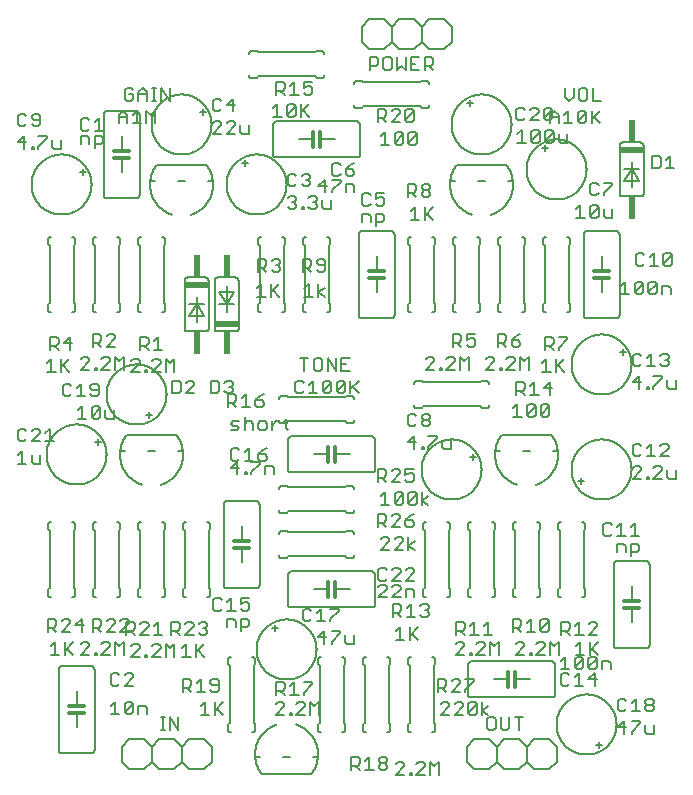
<source format=gto>
G75*
%MOIN*%
%OFA0B0*%
%FSLAX25Y25*%
%IPPOS*%
%LPD*%
%AMOC8*
5,1,8,0,0,1.08239X$1,22.5*
%
%ADD10C,0.01200*%
%ADD11C,0.00600*%
%ADD12C,0.00800*%
%ADD13R,0.08000X0.02000*%
%ADD14R,0.02000X0.07500*%
D10*
X0029300Y0035500D02*
X0031800Y0035500D01*
X0034300Y0035500D01*
X0034300Y0038000D02*
X0031800Y0038000D01*
X0029300Y0038000D01*
X0084300Y0090600D02*
X0086800Y0090600D01*
X0089300Y0090600D01*
X0089300Y0093100D02*
X0086800Y0093100D01*
X0084300Y0093100D01*
X0115500Y0079300D02*
X0115500Y0076800D01*
X0115500Y0074300D01*
X0118000Y0074300D02*
X0118000Y0076800D01*
X0118000Y0079300D01*
X0118100Y0119300D02*
X0118100Y0121800D01*
X0118100Y0124300D01*
X0115600Y0124300D02*
X0115600Y0121800D01*
X0115600Y0119300D01*
X0129300Y0180600D02*
X0131800Y0180600D01*
X0134300Y0180600D01*
X0134300Y0183100D02*
X0131800Y0183100D01*
X0129300Y0183100D01*
X0113100Y0224300D02*
X0113100Y0226800D01*
X0113100Y0229300D01*
X0110600Y0229300D02*
X0110600Y0226800D01*
X0110600Y0224300D01*
X0049300Y0223000D02*
X0046800Y0223000D01*
X0044300Y0223000D01*
X0044300Y0220500D02*
X0046800Y0220500D01*
X0049300Y0220500D01*
X0175600Y0049300D02*
X0175600Y0046800D01*
X0175600Y0044300D01*
X0178100Y0044300D02*
X0178100Y0046800D01*
X0178100Y0049300D01*
X0214300Y0070600D02*
X0216800Y0070600D01*
X0219300Y0070600D01*
X0219300Y0073100D02*
X0216800Y0073100D01*
X0214300Y0073100D01*
X0209300Y0180600D02*
X0206800Y0180600D01*
X0204300Y0180600D01*
X0204300Y0183100D02*
X0206800Y0183100D01*
X0209300Y0183100D01*
D11*
X0025800Y0050300D02*
X0025800Y0023300D01*
X0025802Y0023240D01*
X0025807Y0023179D01*
X0025816Y0023120D01*
X0025829Y0023061D01*
X0025845Y0023002D01*
X0025865Y0022945D01*
X0025888Y0022890D01*
X0025915Y0022835D01*
X0025944Y0022783D01*
X0025977Y0022732D01*
X0026013Y0022683D01*
X0026051Y0022637D01*
X0026093Y0022593D01*
X0026137Y0022551D01*
X0026183Y0022513D01*
X0026232Y0022477D01*
X0026283Y0022444D01*
X0026335Y0022415D01*
X0026390Y0022388D01*
X0026445Y0022365D01*
X0026502Y0022345D01*
X0026561Y0022329D01*
X0026620Y0022316D01*
X0026679Y0022307D01*
X0026740Y0022302D01*
X0026800Y0022300D01*
X0036800Y0022300D01*
X0036860Y0022302D01*
X0036921Y0022307D01*
X0036980Y0022316D01*
X0037039Y0022329D01*
X0037098Y0022345D01*
X0037155Y0022365D01*
X0037210Y0022388D01*
X0037265Y0022415D01*
X0037317Y0022444D01*
X0037368Y0022477D01*
X0037417Y0022513D01*
X0037463Y0022551D01*
X0037507Y0022593D01*
X0037549Y0022637D01*
X0037587Y0022683D01*
X0037623Y0022732D01*
X0037656Y0022783D01*
X0037685Y0022835D01*
X0037712Y0022890D01*
X0037735Y0022945D01*
X0037755Y0023002D01*
X0037771Y0023061D01*
X0037784Y0023120D01*
X0037793Y0023179D01*
X0037798Y0023240D01*
X0037800Y0023300D01*
X0037800Y0050300D01*
X0037798Y0050360D01*
X0037793Y0050421D01*
X0037784Y0050480D01*
X0037771Y0050539D01*
X0037755Y0050598D01*
X0037735Y0050655D01*
X0037712Y0050710D01*
X0037685Y0050765D01*
X0037656Y0050817D01*
X0037623Y0050868D01*
X0037587Y0050917D01*
X0037549Y0050963D01*
X0037507Y0051007D01*
X0037463Y0051049D01*
X0037417Y0051087D01*
X0037368Y0051123D01*
X0037317Y0051156D01*
X0037265Y0051185D01*
X0037210Y0051212D01*
X0037155Y0051235D01*
X0037098Y0051255D01*
X0037039Y0051271D01*
X0036980Y0051284D01*
X0036921Y0051293D01*
X0036860Y0051298D01*
X0036800Y0051300D01*
X0026800Y0051300D01*
X0026740Y0051298D01*
X0026679Y0051293D01*
X0026620Y0051284D01*
X0026561Y0051271D01*
X0026502Y0051255D01*
X0026445Y0051235D01*
X0026390Y0051212D01*
X0026335Y0051185D01*
X0026283Y0051156D01*
X0026232Y0051123D01*
X0026183Y0051087D01*
X0026137Y0051049D01*
X0026093Y0051007D01*
X0026051Y0050963D01*
X0026013Y0050917D01*
X0025977Y0050868D01*
X0025944Y0050817D01*
X0025915Y0050765D01*
X0025888Y0050710D01*
X0025865Y0050655D01*
X0025845Y0050598D01*
X0025829Y0050539D01*
X0025816Y0050480D01*
X0025807Y0050421D01*
X0025802Y0050360D01*
X0025800Y0050300D01*
X0031800Y0042800D02*
X0031800Y0038000D01*
X0031800Y0035500D02*
X0031800Y0030800D01*
X0046800Y0024300D02*
X0046800Y0019300D01*
X0049300Y0016800D01*
X0054300Y0016800D01*
X0056800Y0019300D01*
X0056800Y0024300D01*
X0054300Y0026800D01*
X0049300Y0026800D01*
X0046800Y0024300D01*
X0056800Y0024300D02*
X0059300Y0026800D01*
X0064300Y0026800D01*
X0066800Y0024300D01*
X0069300Y0026800D01*
X0074300Y0026800D01*
X0076800Y0024300D01*
X0076800Y0019300D01*
X0074300Y0016800D01*
X0069300Y0016800D01*
X0066800Y0019300D01*
X0064300Y0016800D01*
X0059300Y0016800D01*
X0056800Y0019300D01*
X0066800Y0019300D02*
X0066800Y0024300D01*
X0082300Y0030300D02*
X0082300Y0031800D01*
X0082800Y0032300D01*
X0082800Y0051300D01*
X0082300Y0051800D01*
X0082300Y0053300D01*
X0082302Y0053360D01*
X0082307Y0053421D01*
X0082316Y0053480D01*
X0082329Y0053539D01*
X0082345Y0053598D01*
X0082365Y0053655D01*
X0082388Y0053710D01*
X0082415Y0053765D01*
X0082444Y0053817D01*
X0082477Y0053868D01*
X0082513Y0053917D01*
X0082551Y0053963D01*
X0082593Y0054007D01*
X0082637Y0054049D01*
X0082683Y0054087D01*
X0082732Y0054123D01*
X0082783Y0054156D01*
X0082835Y0054185D01*
X0082890Y0054212D01*
X0082945Y0054235D01*
X0083002Y0054255D01*
X0083061Y0054271D01*
X0083120Y0054284D01*
X0083179Y0054293D01*
X0083240Y0054298D01*
X0083300Y0054300D01*
X0090300Y0054300D02*
X0090360Y0054298D01*
X0090421Y0054293D01*
X0090480Y0054284D01*
X0090539Y0054271D01*
X0090598Y0054255D01*
X0090655Y0054235D01*
X0090710Y0054212D01*
X0090765Y0054185D01*
X0090817Y0054156D01*
X0090868Y0054123D01*
X0090917Y0054087D01*
X0090963Y0054049D01*
X0091007Y0054007D01*
X0091049Y0053963D01*
X0091087Y0053917D01*
X0091123Y0053868D01*
X0091156Y0053817D01*
X0091185Y0053765D01*
X0091212Y0053710D01*
X0091235Y0053655D01*
X0091255Y0053598D01*
X0091271Y0053539D01*
X0091284Y0053480D01*
X0091293Y0053421D01*
X0091298Y0053360D01*
X0091300Y0053300D01*
X0091300Y0051800D01*
X0090800Y0051300D01*
X0090800Y0032300D01*
X0091300Y0031800D01*
X0091300Y0030300D01*
X0091298Y0030240D01*
X0091293Y0030179D01*
X0091284Y0030120D01*
X0091271Y0030061D01*
X0091255Y0030002D01*
X0091235Y0029945D01*
X0091212Y0029890D01*
X0091185Y0029835D01*
X0091156Y0029783D01*
X0091123Y0029732D01*
X0091087Y0029683D01*
X0091049Y0029637D01*
X0091007Y0029593D01*
X0090963Y0029551D01*
X0090917Y0029513D01*
X0090868Y0029477D01*
X0090817Y0029444D01*
X0090765Y0029415D01*
X0090710Y0029388D01*
X0090655Y0029365D01*
X0090598Y0029345D01*
X0090539Y0029329D01*
X0090480Y0029316D01*
X0090421Y0029307D01*
X0090360Y0029302D01*
X0090300Y0029300D01*
X0083300Y0029300D02*
X0083240Y0029302D01*
X0083179Y0029307D01*
X0083120Y0029316D01*
X0083061Y0029329D01*
X0083002Y0029345D01*
X0082945Y0029365D01*
X0082890Y0029388D01*
X0082835Y0029415D01*
X0082783Y0029444D01*
X0082732Y0029477D01*
X0082683Y0029513D01*
X0082637Y0029551D01*
X0082593Y0029593D01*
X0082551Y0029637D01*
X0082513Y0029683D01*
X0082477Y0029732D01*
X0082444Y0029783D01*
X0082415Y0029835D01*
X0082388Y0029890D01*
X0082365Y0029945D01*
X0082345Y0030002D01*
X0082329Y0030061D01*
X0082316Y0030120D01*
X0082307Y0030179D01*
X0082302Y0030240D01*
X0082300Y0030300D01*
X0091347Y0020800D02*
X0092926Y0020800D01*
X0093552Y0015300D02*
X0110048Y0015300D01*
X0110674Y0020800D02*
X0112253Y0020800D01*
X0112300Y0030300D02*
X0112300Y0031800D01*
X0112800Y0032300D01*
X0112800Y0051300D01*
X0112300Y0051800D01*
X0112300Y0053300D01*
X0112302Y0053360D01*
X0112307Y0053421D01*
X0112316Y0053480D01*
X0112329Y0053539D01*
X0112345Y0053598D01*
X0112365Y0053655D01*
X0112388Y0053710D01*
X0112415Y0053765D01*
X0112444Y0053817D01*
X0112477Y0053868D01*
X0112513Y0053917D01*
X0112551Y0053963D01*
X0112593Y0054007D01*
X0112637Y0054049D01*
X0112683Y0054087D01*
X0112732Y0054123D01*
X0112783Y0054156D01*
X0112835Y0054185D01*
X0112890Y0054212D01*
X0112945Y0054235D01*
X0113002Y0054255D01*
X0113061Y0054271D01*
X0113120Y0054284D01*
X0113179Y0054293D01*
X0113240Y0054298D01*
X0113300Y0054300D01*
X0120300Y0054300D02*
X0120360Y0054298D01*
X0120421Y0054293D01*
X0120480Y0054284D01*
X0120539Y0054271D01*
X0120598Y0054255D01*
X0120655Y0054235D01*
X0120710Y0054212D01*
X0120765Y0054185D01*
X0120817Y0054156D01*
X0120868Y0054123D01*
X0120917Y0054087D01*
X0120963Y0054049D01*
X0121007Y0054007D01*
X0121049Y0053963D01*
X0121087Y0053917D01*
X0121123Y0053868D01*
X0121156Y0053817D01*
X0121185Y0053765D01*
X0121212Y0053710D01*
X0121235Y0053655D01*
X0121255Y0053598D01*
X0121271Y0053539D01*
X0121284Y0053480D01*
X0121293Y0053421D01*
X0121298Y0053360D01*
X0121300Y0053300D01*
X0121300Y0051800D01*
X0120800Y0051300D01*
X0120800Y0032300D01*
X0121300Y0031800D01*
X0121300Y0030300D01*
X0121298Y0030240D01*
X0121293Y0030179D01*
X0121284Y0030120D01*
X0121271Y0030061D01*
X0121255Y0030002D01*
X0121235Y0029945D01*
X0121212Y0029890D01*
X0121185Y0029835D01*
X0121156Y0029783D01*
X0121123Y0029732D01*
X0121087Y0029683D01*
X0121049Y0029637D01*
X0121007Y0029593D01*
X0120963Y0029551D01*
X0120917Y0029513D01*
X0120868Y0029477D01*
X0120817Y0029444D01*
X0120765Y0029415D01*
X0120710Y0029388D01*
X0120655Y0029365D01*
X0120598Y0029345D01*
X0120539Y0029329D01*
X0120480Y0029316D01*
X0120421Y0029307D01*
X0120360Y0029302D01*
X0120300Y0029300D01*
X0113300Y0029300D02*
X0113240Y0029302D01*
X0113179Y0029307D01*
X0113120Y0029316D01*
X0113061Y0029329D01*
X0113002Y0029345D01*
X0112945Y0029365D01*
X0112890Y0029388D01*
X0112835Y0029415D01*
X0112783Y0029444D01*
X0112732Y0029477D01*
X0112683Y0029513D01*
X0112637Y0029551D01*
X0112593Y0029593D01*
X0112551Y0029637D01*
X0112513Y0029683D01*
X0112477Y0029732D01*
X0112444Y0029783D01*
X0112415Y0029835D01*
X0112388Y0029890D01*
X0112365Y0029945D01*
X0112345Y0030002D01*
X0112329Y0030061D01*
X0112316Y0030120D01*
X0112307Y0030179D01*
X0112302Y0030240D01*
X0112300Y0030300D01*
X0102926Y0020800D02*
X0100674Y0020800D01*
X0093552Y0015300D02*
X0093397Y0015502D01*
X0093247Y0015707D01*
X0093101Y0015916D01*
X0092961Y0016129D01*
X0092827Y0016344D01*
X0092697Y0016564D01*
X0092573Y0016786D01*
X0092454Y0017011D01*
X0092341Y0017239D01*
X0092233Y0017469D01*
X0092131Y0017702D01*
X0092034Y0017938D01*
X0091943Y0018175D01*
X0091858Y0018415D01*
X0091779Y0018657D01*
X0091706Y0018901D01*
X0091639Y0019146D01*
X0091578Y0019393D01*
X0091522Y0019642D01*
X0091473Y0019891D01*
X0091430Y0020142D01*
X0091393Y0020394D01*
X0091362Y0020647D01*
X0091337Y0020900D01*
X0091318Y0021154D01*
X0091305Y0021408D01*
X0091299Y0021662D01*
X0091299Y0021917D01*
X0091305Y0022171D01*
X0091317Y0022425D01*
X0091335Y0022679D01*
X0091359Y0022933D01*
X0091390Y0023185D01*
X0091426Y0023437D01*
X0091469Y0023688D01*
X0091518Y0023938D01*
X0091573Y0024186D01*
X0091634Y0024433D01*
X0091700Y0024679D01*
X0091773Y0024923D01*
X0091852Y0025165D01*
X0091936Y0025405D01*
X0092026Y0025643D01*
X0092122Y0025878D01*
X0092224Y0026112D01*
X0092331Y0026343D01*
X0092444Y0026571D01*
X0092563Y0026796D01*
X0092686Y0027018D01*
X0092816Y0027238D01*
X0092950Y0027454D01*
X0093090Y0027666D01*
X0093234Y0027876D01*
X0093384Y0028081D01*
X0093539Y0028284D01*
X0093698Y0028482D01*
X0093863Y0028676D01*
X0094032Y0028866D01*
X0094205Y0029053D01*
X0094383Y0029234D01*
X0094566Y0029412D01*
X0094752Y0029585D01*
X0094943Y0029754D01*
X0095138Y0029917D01*
X0095336Y0030076D01*
X0095539Y0030231D01*
X0095745Y0030380D01*
X0095955Y0030524D01*
X0096168Y0030663D01*
X0096384Y0030797D01*
X0096604Y0030925D01*
X0096827Y0031049D01*
X0097052Y0031166D01*
X0097281Y0031279D01*
X0097512Y0031385D01*
X0097745Y0031486D01*
X0097981Y0031582D01*
X0098219Y0031671D01*
X0098460Y0031755D01*
X0098702Y0031833D01*
X0104898Y0031833D02*
X0105140Y0031755D01*
X0105381Y0031671D01*
X0105619Y0031582D01*
X0105855Y0031486D01*
X0106088Y0031385D01*
X0106319Y0031279D01*
X0106548Y0031166D01*
X0106773Y0031049D01*
X0106996Y0030925D01*
X0107216Y0030797D01*
X0107432Y0030663D01*
X0107645Y0030524D01*
X0107855Y0030380D01*
X0108061Y0030231D01*
X0108264Y0030076D01*
X0108462Y0029917D01*
X0108657Y0029754D01*
X0108848Y0029585D01*
X0109034Y0029412D01*
X0109217Y0029234D01*
X0109395Y0029053D01*
X0109568Y0028866D01*
X0109737Y0028676D01*
X0109902Y0028482D01*
X0110061Y0028284D01*
X0110216Y0028081D01*
X0110366Y0027876D01*
X0110510Y0027666D01*
X0110650Y0027454D01*
X0110784Y0027238D01*
X0110914Y0027018D01*
X0111037Y0026796D01*
X0111156Y0026571D01*
X0111269Y0026343D01*
X0111376Y0026112D01*
X0111478Y0025878D01*
X0111574Y0025643D01*
X0111664Y0025405D01*
X0111748Y0025165D01*
X0111827Y0024923D01*
X0111900Y0024679D01*
X0111966Y0024433D01*
X0112027Y0024186D01*
X0112082Y0023938D01*
X0112131Y0023688D01*
X0112174Y0023437D01*
X0112210Y0023185D01*
X0112241Y0022933D01*
X0112265Y0022679D01*
X0112283Y0022425D01*
X0112295Y0022171D01*
X0112301Y0021917D01*
X0112301Y0021662D01*
X0112295Y0021408D01*
X0112282Y0021154D01*
X0112263Y0020900D01*
X0112238Y0020647D01*
X0112207Y0020394D01*
X0112170Y0020142D01*
X0112127Y0019891D01*
X0112078Y0019642D01*
X0112022Y0019393D01*
X0111961Y0019146D01*
X0111894Y0018901D01*
X0111821Y0018657D01*
X0111742Y0018415D01*
X0111657Y0018175D01*
X0111566Y0017938D01*
X0111469Y0017702D01*
X0111367Y0017469D01*
X0111259Y0017239D01*
X0111146Y0017011D01*
X0111027Y0016786D01*
X0110903Y0016564D01*
X0110773Y0016344D01*
X0110639Y0016129D01*
X0110499Y0015916D01*
X0110353Y0015707D01*
X0110203Y0015502D01*
X0110048Y0015300D01*
X0127300Y0030300D02*
X0127300Y0031800D01*
X0127800Y0032300D01*
X0127800Y0051300D01*
X0127300Y0051800D01*
X0127300Y0053300D01*
X0127302Y0053360D01*
X0127307Y0053421D01*
X0127316Y0053480D01*
X0127329Y0053539D01*
X0127345Y0053598D01*
X0127365Y0053655D01*
X0127388Y0053710D01*
X0127415Y0053765D01*
X0127444Y0053817D01*
X0127477Y0053868D01*
X0127513Y0053917D01*
X0127551Y0053963D01*
X0127593Y0054007D01*
X0127637Y0054049D01*
X0127683Y0054087D01*
X0127732Y0054123D01*
X0127783Y0054156D01*
X0127835Y0054185D01*
X0127890Y0054212D01*
X0127945Y0054235D01*
X0128002Y0054255D01*
X0128061Y0054271D01*
X0128120Y0054284D01*
X0128179Y0054293D01*
X0128240Y0054298D01*
X0128300Y0054300D01*
X0135300Y0054300D02*
X0135360Y0054298D01*
X0135421Y0054293D01*
X0135480Y0054284D01*
X0135539Y0054271D01*
X0135598Y0054255D01*
X0135655Y0054235D01*
X0135710Y0054212D01*
X0135765Y0054185D01*
X0135817Y0054156D01*
X0135868Y0054123D01*
X0135917Y0054087D01*
X0135963Y0054049D01*
X0136007Y0054007D01*
X0136049Y0053963D01*
X0136087Y0053917D01*
X0136123Y0053868D01*
X0136156Y0053817D01*
X0136185Y0053765D01*
X0136212Y0053710D01*
X0136235Y0053655D01*
X0136255Y0053598D01*
X0136271Y0053539D01*
X0136284Y0053480D01*
X0136293Y0053421D01*
X0136298Y0053360D01*
X0136300Y0053300D01*
X0136300Y0051800D01*
X0135800Y0051300D01*
X0135800Y0032300D01*
X0136300Y0031800D01*
X0136300Y0030300D01*
X0136298Y0030240D01*
X0136293Y0030179D01*
X0136284Y0030120D01*
X0136271Y0030061D01*
X0136255Y0030002D01*
X0136235Y0029945D01*
X0136212Y0029890D01*
X0136185Y0029835D01*
X0136156Y0029783D01*
X0136123Y0029732D01*
X0136087Y0029683D01*
X0136049Y0029637D01*
X0136007Y0029593D01*
X0135963Y0029551D01*
X0135917Y0029513D01*
X0135868Y0029477D01*
X0135817Y0029444D01*
X0135765Y0029415D01*
X0135710Y0029388D01*
X0135655Y0029365D01*
X0135598Y0029345D01*
X0135539Y0029329D01*
X0135480Y0029316D01*
X0135421Y0029307D01*
X0135360Y0029302D01*
X0135300Y0029300D01*
X0128300Y0029300D02*
X0128240Y0029302D01*
X0128179Y0029307D01*
X0128120Y0029316D01*
X0128061Y0029329D01*
X0128002Y0029345D01*
X0127945Y0029365D01*
X0127890Y0029388D01*
X0127835Y0029415D01*
X0127783Y0029444D01*
X0127732Y0029477D01*
X0127683Y0029513D01*
X0127637Y0029551D01*
X0127593Y0029593D01*
X0127551Y0029637D01*
X0127513Y0029683D01*
X0127477Y0029732D01*
X0127444Y0029783D01*
X0127415Y0029835D01*
X0127388Y0029890D01*
X0127365Y0029945D01*
X0127345Y0030002D01*
X0127329Y0030061D01*
X0127316Y0030120D01*
X0127307Y0030179D01*
X0127302Y0030240D01*
X0127300Y0030300D01*
X0142300Y0030300D02*
X0142300Y0031800D01*
X0142800Y0032300D01*
X0142800Y0051300D01*
X0142300Y0051800D01*
X0142300Y0053300D01*
X0142302Y0053360D01*
X0142307Y0053421D01*
X0142316Y0053480D01*
X0142329Y0053539D01*
X0142345Y0053598D01*
X0142365Y0053655D01*
X0142388Y0053710D01*
X0142415Y0053765D01*
X0142444Y0053817D01*
X0142477Y0053868D01*
X0142513Y0053917D01*
X0142551Y0053963D01*
X0142593Y0054007D01*
X0142637Y0054049D01*
X0142683Y0054087D01*
X0142732Y0054123D01*
X0142783Y0054156D01*
X0142835Y0054185D01*
X0142890Y0054212D01*
X0142945Y0054235D01*
X0143002Y0054255D01*
X0143061Y0054271D01*
X0143120Y0054284D01*
X0143179Y0054293D01*
X0143240Y0054298D01*
X0143300Y0054300D01*
X0150300Y0054300D02*
X0150360Y0054298D01*
X0150421Y0054293D01*
X0150480Y0054284D01*
X0150539Y0054271D01*
X0150598Y0054255D01*
X0150655Y0054235D01*
X0150710Y0054212D01*
X0150765Y0054185D01*
X0150817Y0054156D01*
X0150868Y0054123D01*
X0150917Y0054087D01*
X0150963Y0054049D01*
X0151007Y0054007D01*
X0151049Y0053963D01*
X0151087Y0053917D01*
X0151123Y0053868D01*
X0151156Y0053817D01*
X0151185Y0053765D01*
X0151212Y0053710D01*
X0151235Y0053655D01*
X0151255Y0053598D01*
X0151271Y0053539D01*
X0151284Y0053480D01*
X0151293Y0053421D01*
X0151298Y0053360D01*
X0151300Y0053300D01*
X0151300Y0051800D01*
X0150800Y0051300D01*
X0150800Y0032300D01*
X0151300Y0031800D01*
X0151300Y0030300D01*
X0151298Y0030240D01*
X0151293Y0030179D01*
X0151284Y0030120D01*
X0151271Y0030061D01*
X0151255Y0030002D01*
X0151235Y0029945D01*
X0151212Y0029890D01*
X0151185Y0029835D01*
X0151156Y0029783D01*
X0151123Y0029732D01*
X0151087Y0029683D01*
X0151049Y0029637D01*
X0151007Y0029593D01*
X0150963Y0029551D01*
X0150917Y0029513D01*
X0150868Y0029477D01*
X0150817Y0029444D01*
X0150765Y0029415D01*
X0150710Y0029388D01*
X0150655Y0029365D01*
X0150598Y0029345D01*
X0150539Y0029329D01*
X0150480Y0029316D01*
X0150421Y0029307D01*
X0150360Y0029302D01*
X0150300Y0029300D01*
X0143300Y0029300D02*
X0143240Y0029302D01*
X0143179Y0029307D01*
X0143120Y0029316D01*
X0143061Y0029329D01*
X0143002Y0029345D01*
X0142945Y0029365D01*
X0142890Y0029388D01*
X0142835Y0029415D01*
X0142783Y0029444D01*
X0142732Y0029477D01*
X0142683Y0029513D01*
X0142637Y0029551D01*
X0142593Y0029593D01*
X0142551Y0029637D01*
X0142513Y0029683D01*
X0142477Y0029732D01*
X0142444Y0029783D01*
X0142415Y0029835D01*
X0142388Y0029890D01*
X0142365Y0029945D01*
X0142345Y0030002D01*
X0142329Y0030061D01*
X0142316Y0030120D01*
X0142307Y0030179D01*
X0142302Y0030240D01*
X0142300Y0030300D01*
X0161800Y0024300D02*
X0161800Y0019300D01*
X0164300Y0016800D01*
X0169300Y0016800D01*
X0171800Y0019300D01*
X0171800Y0024300D01*
X0169300Y0026800D01*
X0164300Y0026800D01*
X0161800Y0024300D01*
X0171800Y0024300D02*
X0174300Y0026800D01*
X0179300Y0026800D01*
X0181800Y0024300D01*
X0184300Y0026800D01*
X0189300Y0026800D01*
X0191800Y0024300D01*
X0191800Y0019300D01*
X0189300Y0016800D01*
X0184300Y0016800D01*
X0181800Y0019300D01*
X0179300Y0016800D01*
X0174300Y0016800D01*
X0171800Y0019300D01*
X0181800Y0019300D02*
X0181800Y0024300D01*
X0190300Y0040800D02*
X0163300Y0040800D01*
X0163240Y0040802D01*
X0163179Y0040807D01*
X0163120Y0040816D01*
X0163061Y0040829D01*
X0163002Y0040845D01*
X0162945Y0040865D01*
X0162890Y0040888D01*
X0162835Y0040915D01*
X0162783Y0040944D01*
X0162732Y0040977D01*
X0162683Y0041013D01*
X0162637Y0041051D01*
X0162593Y0041093D01*
X0162551Y0041137D01*
X0162513Y0041183D01*
X0162477Y0041232D01*
X0162444Y0041283D01*
X0162415Y0041335D01*
X0162388Y0041390D01*
X0162365Y0041445D01*
X0162345Y0041502D01*
X0162329Y0041561D01*
X0162316Y0041620D01*
X0162307Y0041679D01*
X0162302Y0041740D01*
X0162300Y0041800D01*
X0162300Y0051800D01*
X0162302Y0051860D01*
X0162307Y0051921D01*
X0162316Y0051980D01*
X0162329Y0052039D01*
X0162345Y0052098D01*
X0162365Y0052155D01*
X0162388Y0052210D01*
X0162415Y0052265D01*
X0162444Y0052317D01*
X0162477Y0052368D01*
X0162513Y0052417D01*
X0162551Y0052463D01*
X0162593Y0052507D01*
X0162637Y0052549D01*
X0162683Y0052587D01*
X0162732Y0052623D01*
X0162783Y0052656D01*
X0162835Y0052685D01*
X0162890Y0052712D01*
X0162945Y0052735D01*
X0163002Y0052755D01*
X0163061Y0052771D01*
X0163120Y0052784D01*
X0163179Y0052793D01*
X0163240Y0052798D01*
X0163300Y0052800D01*
X0190300Y0052800D01*
X0190360Y0052798D01*
X0190421Y0052793D01*
X0190480Y0052784D01*
X0190539Y0052771D01*
X0190598Y0052755D01*
X0190655Y0052735D01*
X0190710Y0052712D01*
X0190765Y0052685D01*
X0190817Y0052656D01*
X0190868Y0052623D01*
X0190917Y0052587D01*
X0190963Y0052549D01*
X0191007Y0052507D01*
X0191049Y0052463D01*
X0191087Y0052417D01*
X0191123Y0052368D01*
X0191156Y0052317D01*
X0191185Y0052265D01*
X0191212Y0052210D01*
X0191235Y0052155D01*
X0191255Y0052098D01*
X0191271Y0052039D01*
X0191284Y0051980D01*
X0191293Y0051921D01*
X0191298Y0051860D01*
X0191300Y0051800D01*
X0191300Y0041800D01*
X0191298Y0041740D01*
X0191293Y0041679D01*
X0191284Y0041620D01*
X0191271Y0041561D01*
X0191255Y0041502D01*
X0191235Y0041445D01*
X0191212Y0041390D01*
X0191185Y0041335D01*
X0191156Y0041283D01*
X0191123Y0041232D01*
X0191087Y0041183D01*
X0191049Y0041137D01*
X0191007Y0041093D01*
X0190963Y0041051D01*
X0190917Y0041013D01*
X0190868Y0040977D01*
X0190817Y0040944D01*
X0190765Y0040915D01*
X0190710Y0040888D01*
X0190655Y0040865D01*
X0190598Y0040845D01*
X0190539Y0040829D01*
X0190480Y0040816D01*
X0190421Y0040807D01*
X0190360Y0040802D01*
X0190300Y0040800D01*
X0182800Y0046800D02*
X0178100Y0046800D01*
X0175600Y0046800D02*
X0170800Y0046800D01*
X0170300Y0074300D02*
X0170360Y0074302D01*
X0170421Y0074307D01*
X0170480Y0074316D01*
X0170539Y0074329D01*
X0170598Y0074345D01*
X0170655Y0074365D01*
X0170710Y0074388D01*
X0170765Y0074415D01*
X0170817Y0074444D01*
X0170868Y0074477D01*
X0170917Y0074513D01*
X0170963Y0074551D01*
X0171007Y0074593D01*
X0171049Y0074637D01*
X0171087Y0074683D01*
X0171123Y0074732D01*
X0171156Y0074783D01*
X0171185Y0074835D01*
X0171212Y0074890D01*
X0171235Y0074945D01*
X0171255Y0075002D01*
X0171271Y0075061D01*
X0171284Y0075120D01*
X0171293Y0075179D01*
X0171298Y0075240D01*
X0171300Y0075300D01*
X0171300Y0076800D01*
X0170800Y0077300D01*
X0170800Y0096300D01*
X0171300Y0096800D01*
X0171300Y0098300D01*
X0171298Y0098360D01*
X0171293Y0098421D01*
X0171284Y0098480D01*
X0171271Y0098539D01*
X0171255Y0098598D01*
X0171235Y0098655D01*
X0171212Y0098710D01*
X0171185Y0098765D01*
X0171156Y0098817D01*
X0171123Y0098868D01*
X0171087Y0098917D01*
X0171049Y0098963D01*
X0171007Y0099007D01*
X0170963Y0099049D01*
X0170917Y0099087D01*
X0170868Y0099123D01*
X0170817Y0099156D01*
X0170765Y0099185D01*
X0170710Y0099212D01*
X0170655Y0099235D01*
X0170598Y0099255D01*
X0170539Y0099271D01*
X0170480Y0099284D01*
X0170421Y0099293D01*
X0170360Y0099298D01*
X0170300Y0099300D01*
X0177300Y0098300D02*
X0177300Y0096800D01*
X0177800Y0096300D01*
X0177800Y0077300D01*
X0177300Y0076800D01*
X0177300Y0075300D01*
X0177302Y0075240D01*
X0177307Y0075179D01*
X0177316Y0075120D01*
X0177329Y0075061D01*
X0177345Y0075002D01*
X0177365Y0074945D01*
X0177388Y0074890D01*
X0177415Y0074835D01*
X0177444Y0074783D01*
X0177477Y0074732D01*
X0177513Y0074683D01*
X0177551Y0074637D01*
X0177593Y0074593D01*
X0177637Y0074551D01*
X0177683Y0074513D01*
X0177732Y0074477D01*
X0177783Y0074444D01*
X0177835Y0074415D01*
X0177890Y0074388D01*
X0177945Y0074365D01*
X0178002Y0074345D01*
X0178061Y0074329D01*
X0178120Y0074316D01*
X0178179Y0074307D01*
X0178240Y0074302D01*
X0178300Y0074300D01*
X0185300Y0074300D02*
X0185360Y0074302D01*
X0185421Y0074307D01*
X0185480Y0074316D01*
X0185539Y0074329D01*
X0185598Y0074345D01*
X0185655Y0074365D01*
X0185710Y0074388D01*
X0185765Y0074415D01*
X0185817Y0074444D01*
X0185868Y0074477D01*
X0185917Y0074513D01*
X0185963Y0074551D01*
X0186007Y0074593D01*
X0186049Y0074637D01*
X0186087Y0074683D01*
X0186123Y0074732D01*
X0186156Y0074783D01*
X0186185Y0074835D01*
X0186212Y0074890D01*
X0186235Y0074945D01*
X0186255Y0075002D01*
X0186271Y0075061D01*
X0186284Y0075120D01*
X0186293Y0075179D01*
X0186298Y0075240D01*
X0186300Y0075300D01*
X0186300Y0076800D01*
X0185800Y0077300D01*
X0185800Y0096300D01*
X0186300Y0096800D01*
X0186300Y0098300D01*
X0186298Y0098360D01*
X0186293Y0098421D01*
X0186284Y0098480D01*
X0186271Y0098539D01*
X0186255Y0098598D01*
X0186235Y0098655D01*
X0186212Y0098710D01*
X0186185Y0098765D01*
X0186156Y0098817D01*
X0186123Y0098868D01*
X0186087Y0098917D01*
X0186049Y0098963D01*
X0186007Y0099007D01*
X0185963Y0099049D01*
X0185917Y0099087D01*
X0185868Y0099123D01*
X0185817Y0099156D01*
X0185765Y0099185D01*
X0185710Y0099212D01*
X0185655Y0099235D01*
X0185598Y0099255D01*
X0185539Y0099271D01*
X0185480Y0099284D01*
X0185421Y0099293D01*
X0185360Y0099298D01*
X0185300Y0099300D01*
X0192300Y0098300D02*
X0192300Y0096800D01*
X0192800Y0096300D01*
X0192800Y0077300D01*
X0192300Y0076800D01*
X0192300Y0075300D01*
X0192302Y0075240D01*
X0192307Y0075179D01*
X0192316Y0075120D01*
X0192329Y0075061D01*
X0192345Y0075002D01*
X0192365Y0074945D01*
X0192388Y0074890D01*
X0192415Y0074835D01*
X0192444Y0074783D01*
X0192477Y0074732D01*
X0192513Y0074683D01*
X0192551Y0074637D01*
X0192593Y0074593D01*
X0192637Y0074551D01*
X0192683Y0074513D01*
X0192732Y0074477D01*
X0192783Y0074444D01*
X0192835Y0074415D01*
X0192890Y0074388D01*
X0192945Y0074365D01*
X0193002Y0074345D01*
X0193061Y0074329D01*
X0193120Y0074316D01*
X0193179Y0074307D01*
X0193240Y0074302D01*
X0193300Y0074300D01*
X0200300Y0074300D02*
X0200360Y0074302D01*
X0200421Y0074307D01*
X0200480Y0074316D01*
X0200539Y0074329D01*
X0200598Y0074345D01*
X0200655Y0074365D01*
X0200710Y0074388D01*
X0200765Y0074415D01*
X0200817Y0074444D01*
X0200868Y0074477D01*
X0200917Y0074513D01*
X0200963Y0074551D01*
X0201007Y0074593D01*
X0201049Y0074637D01*
X0201087Y0074683D01*
X0201123Y0074732D01*
X0201156Y0074783D01*
X0201185Y0074835D01*
X0201212Y0074890D01*
X0201235Y0074945D01*
X0201255Y0075002D01*
X0201271Y0075061D01*
X0201284Y0075120D01*
X0201293Y0075179D01*
X0201298Y0075240D01*
X0201300Y0075300D01*
X0201300Y0076800D01*
X0200800Y0077300D01*
X0200800Y0096300D01*
X0201300Y0096800D01*
X0201300Y0098300D01*
X0201298Y0098360D01*
X0201293Y0098421D01*
X0201284Y0098480D01*
X0201271Y0098539D01*
X0201255Y0098598D01*
X0201235Y0098655D01*
X0201212Y0098710D01*
X0201185Y0098765D01*
X0201156Y0098817D01*
X0201123Y0098868D01*
X0201087Y0098917D01*
X0201049Y0098963D01*
X0201007Y0099007D01*
X0200963Y0099049D01*
X0200917Y0099087D01*
X0200868Y0099123D01*
X0200817Y0099156D01*
X0200765Y0099185D01*
X0200710Y0099212D01*
X0200655Y0099235D01*
X0200598Y0099255D01*
X0200539Y0099271D01*
X0200480Y0099284D01*
X0200421Y0099293D01*
X0200360Y0099298D01*
X0200300Y0099300D01*
X0193300Y0099300D02*
X0193240Y0099298D01*
X0193179Y0099293D01*
X0193120Y0099284D01*
X0193061Y0099271D01*
X0193002Y0099255D01*
X0192945Y0099235D01*
X0192890Y0099212D01*
X0192835Y0099185D01*
X0192783Y0099156D01*
X0192732Y0099123D01*
X0192683Y0099087D01*
X0192637Y0099049D01*
X0192593Y0099007D01*
X0192551Y0098963D01*
X0192513Y0098917D01*
X0192477Y0098868D01*
X0192444Y0098817D01*
X0192415Y0098765D01*
X0192388Y0098710D01*
X0192365Y0098655D01*
X0192345Y0098598D01*
X0192329Y0098539D01*
X0192316Y0098480D01*
X0192307Y0098421D01*
X0192302Y0098360D01*
X0192300Y0098300D01*
X0199800Y0111800D02*
X0199800Y0113800D01*
X0200800Y0112800D02*
X0198800Y0112800D01*
X0192253Y0122800D02*
X0190674Y0122800D01*
X0190048Y0128300D02*
X0173552Y0128300D01*
X0172926Y0122800D02*
X0171347Y0122800D01*
X0164800Y0120800D02*
X0162800Y0120800D01*
X0163800Y0121800D02*
X0163800Y0119800D01*
X0146800Y0116800D02*
X0146803Y0117045D01*
X0146812Y0117291D01*
X0146827Y0117536D01*
X0146848Y0117780D01*
X0146875Y0118024D01*
X0146908Y0118267D01*
X0146947Y0118510D01*
X0146992Y0118751D01*
X0147043Y0118991D01*
X0147100Y0119230D01*
X0147162Y0119467D01*
X0147231Y0119703D01*
X0147305Y0119937D01*
X0147385Y0120169D01*
X0147470Y0120399D01*
X0147561Y0120627D01*
X0147658Y0120852D01*
X0147760Y0121076D01*
X0147868Y0121296D01*
X0147981Y0121514D01*
X0148099Y0121729D01*
X0148223Y0121941D01*
X0148351Y0122150D01*
X0148485Y0122356D01*
X0148624Y0122558D01*
X0148768Y0122757D01*
X0148917Y0122952D01*
X0149070Y0123144D01*
X0149228Y0123332D01*
X0149390Y0123516D01*
X0149558Y0123695D01*
X0149729Y0123871D01*
X0149905Y0124042D01*
X0150084Y0124210D01*
X0150268Y0124372D01*
X0150456Y0124530D01*
X0150648Y0124683D01*
X0150843Y0124832D01*
X0151042Y0124976D01*
X0151244Y0125115D01*
X0151450Y0125249D01*
X0151659Y0125377D01*
X0151871Y0125501D01*
X0152086Y0125619D01*
X0152304Y0125732D01*
X0152524Y0125840D01*
X0152748Y0125942D01*
X0152973Y0126039D01*
X0153201Y0126130D01*
X0153431Y0126215D01*
X0153663Y0126295D01*
X0153897Y0126369D01*
X0154133Y0126438D01*
X0154370Y0126500D01*
X0154609Y0126557D01*
X0154849Y0126608D01*
X0155090Y0126653D01*
X0155333Y0126692D01*
X0155576Y0126725D01*
X0155820Y0126752D01*
X0156064Y0126773D01*
X0156309Y0126788D01*
X0156555Y0126797D01*
X0156800Y0126800D01*
X0157045Y0126797D01*
X0157291Y0126788D01*
X0157536Y0126773D01*
X0157780Y0126752D01*
X0158024Y0126725D01*
X0158267Y0126692D01*
X0158510Y0126653D01*
X0158751Y0126608D01*
X0158991Y0126557D01*
X0159230Y0126500D01*
X0159467Y0126438D01*
X0159703Y0126369D01*
X0159937Y0126295D01*
X0160169Y0126215D01*
X0160399Y0126130D01*
X0160627Y0126039D01*
X0160852Y0125942D01*
X0161076Y0125840D01*
X0161296Y0125732D01*
X0161514Y0125619D01*
X0161729Y0125501D01*
X0161941Y0125377D01*
X0162150Y0125249D01*
X0162356Y0125115D01*
X0162558Y0124976D01*
X0162757Y0124832D01*
X0162952Y0124683D01*
X0163144Y0124530D01*
X0163332Y0124372D01*
X0163516Y0124210D01*
X0163695Y0124042D01*
X0163871Y0123871D01*
X0164042Y0123695D01*
X0164210Y0123516D01*
X0164372Y0123332D01*
X0164530Y0123144D01*
X0164683Y0122952D01*
X0164832Y0122757D01*
X0164976Y0122558D01*
X0165115Y0122356D01*
X0165249Y0122150D01*
X0165377Y0121941D01*
X0165501Y0121729D01*
X0165619Y0121514D01*
X0165732Y0121296D01*
X0165840Y0121076D01*
X0165942Y0120852D01*
X0166039Y0120627D01*
X0166130Y0120399D01*
X0166215Y0120169D01*
X0166295Y0119937D01*
X0166369Y0119703D01*
X0166438Y0119467D01*
X0166500Y0119230D01*
X0166557Y0118991D01*
X0166608Y0118751D01*
X0166653Y0118510D01*
X0166692Y0118267D01*
X0166725Y0118024D01*
X0166752Y0117780D01*
X0166773Y0117536D01*
X0166788Y0117291D01*
X0166797Y0117045D01*
X0166800Y0116800D01*
X0166797Y0116555D01*
X0166788Y0116309D01*
X0166773Y0116064D01*
X0166752Y0115820D01*
X0166725Y0115576D01*
X0166692Y0115333D01*
X0166653Y0115090D01*
X0166608Y0114849D01*
X0166557Y0114609D01*
X0166500Y0114370D01*
X0166438Y0114133D01*
X0166369Y0113897D01*
X0166295Y0113663D01*
X0166215Y0113431D01*
X0166130Y0113201D01*
X0166039Y0112973D01*
X0165942Y0112748D01*
X0165840Y0112524D01*
X0165732Y0112304D01*
X0165619Y0112086D01*
X0165501Y0111871D01*
X0165377Y0111659D01*
X0165249Y0111450D01*
X0165115Y0111244D01*
X0164976Y0111042D01*
X0164832Y0110843D01*
X0164683Y0110648D01*
X0164530Y0110456D01*
X0164372Y0110268D01*
X0164210Y0110084D01*
X0164042Y0109905D01*
X0163871Y0109729D01*
X0163695Y0109558D01*
X0163516Y0109390D01*
X0163332Y0109228D01*
X0163144Y0109070D01*
X0162952Y0108917D01*
X0162757Y0108768D01*
X0162558Y0108624D01*
X0162356Y0108485D01*
X0162150Y0108351D01*
X0161941Y0108223D01*
X0161729Y0108099D01*
X0161514Y0107981D01*
X0161296Y0107868D01*
X0161076Y0107760D01*
X0160852Y0107658D01*
X0160627Y0107561D01*
X0160399Y0107470D01*
X0160169Y0107385D01*
X0159937Y0107305D01*
X0159703Y0107231D01*
X0159467Y0107162D01*
X0159230Y0107100D01*
X0158991Y0107043D01*
X0158751Y0106992D01*
X0158510Y0106947D01*
X0158267Y0106908D01*
X0158024Y0106875D01*
X0157780Y0106848D01*
X0157536Y0106827D01*
X0157291Y0106812D01*
X0157045Y0106803D01*
X0156800Y0106800D01*
X0156555Y0106803D01*
X0156309Y0106812D01*
X0156064Y0106827D01*
X0155820Y0106848D01*
X0155576Y0106875D01*
X0155333Y0106908D01*
X0155090Y0106947D01*
X0154849Y0106992D01*
X0154609Y0107043D01*
X0154370Y0107100D01*
X0154133Y0107162D01*
X0153897Y0107231D01*
X0153663Y0107305D01*
X0153431Y0107385D01*
X0153201Y0107470D01*
X0152973Y0107561D01*
X0152748Y0107658D01*
X0152524Y0107760D01*
X0152304Y0107868D01*
X0152086Y0107981D01*
X0151871Y0108099D01*
X0151659Y0108223D01*
X0151450Y0108351D01*
X0151244Y0108485D01*
X0151042Y0108624D01*
X0150843Y0108768D01*
X0150648Y0108917D01*
X0150456Y0109070D01*
X0150268Y0109228D01*
X0150084Y0109390D01*
X0149905Y0109558D01*
X0149729Y0109729D01*
X0149558Y0109905D01*
X0149390Y0110084D01*
X0149228Y0110268D01*
X0149070Y0110456D01*
X0148917Y0110648D01*
X0148768Y0110843D01*
X0148624Y0111042D01*
X0148485Y0111244D01*
X0148351Y0111450D01*
X0148223Y0111659D01*
X0148099Y0111871D01*
X0147981Y0112086D01*
X0147868Y0112304D01*
X0147760Y0112524D01*
X0147658Y0112748D01*
X0147561Y0112973D01*
X0147470Y0113201D01*
X0147385Y0113431D01*
X0147305Y0113663D01*
X0147231Y0113897D01*
X0147162Y0114133D01*
X0147100Y0114370D01*
X0147043Y0114609D01*
X0146992Y0114849D01*
X0146947Y0115090D01*
X0146908Y0115333D01*
X0146875Y0115576D01*
X0146848Y0115820D01*
X0146827Y0116064D01*
X0146812Y0116309D01*
X0146803Y0116555D01*
X0146800Y0116800D01*
X0147300Y0098300D02*
X0147300Y0096800D01*
X0147800Y0096300D01*
X0147800Y0077300D01*
X0147300Y0076800D01*
X0147300Y0075300D01*
X0147302Y0075240D01*
X0147307Y0075179D01*
X0147316Y0075120D01*
X0147329Y0075061D01*
X0147345Y0075002D01*
X0147365Y0074945D01*
X0147388Y0074890D01*
X0147415Y0074835D01*
X0147444Y0074783D01*
X0147477Y0074732D01*
X0147513Y0074683D01*
X0147551Y0074637D01*
X0147593Y0074593D01*
X0147637Y0074551D01*
X0147683Y0074513D01*
X0147732Y0074477D01*
X0147783Y0074444D01*
X0147835Y0074415D01*
X0147890Y0074388D01*
X0147945Y0074365D01*
X0148002Y0074345D01*
X0148061Y0074329D01*
X0148120Y0074316D01*
X0148179Y0074307D01*
X0148240Y0074302D01*
X0148300Y0074300D01*
X0155300Y0074300D02*
X0155360Y0074302D01*
X0155421Y0074307D01*
X0155480Y0074316D01*
X0155539Y0074329D01*
X0155598Y0074345D01*
X0155655Y0074365D01*
X0155710Y0074388D01*
X0155765Y0074415D01*
X0155817Y0074444D01*
X0155868Y0074477D01*
X0155917Y0074513D01*
X0155963Y0074551D01*
X0156007Y0074593D01*
X0156049Y0074637D01*
X0156087Y0074683D01*
X0156123Y0074732D01*
X0156156Y0074783D01*
X0156185Y0074835D01*
X0156212Y0074890D01*
X0156235Y0074945D01*
X0156255Y0075002D01*
X0156271Y0075061D01*
X0156284Y0075120D01*
X0156293Y0075179D01*
X0156298Y0075240D01*
X0156300Y0075300D01*
X0156300Y0076800D01*
X0155800Y0077300D01*
X0155800Y0096300D01*
X0156300Y0096800D01*
X0156300Y0098300D01*
X0156298Y0098360D01*
X0156293Y0098421D01*
X0156284Y0098480D01*
X0156271Y0098539D01*
X0156255Y0098598D01*
X0156235Y0098655D01*
X0156212Y0098710D01*
X0156185Y0098765D01*
X0156156Y0098817D01*
X0156123Y0098868D01*
X0156087Y0098917D01*
X0156049Y0098963D01*
X0156007Y0099007D01*
X0155963Y0099049D01*
X0155917Y0099087D01*
X0155868Y0099123D01*
X0155817Y0099156D01*
X0155765Y0099185D01*
X0155710Y0099212D01*
X0155655Y0099235D01*
X0155598Y0099255D01*
X0155539Y0099271D01*
X0155480Y0099284D01*
X0155421Y0099293D01*
X0155360Y0099298D01*
X0155300Y0099300D01*
X0162300Y0098300D02*
X0162300Y0096800D01*
X0162800Y0096300D01*
X0162800Y0077300D01*
X0162300Y0076800D01*
X0162300Y0075300D01*
X0162302Y0075240D01*
X0162307Y0075179D01*
X0162316Y0075120D01*
X0162329Y0075061D01*
X0162345Y0075002D01*
X0162365Y0074945D01*
X0162388Y0074890D01*
X0162415Y0074835D01*
X0162444Y0074783D01*
X0162477Y0074732D01*
X0162513Y0074683D01*
X0162551Y0074637D01*
X0162593Y0074593D01*
X0162637Y0074551D01*
X0162683Y0074513D01*
X0162732Y0074477D01*
X0162783Y0074444D01*
X0162835Y0074415D01*
X0162890Y0074388D01*
X0162945Y0074365D01*
X0163002Y0074345D01*
X0163061Y0074329D01*
X0163120Y0074316D01*
X0163179Y0074307D01*
X0163240Y0074302D01*
X0163300Y0074300D01*
X0162300Y0098300D02*
X0162302Y0098360D01*
X0162307Y0098421D01*
X0162316Y0098480D01*
X0162329Y0098539D01*
X0162345Y0098598D01*
X0162365Y0098655D01*
X0162388Y0098710D01*
X0162415Y0098765D01*
X0162444Y0098817D01*
X0162477Y0098868D01*
X0162513Y0098917D01*
X0162551Y0098963D01*
X0162593Y0099007D01*
X0162637Y0099049D01*
X0162683Y0099087D01*
X0162732Y0099123D01*
X0162783Y0099156D01*
X0162835Y0099185D01*
X0162890Y0099212D01*
X0162945Y0099235D01*
X0163002Y0099255D01*
X0163061Y0099271D01*
X0163120Y0099284D01*
X0163179Y0099293D01*
X0163240Y0099298D01*
X0163300Y0099300D01*
X0148300Y0099300D02*
X0148240Y0099298D01*
X0148179Y0099293D01*
X0148120Y0099284D01*
X0148061Y0099271D01*
X0148002Y0099255D01*
X0147945Y0099235D01*
X0147890Y0099212D01*
X0147835Y0099185D01*
X0147783Y0099156D01*
X0147732Y0099123D01*
X0147683Y0099087D01*
X0147637Y0099049D01*
X0147593Y0099007D01*
X0147551Y0098963D01*
X0147513Y0098917D01*
X0147477Y0098868D01*
X0147444Y0098817D01*
X0147415Y0098765D01*
X0147388Y0098710D01*
X0147365Y0098655D01*
X0147345Y0098598D01*
X0147329Y0098539D01*
X0147316Y0098480D01*
X0147307Y0098421D01*
X0147302Y0098360D01*
X0147300Y0098300D01*
X0131300Y0081800D02*
X0131300Y0071800D01*
X0131298Y0071740D01*
X0131293Y0071679D01*
X0131284Y0071620D01*
X0131271Y0071561D01*
X0131255Y0071502D01*
X0131235Y0071445D01*
X0131212Y0071390D01*
X0131185Y0071335D01*
X0131156Y0071283D01*
X0131123Y0071232D01*
X0131087Y0071183D01*
X0131049Y0071137D01*
X0131007Y0071093D01*
X0130963Y0071051D01*
X0130917Y0071013D01*
X0130868Y0070977D01*
X0130817Y0070944D01*
X0130765Y0070915D01*
X0130710Y0070888D01*
X0130655Y0070865D01*
X0130598Y0070845D01*
X0130539Y0070829D01*
X0130480Y0070816D01*
X0130421Y0070807D01*
X0130360Y0070802D01*
X0130300Y0070800D01*
X0103300Y0070800D01*
X0103240Y0070802D01*
X0103179Y0070807D01*
X0103120Y0070816D01*
X0103061Y0070829D01*
X0103002Y0070845D01*
X0102945Y0070865D01*
X0102890Y0070888D01*
X0102835Y0070915D01*
X0102783Y0070944D01*
X0102732Y0070977D01*
X0102683Y0071013D01*
X0102637Y0071051D01*
X0102593Y0071093D01*
X0102551Y0071137D01*
X0102513Y0071183D01*
X0102477Y0071232D01*
X0102444Y0071283D01*
X0102415Y0071335D01*
X0102388Y0071390D01*
X0102365Y0071445D01*
X0102345Y0071502D01*
X0102329Y0071561D01*
X0102316Y0071620D01*
X0102307Y0071679D01*
X0102302Y0071740D01*
X0102300Y0071800D01*
X0102300Y0081800D01*
X0102302Y0081860D01*
X0102307Y0081921D01*
X0102316Y0081980D01*
X0102329Y0082039D01*
X0102345Y0082098D01*
X0102365Y0082155D01*
X0102388Y0082210D01*
X0102415Y0082265D01*
X0102444Y0082317D01*
X0102477Y0082368D01*
X0102513Y0082417D01*
X0102551Y0082463D01*
X0102593Y0082507D01*
X0102637Y0082549D01*
X0102683Y0082587D01*
X0102732Y0082623D01*
X0102783Y0082656D01*
X0102835Y0082685D01*
X0102890Y0082712D01*
X0102945Y0082735D01*
X0103002Y0082755D01*
X0103061Y0082771D01*
X0103120Y0082784D01*
X0103179Y0082793D01*
X0103240Y0082798D01*
X0103300Y0082800D01*
X0130300Y0082800D01*
X0130360Y0082798D01*
X0130421Y0082793D01*
X0130480Y0082784D01*
X0130539Y0082771D01*
X0130598Y0082755D01*
X0130655Y0082735D01*
X0130710Y0082712D01*
X0130765Y0082685D01*
X0130817Y0082656D01*
X0130868Y0082623D01*
X0130917Y0082587D01*
X0130963Y0082549D01*
X0131007Y0082507D01*
X0131049Y0082463D01*
X0131087Y0082417D01*
X0131123Y0082368D01*
X0131156Y0082317D01*
X0131185Y0082265D01*
X0131212Y0082210D01*
X0131235Y0082155D01*
X0131255Y0082098D01*
X0131271Y0082039D01*
X0131284Y0081980D01*
X0131293Y0081921D01*
X0131298Y0081860D01*
X0131300Y0081800D01*
X0123300Y0087300D02*
X0121800Y0087300D01*
X0121300Y0087800D01*
X0102300Y0087800D01*
X0101800Y0087300D01*
X0100300Y0087300D01*
X0100240Y0087302D01*
X0100179Y0087307D01*
X0100120Y0087316D01*
X0100061Y0087329D01*
X0100002Y0087345D01*
X0099945Y0087365D01*
X0099890Y0087388D01*
X0099835Y0087415D01*
X0099783Y0087444D01*
X0099732Y0087477D01*
X0099683Y0087513D01*
X0099637Y0087551D01*
X0099593Y0087593D01*
X0099551Y0087637D01*
X0099513Y0087683D01*
X0099477Y0087732D01*
X0099444Y0087783D01*
X0099415Y0087835D01*
X0099388Y0087890D01*
X0099365Y0087945D01*
X0099345Y0088002D01*
X0099329Y0088061D01*
X0099316Y0088120D01*
X0099307Y0088179D01*
X0099302Y0088240D01*
X0099300Y0088300D01*
X0099300Y0095300D02*
X0099302Y0095360D01*
X0099307Y0095421D01*
X0099316Y0095480D01*
X0099329Y0095539D01*
X0099345Y0095598D01*
X0099365Y0095655D01*
X0099388Y0095710D01*
X0099415Y0095765D01*
X0099444Y0095817D01*
X0099477Y0095868D01*
X0099513Y0095917D01*
X0099551Y0095963D01*
X0099593Y0096007D01*
X0099637Y0096049D01*
X0099683Y0096087D01*
X0099732Y0096123D01*
X0099783Y0096156D01*
X0099835Y0096185D01*
X0099890Y0096212D01*
X0099945Y0096235D01*
X0100002Y0096255D01*
X0100061Y0096271D01*
X0100120Y0096284D01*
X0100179Y0096293D01*
X0100240Y0096298D01*
X0100300Y0096300D01*
X0101800Y0096300D01*
X0102300Y0095800D01*
X0121300Y0095800D01*
X0121800Y0096300D01*
X0123300Y0096300D01*
X0123360Y0096298D01*
X0123421Y0096293D01*
X0123480Y0096284D01*
X0123539Y0096271D01*
X0123598Y0096255D01*
X0123655Y0096235D01*
X0123710Y0096212D01*
X0123765Y0096185D01*
X0123817Y0096156D01*
X0123868Y0096123D01*
X0123917Y0096087D01*
X0123963Y0096049D01*
X0124007Y0096007D01*
X0124049Y0095963D01*
X0124087Y0095917D01*
X0124123Y0095868D01*
X0124156Y0095817D01*
X0124185Y0095765D01*
X0124212Y0095710D01*
X0124235Y0095655D01*
X0124255Y0095598D01*
X0124271Y0095539D01*
X0124284Y0095480D01*
X0124293Y0095421D01*
X0124298Y0095360D01*
X0124300Y0095300D01*
X0123300Y0102300D02*
X0121800Y0102300D01*
X0121300Y0102800D01*
X0102300Y0102800D01*
X0101800Y0102300D01*
X0100300Y0102300D01*
X0100240Y0102302D01*
X0100179Y0102307D01*
X0100120Y0102316D01*
X0100061Y0102329D01*
X0100002Y0102345D01*
X0099945Y0102365D01*
X0099890Y0102388D01*
X0099835Y0102415D01*
X0099783Y0102444D01*
X0099732Y0102477D01*
X0099683Y0102513D01*
X0099637Y0102551D01*
X0099593Y0102593D01*
X0099551Y0102637D01*
X0099513Y0102683D01*
X0099477Y0102732D01*
X0099444Y0102783D01*
X0099415Y0102835D01*
X0099388Y0102890D01*
X0099365Y0102945D01*
X0099345Y0103002D01*
X0099329Y0103061D01*
X0099316Y0103120D01*
X0099307Y0103179D01*
X0099302Y0103240D01*
X0099300Y0103300D01*
X0092800Y0105300D02*
X0092800Y0078300D01*
X0092798Y0078240D01*
X0092793Y0078179D01*
X0092784Y0078120D01*
X0092771Y0078061D01*
X0092755Y0078002D01*
X0092735Y0077945D01*
X0092712Y0077890D01*
X0092685Y0077835D01*
X0092656Y0077783D01*
X0092623Y0077732D01*
X0092587Y0077683D01*
X0092549Y0077637D01*
X0092507Y0077593D01*
X0092463Y0077551D01*
X0092417Y0077513D01*
X0092368Y0077477D01*
X0092317Y0077444D01*
X0092265Y0077415D01*
X0092210Y0077388D01*
X0092155Y0077365D01*
X0092098Y0077345D01*
X0092039Y0077329D01*
X0091980Y0077316D01*
X0091921Y0077307D01*
X0091860Y0077302D01*
X0091800Y0077300D01*
X0081800Y0077300D01*
X0081740Y0077302D01*
X0081679Y0077307D01*
X0081620Y0077316D01*
X0081561Y0077329D01*
X0081502Y0077345D01*
X0081445Y0077365D01*
X0081390Y0077388D01*
X0081335Y0077415D01*
X0081283Y0077444D01*
X0081232Y0077477D01*
X0081183Y0077513D01*
X0081137Y0077551D01*
X0081093Y0077593D01*
X0081051Y0077637D01*
X0081013Y0077683D01*
X0080977Y0077732D01*
X0080944Y0077783D01*
X0080915Y0077835D01*
X0080888Y0077890D01*
X0080865Y0077945D01*
X0080845Y0078002D01*
X0080829Y0078061D01*
X0080816Y0078120D01*
X0080807Y0078179D01*
X0080802Y0078240D01*
X0080800Y0078300D01*
X0080800Y0105300D01*
X0080802Y0105360D01*
X0080807Y0105421D01*
X0080816Y0105480D01*
X0080829Y0105539D01*
X0080845Y0105598D01*
X0080865Y0105655D01*
X0080888Y0105710D01*
X0080915Y0105765D01*
X0080944Y0105817D01*
X0080977Y0105868D01*
X0081013Y0105917D01*
X0081051Y0105963D01*
X0081093Y0106007D01*
X0081137Y0106049D01*
X0081183Y0106087D01*
X0081232Y0106123D01*
X0081283Y0106156D01*
X0081335Y0106185D01*
X0081390Y0106212D01*
X0081445Y0106235D01*
X0081502Y0106255D01*
X0081561Y0106271D01*
X0081620Y0106284D01*
X0081679Y0106293D01*
X0081740Y0106298D01*
X0081800Y0106300D01*
X0091800Y0106300D01*
X0091860Y0106298D01*
X0091921Y0106293D01*
X0091980Y0106284D01*
X0092039Y0106271D01*
X0092098Y0106255D01*
X0092155Y0106235D01*
X0092210Y0106212D01*
X0092265Y0106185D01*
X0092317Y0106156D01*
X0092368Y0106123D01*
X0092417Y0106087D01*
X0092463Y0106049D01*
X0092507Y0106007D01*
X0092549Y0105963D01*
X0092587Y0105917D01*
X0092623Y0105868D01*
X0092656Y0105817D01*
X0092685Y0105765D01*
X0092712Y0105710D01*
X0092735Y0105655D01*
X0092755Y0105598D01*
X0092771Y0105539D01*
X0092784Y0105480D01*
X0092793Y0105421D01*
X0092798Y0105360D01*
X0092800Y0105300D01*
X0099300Y0110300D02*
X0099302Y0110360D01*
X0099307Y0110421D01*
X0099316Y0110480D01*
X0099329Y0110539D01*
X0099345Y0110598D01*
X0099365Y0110655D01*
X0099388Y0110710D01*
X0099415Y0110765D01*
X0099444Y0110817D01*
X0099477Y0110868D01*
X0099513Y0110917D01*
X0099551Y0110963D01*
X0099593Y0111007D01*
X0099637Y0111049D01*
X0099683Y0111087D01*
X0099732Y0111123D01*
X0099783Y0111156D01*
X0099835Y0111185D01*
X0099890Y0111212D01*
X0099945Y0111235D01*
X0100002Y0111255D01*
X0100061Y0111271D01*
X0100120Y0111284D01*
X0100179Y0111293D01*
X0100240Y0111298D01*
X0100300Y0111300D01*
X0101800Y0111300D01*
X0102300Y0110800D01*
X0121300Y0110800D01*
X0121800Y0111300D01*
X0123300Y0111300D01*
X0123360Y0111298D01*
X0123421Y0111293D01*
X0123480Y0111284D01*
X0123539Y0111271D01*
X0123598Y0111255D01*
X0123655Y0111235D01*
X0123710Y0111212D01*
X0123765Y0111185D01*
X0123817Y0111156D01*
X0123868Y0111123D01*
X0123917Y0111087D01*
X0123963Y0111049D01*
X0124007Y0111007D01*
X0124049Y0110963D01*
X0124087Y0110917D01*
X0124123Y0110868D01*
X0124156Y0110817D01*
X0124185Y0110765D01*
X0124212Y0110710D01*
X0124235Y0110655D01*
X0124255Y0110598D01*
X0124271Y0110539D01*
X0124284Y0110480D01*
X0124293Y0110421D01*
X0124298Y0110360D01*
X0124300Y0110300D01*
X0130300Y0115800D02*
X0103300Y0115800D01*
X0103240Y0115802D01*
X0103179Y0115807D01*
X0103120Y0115816D01*
X0103061Y0115829D01*
X0103002Y0115845D01*
X0102945Y0115865D01*
X0102890Y0115888D01*
X0102835Y0115915D01*
X0102783Y0115944D01*
X0102732Y0115977D01*
X0102683Y0116013D01*
X0102637Y0116051D01*
X0102593Y0116093D01*
X0102551Y0116137D01*
X0102513Y0116183D01*
X0102477Y0116232D01*
X0102444Y0116283D01*
X0102415Y0116335D01*
X0102388Y0116390D01*
X0102365Y0116445D01*
X0102345Y0116502D01*
X0102329Y0116561D01*
X0102316Y0116620D01*
X0102307Y0116679D01*
X0102302Y0116740D01*
X0102300Y0116800D01*
X0102300Y0126800D01*
X0102302Y0126860D01*
X0102307Y0126921D01*
X0102316Y0126980D01*
X0102329Y0127039D01*
X0102345Y0127098D01*
X0102365Y0127155D01*
X0102388Y0127210D01*
X0102415Y0127265D01*
X0102444Y0127317D01*
X0102477Y0127368D01*
X0102513Y0127417D01*
X0102551Y0127463D01*
X0102593Y0127507D01*
X0102637Y0127549D01*
X0102683Y0127587D01*
X0102732Y0127623D01*
X0102783Y0127656D01*
X0102835Y0127685D01*
X0102890Y0127712D01*
X0102945Y0127735D01*
X0103002Y0127755D01*
X0103061Y0127771D01*
X0103120Y0127784D01*
X0103179Y0127793D01*
X0103240Y0127798D01*
X0103300Y0127800D01*
X0130300Y0127800D01*
X0130360Y0127798D01*
X0130421Y0127793D01*
X0130480Y0127784D01*
X0130539Y0127771D01*
X0130598Y0127755D01*
X0130655Y0127735D01*
X0130710Y0127712D01*
X0130765Y0127685D01*
X0130817Y0127656D01*
X0130868Y0127623D01*
X0130917Y0127587D01*
X0130963Y0127549D01*
X0131007Y0127507D01*
X0131049Y0127463D01*
X0131087Y0127417D01*
X0131123Y0127368D01*
X0131156Y0127317D01*
X0131185Y0127265D01*
X0131212Y0127210D01*
X0131235Y0127155D01*
X0131255Y0127098D01*
X0131271Y0127039D01*
X0131284Y0126980D01*
X0131293Y0126921D01*
X0131298Y0126860D01*
X0131300Y0126800D01*
X0131300Y0116800D01*
X0131298Y0116740D01*
X0131293Y0116679D01*
X0131284Y0116620D01*
X0131271Y0116561D01*
X0131255Y0116502D01*
X0131235Y0116445D01*
X0131212Y0116390D01*
X0131185Y0116335D01*
X0131156Y0116283D01*
X0131123Y0116232D01*
X0131087Y0116183D01*
X0131049Y0116137D01*
X0131007Y0116093D01*
X0130963Y0116051D01*
X0130917Y0116013D01*
X0130868Y0115977D01*
X0130817Y0115944D01*
X0130765Y0115915D01*
X0130710Y0115888D01*
X0130655Y0115865D01*
X0130598Y0115845D01*
X0130539Y0115829D01*
X0130480Y0115816D01*
X0130421Y0115807D01*
X0130360Y0115802D01*
X0130300Y0115800D01*
X0122800Y0121800D02*
X0118100Y0121800D01*
X0115600Y0121800D02*
X0110800Y0121800D01*
X0101800Y0132300D02*
X0102300Y0132800D01*
X0121300Y0132800D01*
X0121800Y0132300D01*
X0123300Y0132300D01*
X0123360Y0132302D01*
X0123421Y0132307D01*
X0123480Y0132316D01*
X0123539Y0132329D01*
X0123598Y0132345D01*
X0123655Y0132365D01*
X0123710Y0132388D01*
X0123765Y0132415D01*
X0123817Y0132444D01*
X0123868Y0132477D01*
X0123917Y0132513D01*
X0123963Y0132551D01*
X0124007Y0132593D01*
X0124049Y0132637D01*
X0124087Y0132683D01*
X0124123Y0132732D01*
X0124156Y0132783D01*
X0124185Y0132835D01*
X0124212Y0132890D01*
X0124235Y0132945D01*
X0124255Y0133002D01*
X0124271Y0133061D01*
X0124284Y0133120D01*
X0124293Y0133179D01*
X0124298Y0133240D01*
X0124300Y0133300D01*
X0124300Y0140300D02*
X0124298Y0140360D01*
X0124293Y0140421D01*
X0124284Y0140480D01*
X0124271Y0140539D01*
X0124255Y0140598D01*
X0124235Y0140655D01*
X0124212Y0140710D01*
X0124185Y0140765D01*
X0124156Y0140817D01*
X0124123Y0140868D01*
X0124087Y0140917D01*
X0124049Y0140963D01*
X0124007Y0141007D01*
X0123963Y0141049D01*
X0123917Y0141087D01*
X0123868Y0141123D01*
X0123817Y0141156D01*
X0123765Y0141185D01*
X0123710Y0141212D01*
X0123655Y0141235D01*
X0123598Y0141255D01*
X0123539Y0141271D01*
X0123480Y0141284D01*
X0123421Y0141293D01*
X0123360Y0141298D01*
X0123300Y0141300D01*
X0121800Y0141300D01*
X0121300Y0140800D01*
X0102300Y0140800D01*
X0101800Y0141300D01*
X0100300Y0141300D01*
X0100240Y0141298D01*
X0100179Y0141293D01*
X0100120Y0141284D01*
X0100061Y0141271D01*
X0100002Y0141255D01*
X0099945Y0141235D01*
X0099890Y0141212D01*
X0099835Y0141185D01*
X0099783Y0141156D01*
X0099732Y0141123D01*
X0099683Y0141087D01*
X0099637Y0141049D01*
X0099593Y0141007D01*
X0099551Y0140963D01*
X0099513Y0140917D01*
X0099477Y0140868D01*
X0099444Y0140817D01*
X0099415Y0140765D01*
X0099388Y0140710D01*
X0099365Y0140655D01*
X0099345Y0140598D01*
X0099329Y0140539D01*
X0099316Y0140480D01*
X0099307Y0140421D01*
X0099302Y0140360D01*
X0099300Y0140300D01*
X0099300Y0133300D02*
X0099302Y0133240D01*
X0099307Y0133179D01*
X0099316Y0133120D01*
X0099329Y0133061D01*
X0099345Y0133002D01*
X0099365Y0132945D01*
X0099388Y0132890D01*
X0099415Y0132835D01*
X0099444Y0132783D01*
X0099477Y0132732D01*
X0099513Y0132683D01*
X0099551Y0132637D01*
X0099593Y0132593D01*
X0099637Y0132551D01*
X0099683Y0132513D01*
X0099732Y0132477D01*
X0099783Y0132444D01*
X0099835Y0132415D01*
X0099890Y0132388D01*
X0099945Y0132365D01*
X0100002Y0132345D01*
X0100061Y0132329D01*
X0100120Y0132316D01*
X0100179Y0132307D01*
X0100240Y0132302D01*
X0100300Y0132300D01*
X0101800Y0132300D01*
X0124300Y0103300D02*
X0124298Y0103240D01*
X0124293Y0103179D01*
X0124284Y0103120D01*
X0124271Y0103061D01*
X0124255Y0103002D01*
X0124235Y0102945D01*
X0124212Y0102890D01*
X0124185Y0102835D01*
X0124156Y0102783D01*
X0124123Y0102732D01*
X0124087Y0102683D01*
X0124049Y0102637D01*
X0124007Y0102593D01*
X0123963Y0102551D01*
X0123917Y0102513D01*
X0123868Y0102477D01*
X0123817Y0102444D01*
X0123765Y0102415D01*
X0123710Y0102388D01*
X0123655Y0102365D01*
X0123598Y0102345D01*
X0123539Y0102329D01*
X0123480Y0102316D01*
X0123421Y0102307D01*
X0123360Y0102302D01*
X0123300Y0102300D01*
X0124300Y0088300D02*
X0124298Y0088240D01*
X0124293Y0088179D01*
X0124284Y0088120D01*
X0124271Y0088061D01*
X0124255Y0088002D01*
X0124235Y0087945D01*
X0124212Y0087890D01*
X0124185Y0087835D01*
X0124156Y0087783D01*
X0124123Y0087732D01*
X0124087Y0087683D01*
X0124049Y0087637D01*
X0124007Y0087593D01*
X0123963Y0087551D01*
X0123917Y0087513D01*
X0123868Y0087477D01*
X0123817Y0087444D01*
X0123765Y0087415D01*
X0123710Y0087388D01*
X0123655Y0087365D01*
X0123598Y0087345D01*
X0123539Y0087329D01*
X0123480Y0087316D01*
X0123421Y0087307D01*
X0123360Y0087302D01*
X0123300Y0087300D01*
X0122800Y0076800D02*
X0118000Y0076800D01*
X0115500Y0076800D02*
X0110800Y0076800D01*
X0097800Y0064800D02*
X0097800Y0062800D01*
X0096800Y0063800D02*
X0098800Y0063800D01*
X0091800Y0056800D02*
X0091803Y0057045D01*
X0091812Y0057291D01*
X0091827Y0057536D01*
X0091848Y0057780D01*
X0091875Y0058024D01*
X0091908Y0058267D01*
X0091947Y0058510D01*
X0091992Y0058751D01*
X0092043Y0058991D01*
X0092100Y0059230D01*
X0092162Y0059467D01*
X0092231Y0059703D01*
X0092305Y0059937D01*
X0092385Y0060169D01*
X0092470Y0060399D01*
X0092561Y0060627D01*
X0092658Y0060852D01*
X0092760Y0061076D01*
X0092868Y0061296D01*
X0092981Y0061514D01*
X0093099Y0061729D01*
X0093223Y0061941D01*
X0093351Y0062150D01*
X0093485Y0062356D01*
X0093624Y0062558D01*
X0093768Y0062757D01*
X0093917Y0062952D01*
X0094070Y0063144D01*
X0094228Y0063332D01*
X0094390Y0063516D01*
X0094558Y0063695D01*
X0094729Y0063871D01*
X0094905Y0064042D01*
X0095084Y0064210D01*
X0095268Y0064372D01*
X0095456Y0064530D01*
X0095648Y0064683D01*
X0095843Y0064832D01*
X0096042Y0064976D01*
X0096244Y0065115D01*
X0096450Y0065249D01*
X0096659Y0065377D01*
X0096871Y0065501D01*
X0097086Y0065619D01*
X0097304Y0065732D01*
X0097524Y0065840D01*
X0097748Y0065942D01*
X0097973Y0066039D01*
X0098201Y0066130D01*
X0098431Y0066215D01*
X0098663Y0066295D01*
X0098897Y0066369D01*
X0099133Y0066438D01*
X0099370Y0066500D01*
X0099609Y0066557D01*
X0099849Y0066608D01*
X0100090Y0066653D01*
X0100333Y0066692D01*
X0100576Y0066725D01*
X0100820Y0066752D01*
X0101064Y0066773D01*
X0101309Y0066788D01*
X0101555Y0066797D01*
X0101800Y0066800D01*
X0102045Y0066797D01*
X0102291Y0066788D01*
X0102536Y0066773D01*
X0102780Y0066752D01*
X0103024Y0066725D01*
X0103267Y0066692D01*
X0103510Y0066653D01*
X0103751Y0066608D01*
X0103991Y0066557D01*
X0104230Y0066500D01*
X0104467Y0066438D01*
X0104703Y0066369D01*
X0104937Y0066295D01*
X0105169Y0066215D01*
X0105399Y0066130D01*
X0105627Y0066039D01*
X0105852Y0065942D01*
X0106076Y0065840D01*
X0106296Y0065732D01*
X0106514Y0065619D01*
X0106729Y0065501D01*
X0106941Y0065377D01*
X0107150Y0065249D01*
X0107356Y0065115D01*
X0107558Y0064976D01*
X0107757Y0064832D01*
X0107952Y0064683D01*
X0108144Y0064530D01*
X0108332Y0064372D01*
X0108516Y0064210D01*
X0108695Y0064042D01*
X0108871Y0063871D01*
X0109042Y0063695D01*
X0109210Y0063516D01*
X0109372Y0063332D01*
X0109530Y0063144D01*
X0109683Y0062952D01*
X0109832Y0062757D01*
X0109976Y0062558D01*
X0110115Y0062356D01*
X0110249Y0062150D01*
X0110377Y0061941D01*
X0110501Y0061729D01*
X0110619Y0061514D01*
X0110732Y0061296D01*
X0110840Y0061076D01*
X0110942Y0060852D01*
X0111039Y0060627D01*
X0111130Y0060399D01*
X0111215Y0060169D01*
X0111295Y0059937D01*
X0111369Y0059703D01*
X0111438Y0059467D01*
X0111500Y0059230D01*
X0111557Y0058991D01*
X0111608Y0058751D01*
X0111653Y0058510D01*
X0111692Y0058267D01*
X0111725Y0058024D01*
X0111752Y0057780D01*
X0111773Y0057536D01*
X0111788Y0057291D01*
X0111797Y0057045D01*
X0111800Y0056800D01*
X0111797Y0056555D01*
X0111788Y0056309D01*
X0111773Y0056064D01*
X0111752Y0055820D01*
X0111725Y0055576D01*
X0111692Y0055333D01*
X0111653Y0055090D01*
X0111608Y0054849D01*
X0111557Y0054609D01*
X0111500Y0054370D01*
X0111438Y0054133D01*
X0111369Y0053897D01*
X0111295Y0053663D01*
X0111215Y0053431D01*
X0111130Y0053201D01*
X0111039Y0052973D01*
X0110942Y0052748D01*
X0110840Y0052524D01*
X0110732Y0052304D01*
X0110619Y0052086D01*
X0110501Y0051871D01*
X0110377Y0051659D01*
X0110249Y0051450D01*
X0110115Y0051244D01*
X0109976Y0051042D01*
X0109832Y0050843D01*
X0109683Y0050648D01*
X0109530Y0050456D01*
X0109372Y0050268D01*
X0109210Y0050084D01*
X0109042Y0049905D01*
X0108871Y0049729D01*
X0108695Y0049558D01*
X0108516Y0049390D01*
X0108332Y0049228D01*
X0108144Y0049070D01*
X0107952Y0048917D01*
X0107757Y0048768D01*
X0107558Y0048624D01*
X0107356Y0048485D01*
X0107150Y0048351D01*
X0106941Y0048223D01*
X0106729Y0048099D01*
X0106514Y0047981D01*
X0106296Y0047868D01*
X0106076Y0047760D01*
X0105852Y0047658D01*
X0105627Y0047561D01*
X0105399Y0047470D01*
X0105169Y0047385D01*
X0104937Y0047305D01*
X0104703Y0047231D01*
X0104467Y0047162D01*
X0104230Y0047100D01*
X0103991Y0047043D01*
X0103751Y0046992D01*
X0103510Y0046947D01*
X0103267Y0046908D01*
X0103024Y0046875D01*
X0102780Y0046848D01*
X0102536Y0046827D01*
X0102291Y0046812D01*
X0102045Y0046803D01*
X0101800Y0046800D01*
X0101555Y0046803D01*
X0101309Y0046812D01*
X0101064Y0046827D01*
X0100820Y0046848D01*
X0100576Y0046875D01*
X0100333Y0046908D01*
X0100090Y0046947D01*
X0099849Y0046992D01*
X0099609Y0047043D01*
X0099370Y0047100D01*
X0099133Y0047162D01*
X0098897Y0047231D01*
X0098663Y0047305D01*
X0098431Y0047385D01*
X0098201Y0047470D01*
X0097973Y0047561D01*
X0097748Y0047658D01*
X0097524Y0047760D01*
X0097304Y0047868D01*
X0097086Y0047981D01*
X0096871Y0048099D01*
X0096659Y0048223D01*
X0096450Y0048351D01*
X0096244Y0048485D01*
X0096042Y0048624D01*
X0095843Y0048768D01*
X0095648Y0048917D01*
X0095456Y0049070D01*
X0095268Y0049228D01*
X0095084Y0049390D01*
X0094905Y0049558D01*
X0094729Y0049729D01*
X0094558Y0049905D01*
X0094390Y0050084D01*
X0094228Y0050268D01*
X0094070Y0050456D01*
X0093917Y0050648D01*
X0093768Y0050843D01*
X0093624Y0051042D01*
X0093485Y0051244D01*
X0093351Y0051450D01*
X0093223Y0051659D01*
X0093099Y0051871D01*
X0092981Y0052086D01*
X0092868Y0052304D01*
X0092760Y0052524D01*
X0092658Y0052748D01*
X0092561Y0052973D01*
X0092470Y0053201D01*
X0092385Y0053431D01*
X0092305Y0053663D01*
X0092231Y0053897D01*
X0092162Y0054133D01*
X0092100Y0054370D01*
X0092043Y0054609D01*
X0091992Y0054849D01*
X0091947Y0055090D01*
X0091908Y0055333D01*
X0091875Y0055576D01*
X0091848Y0055820D01*
X0091827Y0056064D01*
X0091812Y0056309D01*
X0091803Y0056555D01*
X0091800Y0056800D01*
X0076300Y0075300D02*
X0076300Y0076800D01*
X0075800Y0077300D01*
X0075800Y0096300D01*
X0076300Y0096800D01*
X0076300Y0098300D01*
X0076298Y0098360D01*
X0076293Y0098421D01*
X0076284Y0098480D01*
X0076271Y0098539D01*
X0076255Y0098598D01*
X0076235Y0098655D01*
X0076212Y0098710D01*
X0076185Y0098765D01*
X0076156Y0098817D01*
X0076123Y0098868D01*
X0076087Y0098917D01*
X0076049Y0098963D01*
X0076007Y0099007D01*
X0075963Y0099049D01*
X0075917Y0099087D01*
X0075868Y0099123D01*
X0075817Y0099156D01*
X0075765Y0099185D01*
X0075710Y0099212D01*
X0075655Y0099235D01*
X0075598Y0099255D01*
X0075539Y0099271D01*
X0075480Y0099284D01*
X0075421Y0099293D01*
X0075360Y0099298D01*
X0075300Y0099300D01*
X0068300Y0099300D02*
X0068240Y0099298D01*
X0068179Y0099293D01*
X0068120Y0099284D01*
X0068061Y0099271D01*
X0068002Y0099255D01*
X0067945Y0099235D01*
X0067890Y0099212D01*
X0067835Y0099185D01*
X0067783Y0099156D01*
X0067732Y0099123D01*
X0067683Y0099087D01*
X0067637Y0099049D01*
X0067593Y0099007D01*
X0067551Y0098963D01*
X0067513Y0098917D01*
X0067477Y0098868D01*
X0067444Y0098817D01*
X0067415Y0098765D01*
X0067388Y0098710D01*
X0067365Y0098655D01*
X0067345Y0098598D01*
X0067329Y0098539D01*
X0067316Y0098480D01*
X0067307Y0098421D01*
X0067302Y0098360D01*
X0067300Y0098300D01*
X0067300Y0096800D01*
X0067800Y0096300D01*
X0067800Y0077300D01*
X0067300Y0076800D01*
X0067300Y0075300D01*
X0067302Y0075240D01*
X0067307Y0075179D01*
X0067316Y0075120D01*
X0067329Y0075061D01*
X0067345Y0075002D01*
X0067365Y0074945D01*
X0067388Y0074890D01*
X0067415Y0074835D01*
X0067444Y0074783D01*
X0067477Y0074732D01*
X0067513Y0074683D01*
X0067551Y0074637D01*
X0067593Y0074593D01*
X0067637Y0074551D01*
X0067683Y0074513D01*
X0067732Y0074477D01*
X0067783Y0074444D01*
X0067835Y0074415D01*
X0067890Y0074388D01*
X0067945Y0074365D01*
X0068002Y0074345D01*
X0068061Y0074329D01*
X0068120Y0074316D01*
X0068179Y0074307D01*
X0068240Y0074302D01*
X0068300Y0074300D01*
X0061300Y0075300D02*
X0061300Y0076800D01*
X0060800Y0077300D01*
X0060800Y0096300D01*
X0061300Y0096800D01*
X0061300Y0098300D01*
X0061298Y0098360D01*
X0061293Y0098421D01*
X0061284Y0098480D01*
X0061271Y0098539D01*
X0061255Y0098598D01*
X0061235Y0098655D01*
X0061212Y0098710D01*
X0061185Y0098765D01*
X0061156Y0098817D01*
X0061123Y0098868D01*
X0061087Y0098917D01*
X0061049Y0098963D01*
X0061007Y0099007D01*
X0060963Y0099049D01*
X0060917Y0099087D01*
X0060868Y0099123D01*
X0060817Y0099156D01*
X0060765Y0099185D01*
X0060710Y0099212D01*
X0060655Y0099235D01*
X0060598Y0099255D01*
X0060539Y0099271D01*
X0060480Y0099284D01*
X0060421Y0099293D01*
X0060360Y0099298D01*
X0060300Y0099300D01*
X0053300Y0099300D02*
X0053240Y0099298D01*
X0053179Y0099293D01*
X0053120Y0099284D01*
X0053061Y0099271D01*
X0053002Y0099255D01*
X0052945Y0099235D01*
X0052890Y0099212D01*
X0052835Y0099185D01*
X0052783Y0099156D01*
X0052732Y0099123D01*
X0052683Y0099087D01*
X0052637Y0099049D01*
X0052593Y0099007D01*
X0052551Y0098963D01*
X0052513Y0098917D01*
X0052477Y0098868D01*
X0052444Y0098817D01*
X0052415Y0098765D01*
X0052388Y0098710D01*
X0052365Y0098655D01*
X0052345Y0098598D01*
X0052329Y0098539D01*
X0052316Y0098480D01*
X0052307Y0098421D01*
X0052302Y0098360D01*
X0052300Y0098300D01*
X0052300Y0096800D01*
X0052800Y0096300D01*
X0052800Y0077300D01*
X0052300Y0076800D01*
X0052300Y0075300D01*
X0052302Y0075240D01*
X0052307Y0075179D01*
X0052316Y0075120D01*
X0052329Y0075061D01*
X0052345Y0075002D01*
X0052365Y0074945D01*
X0052388Y0074890D01*
X0052415Y0074835D01*
X0052444Y0074783D01*
X0052477Y0074732D01*
X0052513Y0074683D01*
X0052551Y0074637D01*
X0052593Y0074593D01*
X0052637Y0074551D01*
X0052683Y0074513D01*
X0052732Y0074477D01*
X0052783Y0074444D01*
X0052835Y0074415D01*
X0052890Y0074388D01*
X0052945Y0074365D01*
X0053002Y0074345D01*
X0053061Y0074329D01*
X0053120Y0074316D01*
X0053179Y0074307D01*
X0053240Y0074302D01*
X0053300Y0074300D01*
X0046300Y0075300D02*
X0046300Y0076800D01*
X0045800Y0077300D01*
X0045800Y0096300D01*
X0046300Y0096800D01*
X0046300Y0098300D01*
X0046298Y0098360D01*
X0046293Y0098421D01*
X0046284Y0098480D01*
X0046271Y0098539D01*
X0046255Y0098598D01*
X0046235Y0098655D01*
X0046212Y0098710D01*
X0046185Y0098765D01*
X0046156Y0098817D01*
X0046123Y0098868D01*
X0046087Y0098917D01*
X0046049Y0098963D01*
X0046007Y0099007D01*
X0045963Y0099049D01*
X0045917Y0099087D01*
X0045868Y0099123D01*
X0045817Y0099156D01*
X0045765Y0099185D01*
X0045710Y0099212D01*
X0045655Y0099235D01*
X0045598Y0099255D01*
X0045539Y0099271D01*
X0045480Y0099284D01*
X0045421Y0099293D01*
X0045360Y0099298D01*
X0045300Y0099300D01*
X0038300Y0099300D02*
X0038240Y0099298D01*
X0038179Y0099293D01*
X0038120Y0099284D01*
X0038061Y0099271D01*
X0038002Y0099255D01*
X0037945Y0099235D01*
X0037890Y0099212D01*
X0037835Y0099185D01*
X0037783Y0099156D01*
X0037732Y0099123D01*
X0037683Y0099087D01*
X0037637Y0099049D01*
X0037593Y0099007D01*
X0037551Y0098963D01*
X0037513Y0098917D01*
X0037477Y0098868D01*
X0037444Y0098817D01*
X0037415Y0098765D01*
X0037388Y0098710D01*
X0037365Y0098655D01*
X0037345Y0098598D01*
X0037329Y0098539D01*
X0037316Y0098480D01*
X0037307Y0098421D01*
X0037302Y0098360D01*
X0037300Y0098300D01*
X0037300Y0096800D01*
X0037800Y0096300D01*
X0037800Y0077300D01*
X0037300Y0076800D01*
X0037300Y0075300D01*
X0037302Y0075240D01*
X0037307Y0075179D01*
X0037316Y0075120D01*
X0037329Y0075061D01*
X0037345Y0075002D01*
X0037365Y0074945D01*
X0037388Y0074890D01*
X0037415Y0074835D01*
X0037444Y0074783D01*
X0037477Y0074732D01*
X0037513Y0074683D01*
X0037551Y0074637D01*
X0037593Y0074593D01*
X0037637Y0074551D01*
X0037683Y0074513D01*
X0037732Y0074477D01*
X0037783Y0074444D01*
X0037835Y0074415D01*
X0037890Y0074388D01*
X0037945Y0074365D01*
X0038002Y0074345D01*
X0038061Y0074329D01*
X0038120Y0074316D01*
X0038179Y0074307D01*
X0038240Y0074302D01*
X0038300Y0074300D01*
X0031300Y0075300D02*
X0031300Y0076800D01*
X0030800Y0077300D01*
X0030800Y0096300D01*
X0031300Y0096800D01*
X0031300Y0098300D01*
X0031298Y0098360D01*
X0031293Y0098421D01*
X0031284Y0098480D01*
X0031271Y0098539D01*
X0031255Y0098598D01*
X0031235Y0098655D01*
X0031212Y0098710D01*
X0031185Y0098765D01*
X0031156Y0098817D01*
X0031123Y0098868D01*
X0031087Y0098917D01*
X0031049Y0098963D01*
X0031007Y0099007D01*
X0030963Y0099049D01*
X0030917Y0099087D01*
X0030868Y0099123D01*
X0030817Y0099156D01*
X0030765Y0099185D01*
X0030710Y0099212D01*
X0030655Y0099235D01*
X0030598Y0099255D01*
X0030539Y0099271D01*
X0030480Y0099284D01*
X0030421Y0099293D01*
X0030360Y0099298D01*
X0030300Y0099300D01*
X0023300Y0099300D02*
X0023240Y0099298D01*
X0023179Y0099293D01*
X0023120Y0099284D01*
X0023061Y0099271D01*
X0023002Y0099255D01*
X0022945Y0099235D01*
X0022890Y0099212D01*
X0022835Y0099185D01*
X0022783Y0099156D01*
X0022732Y0099123D01*
X0022683Y0099087D01*
X0022637Y0099049D01*
X0022593Y0099007D01*
X0022551Y0098963D01*
X0022513Y0098917D01*
X0022477Y0098868D01*
X0022444Y0098817D01*
X0022415Y0098765D01*
X0022388Y0098710D01*
X0022365Y0098655D01*
X0022345Y0098598D01*
X0022329Y0098539D01*
X0022316Y0098480D01*
X0022307Y0098421D01*
X0022302Y0098360D01*
X0022300Y0098300D01*
X0022300Y0096800D01*
X0022800Y0096300D01*
X0022800Y0077300D01*
X0022300Y0076800D01*
X0022300Y0075300D01*
X0022302Y0075240D01*
X0022307Y0075179D01*
X0022316Y0075120D01*
X0022329Y0075061D01*
X0022345Y0075002D01*
X0022365Y0074945D01*
X0022388Y0074890D01*
X0022415Y0074835D01*
X0022444Y0074783D01*
X0022477Y0074732D01*
X0022513Y0074683D01*
X0022551Y0074637D01*
X0022593Y0074593D01*
X0022637Y0074551D01*
X0022683Y0074513D01*
X0022732Y0074477D01*
X0022783Y0074444D01*
X0022835Y0074415D01*
X0022890Y0074388D01*
X0022945Y0074365D01*
X0023002Y0074345D01*
X0023061Y0074329D01*
X0023120Y0074316D01*
X0023179Y0074307D01*
X0023240Y0074302D01*
X0023300Y0074300D01*
X0030300Y0074300D02*
X0030360Y0074302D01*
X0030421Y0074307D01*
X0030480Y0074316D01*
X0030539Y0074329D01*
X0030598Y0074345D01*
X0030655Y0074365D01*
X0030710Y0074388D01*
X0030765Y0074415D01*
X0030817Y0074444D01*
X0030868Y0074477D01*
X0030917Y0074513D01*
X0030963Y0074551D01*
X0031007Y0074593D01*
X0031049Y0074637D01*
X0031087Y0074683D01*
X0031123Y0074732D01*
X0031156Y0074783D01*
X0031185Y0074835D01*
X0031212Y0074890D01*
X0031235Y0074945D01*
X0031255Y0075002D01*
X0031271Y0075061D01*
X0031284Y0075120D01*
X0031293Y0075179D01*
X0031298Y0075240D01*
X0031300Y0075300D01*
X0045300Y0074300D02*
X0045360Y0074302D01*
X0045421Y0074307D01*
X0045480Y0074316D01*
X0045539Y0074329D01*
X0045598Y0074345D01*
X0045655Y0074365D01*
X0045710Y0074388D01*
X0045765Y0074415D01*
X0045817Y0074444D01*
X0045868Y0074477D01*
X0045917Y0074513D01*
X0045963Y0074551D01*
X0046007Y0074593D01*
X0046049Y0074637D01*
X0046087Y0074683D01*
X0046123Y0074732D01*
X0046156Y0074783D01*
X0046185Y0074835D01*
X0046212Y0074890D01*
X0046235Y0074945D01*
X0046255Y0075002D01*
X0046271Y0075061D01*
X0046284Y0075120D01*
X0046293Y0075179D01*
X0046298Y0075240D01*
X0046300Y0075300D01*
X0060300Y0074300D02*
X0060360Y0074302D01*
X0060421Y0074307D01*
X0060480Y0074316D01*
X0060539Y0074329D01*
X0060598Y0074345D01*
X0060655Y0074365D01*
X0060710Y0074388D01*
X0060765Y0074415D01*
X0060817Y0074444D01*
X0060868Y0074477D01*
X0060917Y0074513D01*
X0060963Y0074551D01*
X0061007Y0074593D01*
X0061049Y0074637D01*
X0061087Y0074683D01*
X0061123Y0074732D01*
X0061156Y0074783D01*
X0061185Y0074835D01*
X0061212Y0074890D01*
X0061235Y0074945D01*
X0061255Y0075002D01*
X0061271Y0075061D01*
X0061284Y0075120D01*
X0061293Y0075179D01*
X0061298Y0075240D01*
X0061300Y0075300D01*
X0075300Y0074300D02*
X0075360Y0074302D01*
X0075421Y0074307D01*
X0075480Y0074316D01*
X0075539Y0074329D01*
X0075598Y0074345D01*
X0075655Y0074365D01*
X0075710Y0074388D01*
X0075765Y0074415D01*
X0075817Y0074444D01*
X0075868Y0074477D01*
X0075917Y0074513D01*
X0075963Y0074551D01*
X0076007Y0074593D01*
X0076049Y0074637D01*
X0076087Y0074683D01*
X0076123Y0074732D01*
X0076156Y0074783D01*
X0076185Y0074835D01*
X0076212Y0074890D01*
X0076235Y0074945D01*
X0076255Y0075002D01*
X0076271Y0075061D01*
X0076284Y0075120D01*
X0076293Y0075179D01*
X0076298Y0075240D01*
X0076300Y0075300D01*
X0086800Y0085800D02*
X0086800Y0090600D01*
X0086800Y0093100D02*
X0086800Y0097800D01*
X0067253Y0122800D02*
X0065674Y0122800D01*
X0065048Y0128300D02*
X0048552Y0128300D01*
X0047926Y0122800D02*
X0046347Y0122800D01*
X0039800Y0125800D02*
X0037800Y0125800D01*
X0038800Y0126800D02*
X0038800Y0124800D01*
X0021800Y0121800D02*
X0021803Y0122045D01*
X0021812Y0122291D01*
X0021827Y0122536D01*
X0021848Y0122780D01*
X0021875Y0123024D01*
X0021908Y0123267D01*
X0021947Y0123510D01*
X0021992Y0123751D01*
X0022043Y0123991D01*
X0022100Y0124230D01*
X0022162Y0124467D01*
X0022231Y0124703D01*
X0022305Y0124937D01*
X0022385Y0125169D01*
X0022470Y0125399D01*
X0022561Y0125627D01*
X0022658Y0125852D01*
X0022760Y0126076D01*
X0022868Y0126296D01*
X0022981Y0126514D01*
X0023099Y0126729D01*
X0023223Y0126941D01*
X0023351Y0127150D01*
X0023485Y0127356D01*
X0023624Y0127558D01*
X0023768Y0127757D01*
X0023917Y0127952D01*
X0024070Y0128144D01*
X0024228Y0128332D01*
X0024390Y0128516D01*
X0024558Y0128695D01*
X0024729Y0128871D01*
X0024905Y0129042D01*
X0025084Y0129210D01*
X0025268Y0129372D01*
X0025456Y0129530D01*
X0025648Y0129683D01*
X0025843Y0129832D01*
X0026042Y0129976D01*
X0026244Y0130115D01*
X0026450Y0130249D01*
X0026659Y0130377D01*
X0026871Y0130501D01*
X0027086Y0130619D01*
X0027304Y0130732D01*
X0027524Y0130840D01*
X0027748Y0130942D01*
X0027973Y0131039D01*
X0028201Y0131130D01*
X0028431Y0131215D01*
X0028663Y0131295D01*
X0028897Y0131369D01*
X0029133Y0131438D01*
X0029370Y0131500D01*
X0029609Y0131557D01*
X0029849Y0131608D01*
X0030090Y0131653D01*
X0030333Y0131692D01*
X0030576Y0131725D01*
X0030820Y0131752D01*
X0031064Y0131773D01*
X0031309Y0131788D01*
X0031555Y0131797D01*
X0031800Y0131800D01*
X0032045Y0131797D01*
X0032291Y0131788D01*
X0032536Y0131773D01*
X0032780Y0131752D01*
X0033024Y0131725D01*
X0033267Y0131692D01*
X0033510Y0131653D01*
X0033751Y0131608D01*
X0033991Y0131557D01*
X0034230Y0131500D01*
X0034467Y0131438D01*
X0034703Y0131369D01*
X0034937Y0131295D01*
X0035169Y0131215D01*
X0035399Y0131130D01*
X0035627Y0131039D01*
X0035852Y0130942D01*
X0036076Y0130840D01*
X0036296Y0130732D01*
X0036514Y0130619D01*
X0036729Y0130501D01*
X0036941Y0130377D01*
X0037150Y0130249D01*
X0037356Y0130115D01*
X0037558Y0129976D01*
X0037757Y0129832D01*
X0037952Y0129683D01*
X0038144Y0129530D01*
X0038332Y0129372D01*
X0038516Y0129210D01*
X0038695Y0129042D01*
X0038871Y0128871D01*
X0039042Y0128695D01*
X0039210Y0128516D01*
X0039372Y0128332D01*
X0039530Y0128144D01*
X0039683Y0127952D01*
X0039832Y0127757D01*
X0039976Y0127558D01*
X0040115Y0127356D01*
X0040249Y0127150D01*
X0040377Y0126941D01*
X0040501Y0126729D01*
X0040619Y0126514D01*
X0040732Y0126296D01*
X0040840Y0126076D01*
X0040942Y0125852D01*
X0041039Y0125627D01*
X0041130Y0125399D01*
X0041215Y0125169D01*
X0041295Y0124937D01*
X0041369Y0124703D01*
X0041438Y0124467D01*
X0041500Y0124230D01*
X0041557Y0123991D01*
X0041608Y0123751D01*
X0041653Y0123510D01*
X0041692Y0123267D01*
X0041725Y0123024D01*
X0041752Y0122780D01*
X0041773Y0122536D01*
X0041788Y0122291D01*
X0041797Y0122045D01*
X0041800Y0121800D01*
X0041797Y0121555D01*
X0041788Y0121309D01*
X0041773Y0121064D01*
X0041752Y0120820D01*
X0041725Y0120576D01*
X0041692Y0120333D01*
X0041653Y0120090D01*
X0041608Y0119849D01*
X0041557Y0119609D01*
X0041500Y0119370D01*
X0041438Y0119133D01*
X0041369Y0118897D01*
X0041295Y0118663D01*
X0041215Y0118431D01*
X0041130Y0118201D01*
X0041039Y0117973D01*
X0040942Y0117748D01*
X0040840Y0117524D01*
X0040732Y0117304D01*
X0040619Y0117086D01*
X0040501Y0116871D01*
X0040377Y0116659D01*
X0040249Y0116450D01*
X0040115Y0116244D01*
X0039976Y0116042D01*
X0039832Y0115843D01*
X0039683Y0115648D01*
X0039530Y0115456D01*
X0039372Y0115268D01*
X0039210Y0115084D01*
X0039042Y0114905D01*
X0038871Y0114729D01*
X0038695Y0114558D01*
X0038516Y0114390D01*
X0038332Y0114228D01*
X0038144Y0114070D01*
X0037952Y0113917D01*
X0037757Y0113768D01*
X0037558Y0113624D01*
X0037356Y0113485D01*
X0037150Y0113351D01*
X0036941Y0113223D01*
X0036729Y0113099D01*
X0036514Y0112981D01*
X0036296Y0112868D01*
X0036076Y0112760D01*
X0035852Y0112658D01*
X0035627Y0112561D01*
X0035399Y0112470D01*
X0035169Y0112385D01*
X0034937Y0112305D01*
X0034703Y0112231D01*
X0034467Y0112162D01*
X0034230Y0112100D01*
X0033991Y0112043D01*
X0033751Y0111992D01*
X0033510Y0111947D01*
X0033267Y0111908D01*
X0033024Y0111875D01*
X0032780Y0111848D01*
X0032536Y0111827D01*
X0032291Y0111812D01*
X0032045Y0111803D01*
X0031800Y0111800D01*
X0031555Y0111803D01*
X0031309Y0111812D01*
X0031064Y0111827D01*
X0030820Y0111848D01*
X0030576Y0111875D01*
X0030333Y0111908D01*
X0030090Y0111947D01*
X0029849Y0111992D01*
X0029609Y0112043D01*
X0029370Y0112100D01*
X0029133Y0112162D01*
X0028897Y0112231D01*
X0028663Y0112305D01*
X0028431Y0112385D01*
X0028201Y0112470D01*
X0027973Y0112561D01*
X0027748Y0112658D01*
X0027524Y0112760D01*
X0027304Y0112868D01*
X0027086Y0112981D01*
X0026871Y0113099D01*
X0026659Y0113223D01*
X0026450Y0113351D01*
X0026244Y0113485D01*
X0026042Y0113624D01*
X0025843Y0113768D01*
X0025648Y0113917D01*
X0025456Y0114070D01*
X0025268Y0114228D01*
X0025084Y0114390D01*
X0024905Y0114558D01*
X0024729Y0114729D01*
X0024558Y0114905D01*
X0024390Y0115084D01*
X0024228Y0115268D01*
X0024070Y0115456D01*
X0023917Y0115648D01*
X0023768Y0115843D01*
X0023624Y0116042D01*
X0023485Y0116244D01*
X0023351Y0116450D01*
X0023223Y0116659D01*
X0023099Y0116871D01*
X0022981Y0117086D01*
X0022868Y0117304D01*
X0022760Y0117524D01*
X0022658Y0117748D01*
X0022561Y0117973D01*
X0022470Y0118201D01*
X0022385Y0118431D01*
X0022305Y0118663D01*
X0022231Y0118897D01*
X0022162Y0119133D01*
X0022100Y0119370D01*
X0022043Y0119609D01*
X0021992Y0119849D01*
X0021947Y0120090D01*
X0021908Y0120333D01*
X0021875Y0120576D01*
X0021848Y0120820D01*
X0021827Y0121064D01*
X0021812Y0121309D01*
X0021803Y0121555D01*
X0021800Y0121800D01*
X0041800Y0141800D02*
X0041803Y0142045D01*
X0041812Y0142291D01*
X0041827Y0142536D01*
X0041848Y0142780D01*
X0041875Y0143024D01*
X0041908Y0143267D01*
X0041947Y0143510D01*
X0041992Y0143751D01*
X0042043Y0143991D01*
X0042100Y0144230D01*
X0042162Y0144467D01*
X0042231Y0144703D01*
X0042305Y0144937D01*
X0042385Y0145169D01*
X0042470Y0145399D01*
X0042561Y0145627D01*
X0042658Y0145852D01*
X0042760Y0146076D01*
X0042868Y0146296D01*
X0042981Y0146514D01*
X0043099Y0146729D01*
X0043223Y0146941D01*
X0043351Y0147150D01*
X0043485Y0147356D01*
X0043624Y0147558D01*
X0043768Y0147757D01*
X0043917Y0147952D01*
X0044070Y0148144D01*
X0044228Y0148332D01*
X0044390Y0148516D01*
X0044558Y0148695D01*
X0044729Y0148871D01*
X0044905Y0149042D01*
X0045084Y0149210D01*
X0045268Y0149372D01*
X0045456Y0149530D01*
X0045648Y0149683D01*
X0045843Y0149832D01*
X0046042Y0149976D01*
X0046244Y0150115D01*
X0046450Y0150249D01*
X0046659Y0150377D01*
X0046871Y0150501D01*
X0047086Y0150619D01*
X0047304Y0150732D01*
X0047524Y0150840D01*
X0047748Y0150942D01*
X0047973Y0151039D01*
X0048201Y0151130D01*
X0048431Y0151215D01*
X0048663Y0151295D01*
X0048897Y0151369D01*
X0049133Y0151438D01*
X0049370Y0151500D01*
X0049609Y0151557D01*
X0049849Y0151608D01*
X0050090Y0151653D01*
X0050333Y0151692D01*
X0050576Y0151725D01*
X0050820Y0151752D01*
X0051064Y0151773D01*
X0051309Y0151788D01*
X0051555Y0151797D01*
X0051800Y0151800D01*
X0052045Y0151797D01*
X0052291Y0151788D01*
X0052536Y0151773D01*
X0052780Y0151752D01*
X0053024Y0151725D01*
X0053267Y0151692D01*
X0053510Y0151653D01*
X0053751Y0151608D01*
X0053991Y0151557D01*
X0054230Y0151500D01*
X0054467Y0151438D01*
X0054703Y0151369D01*
X0054937Y0151295D01*
X0055169Y0151215D01*
X0055399Y0151130D01*
X0055627Y0151039D01*
X0055852Y0150942D01*
X0056076Y0150840D01*
X0056296Y0150732D01*
X0056514Y0150619D01*
X0056729Y0150501D01*
X0056941Y0150377D01*
X0057150Y0150249D01*
X0057356Y0150115D01*
X0057558Y0149976D01*
X0057757Y0149832D01*
X0057952Y0149683D01*
X0058144Y0149530D01*
X0058332Y0149372D01*
X0058516Y0149210D01*
X0058695Y0149042D01*
X0058871Y0148871D01*
X0059042Y0148695D01*
X0059210Y0148516D01*
X0059372Y0148332D01*
X0059530Y0148144D01*
X0059683Y0147952D01*
X0059832Y0147757D01*
X0059976Y0147558D01*
X0060115Y0147356D01*
X0060249Y0147150D01*
X0060377Y0146941D01*
X0060501Y0146729D01*
X0060619Y0146514D01*
X0060732Y0146296D01*
X0060840Y0146076D01*
X0060942Y0145852D01*
X0061039Y0145627D01*
X0061130Y0145399D01*
X0061215Y0145169D01*
X0061295Y0144937D01*
X0061369Y0144703D01*
X0061438Y0144467D01*
X0061500Y0144230D01*
X0061557Y0143991D01*
X0061608Y0143751D01*
X0061653Y0143510D01*
X0061692Y0143267D01*
X0061725Y0143024D01*
X0061752Y0142780D01*
X0061773Y0142536D01*
X0061788Y0142291D01*
X0061797Y0142045D01*
X0061800Y0141800D01*
X0061797Y0141555D01*
X0061788Y0141309D01*
X0061773Y0141064D01*
X0061752Y0140820D01*
X0061725Y0140576D01*
X0061692Y0140333D01*
X0061653Y0140090D01*
X0061608Y0139849D01*
X0061557Y0139609D01*
X0061500Y0139370D01*
X0061438Y0139133D01*
X0061369Y0138897D01*
X0061295Y0138663D01*
X0061215Y0138431D01*
X0061130Y0138201D01*
X0061039Y0137973D01*
X0060942Y0137748D01*
X0060840Y0137524D01*
X0060732Y0137304D01*
X0060619Y0137086D01*
X0060501Y0136871D01*
X0060377Y0136659D01*
X0060249Y0136450D01*
X0060115Y0136244D01*
X0059976Y0136042D01*
X0059832Y0135843D01*
X0059683Y0135648D01*
X0059530Y0135456D01*
X0059372Y0135268D01*
X0059210Y0135084D01*
X0059042Y0134905D01*
X0058871Y0134729D01*
X0058695Y0134558D01*
X0058516Y0134390D01*
X0058332Y0134228D01*
X0058144Y0134070D01*
X0057952Y0133917D01*
X0057757Y0133768D01*
X0057558Y0133624D01*
X0057356Y0133485D01*
X0057150Y0133351D01*
X0056941Y0133223D01*
X0056729Y0133099D01*
X0056514Y0132981D01*
X0056296Y0132868D01*
X0056076Y0132760D01*
X0055852Y0132658D01*
X0055627Y0132561D01*
X0055399Y0132470D01*
X0055169Y0132385D01*
X0054937Y0132305D01*
X0054703Y0132231D01*
X0054467Y0132162D01*
X0054230Y0132100D01*
X0053991Y0132043D01*
X0053751Y0131992D01*
X0053510Y0131947D01*
X0053267Y0131908D01*
X0053024Y0131875D01*
X0052780Y0131848D01*
X0052536Y0131827D01*
X0052291Y0131812D01*
X0052045Y0131803D01*
X0051800Y0131800D01*
X0051555Y0131803D01*
X0051309Y0131812D01*
X0051064Y0131827D01*
X0050820Y0131848D01*
X0050576Y0131875D01*
X0050333Y0131908D01*
X0050090Y0131947D01*
X0049849Y0131992D01*
X0049609Y0132043D01*
X0049370Y0132100D01*
X0049133Y0132162D01*
X0048897Y0132231D01*
X0048663Y0132305D01*
X0048431Y0132385D01*
X0048201Y0132470D01*
X0047973Y0132561D01*
X0047748Y0132658D01*
X0047524Y0132760D01*
X0047304Y0132868D01*
X0047086Y0132981D01*
X0046871Y0133099D01*
X0046659Y0133223D01*
X0046450Y0133351D01*
X0046244Y0133485D01*
X0046042Y0133624D01*
X0045843Y0133768D01*
X0045648Y0133917D01*
X0045456Y0134070D01*
X0045268Y0134228D01*
X0045084Y0134390D01*
X0044905Y0134558D01*
X0044729Y0134729D01*
X0044558Y0134905D01*
X0044390Y0135084D01*
X0044228Y0135268D01*
X0044070Y0135456D01*
X0043917Y0135648D01*
X0043768Y0135843D01*
X0043624Y0136042D01*
X0043485Y0136244D01*
X0043351Y0136450D01*
X0043223Y0136659D01*
X0043099Y0136871D01*
X0042981Y0137086D01*
X0042868Y0137304D01*
X0042760Y0137524D01*
X0042658Y0137748D01*
X0042561Y0137973D01*
X0042470Y0138201D01*
X0042385Y0138431D01*
X0042305Y0138663D01*
X0042231Y0138897D01*
X0042162Y0139133D01*
X0042100Y0139370D01*
X0042043Y0139609D01*
X0041992Y0139849D01*
X0041947Y0140090D01*
X0041908Y0140333D01*
X0041875Y0140576D01*
X0041848Y0140820D01*
X0041827Y0141064D01*
X0041812Y0141309D01*
X0041803Y0141555D01*
X0041800Y0141800D01*
X0054800Y0134800D02*
X0056800Y0134800D01*
X0055800Y0135800D02*
X0055800Y0133800D01*
X0055674Y0122800D02*
X0057926Y0122800D01*
X0065048Y0128300D02*
X0065203Y0128098D01*
X0065353Y0127893D01*
X0065499Y0127684D01*
X0065639Y0127471D01*
X0065773Y0127256D01*
X0065903Y0127036D01*
X0066027Y0126814D01*
X0066146Y0126589D01*
X0066259Y0126361D01*
X0066367Y0126131D01*
X0066469Y0125898D01*
X0066566Y0125662D01*
X0066657Y0125425D01*
X0066742Y0125185D01*
X0066821Y0124943D01*
X0066894Y0124699D01*
X0066961Y0124454D01*
X0067022Y0124207D01*
X0067078Y0123958D01*
X0067127Y0123709D01*
X0067170Y0123458D01*
X0067207Y0123206D01*
X0067238Y0122953D01*
X0067263Y0122700D01*
X0067282Y0122446D01*
X0067295Y0122192D01*
X0067301Y0121938D01*
X0067301Y0121683D01*
X0067295Y0121429D01*
X0067283Y0121175D01*
X0067265Y0120921D01*
X0067241Y0120667D01*
X0067210Y0120415D01*
X0067174Y0120163D01*
X0067131Y0119912D01*
X0067082Y0119662D01*
X0067027Y0119414D01*
X0066966Y0119167D01*
X0066900Y0118921D01*
X0066827Y0118677D01*
X0066748Y0118435D01*
X0066664Y0118195D01*
X0066574Y0117957D01*
X0066478Y0117722D01*
X0066376Y0117488D01*
X0066269Y0117257D01*
X0066156Y0117029D01*
X0066037Y0116804D01*
X0065914Y0116582D01*
X0065784Y0116362D01*
X0065650Y0116146D01*
X0065510Y0115934D01*
X0065366Y0115724D01*
X0065216Y0115519D01*
X0065061Y0115316D01*
X0064902Y0115118D01*
X0064737Y0114924D01*
X0064568Y0114734D01*
X0064395Y0114547D01*
X0064217Y0114366D01*
X0064034Y0114188D01*
X0063848Y0114015D01*
X0063657Y0113846D01*
X0063462Y0113683D01*
X0063264Y0113524D01*
X0063061Y0113369D01*
X0062855Y0113220D01*
X0062645Y0113076D01*
X0062432Y0112937D01*
X0062216Y0112803D01*
X0061996Y0112675D01*
X0061773Y0112551D01*
X0061548Y0112434D01*
X0061319Y0112321D01*
X0061088Y0112215D01*
X0060855Y0112114D01*
X0060619Y0112018D01*
X0060381Y0111929D01*
X0060140Y0111845D01*
X0059898Y0111767D01*
X0053702Y0111767D02*
X0053460Y0111845D01*
X0053219Y0111929D01*
X0052981Y0112018D01*
X0052745Y0112114D01*
X0052512Y0112215D01*
X0052281Y0112321D01*
X0052052Y0112434D01*
X0051827Y0112551D01*
X0051604Y0112675D01*
X0051384Y0112803D01*
X0051168Y0112937D01*
X0050955Y0113076D01*
X0050745Y0113220D01*
X0050539Y0113369D01*
X0050336Y0113524D01*
X0050138Y0113683D01*
X0049943Y0113846D01*
X0049752Y0114015D01*
X0049566Y0114188D01*
X0049383Y0114366D01*
X0049205Y0114547D01*
X0049032Y0114734D01*
X0048863Y0114924D01*
X0048698Y0115118D01*
X0048539Y0115316D01*
X0048384Y0115519D01*
X0048234Y0115724D01*
X0048090Y0115934D01*
X0047950Y0116146D01*
X0047816Y0116362D01*
X0047686Y0116582D01*
X0047563Y0116804D01*
X0047444Y0117029D01*
X0047331Y0117257D01*
X0047224Y0117488D01*
X0047122Y0117722D01*
X0047026Y0117957D01*
X0046936Y0118195D01*
X0046852Y0118435D01*
X0046773Y0118677D01*
X0046700Y0118921D01*
X0046634Y0119167D01*
X0046573Y0119414D01*
X0046518Y0119662D01*
X0046469Y0119912D01*
X0046426Y0120163D01*
X0046390Y0120415D01*
X0046359Y0120667D01*
X0046335Y0120921D01*
X0046317Y0121175D01*
X0046305Y0121429D01*
X0046299Y0121683D01*
X0046299Y0121938D01*
X0046305Y0122192D01*
X0046318Y0122446D01*
X0046337Y0122700D01*
X0046362Y0122953D01*
X0046393Y0123206D01*
X0046430Y0123458D01*
X0046473Y0123709D01*
X0046522Y0123958D01*
X0046578Y0124207D01*
X0046639Y0124454D01*
X0046706Y0124699D01*
X0046779Y0124943D01*
X0046858Y0125185D01*
X0046943Y0125425D01*
X0047034Y0125662D01*
X0047131Y0125898D01*
X0047233Y0126131D01*
X0047341Y0126361D01*
X0047454Y0126589D01*
X0047573Y0126814D01*
X0047697Y0127036D01*
X0047827Y0127256D01*
X0047961Y0127471D01*
X0048101Y0127684D01*
X0048247Y0127893D01*
X0048397Y0128098D01*
X0048552Y0128300D01*
X0068800Y0162800D02*
X0074800Y0162800D01*
X0074860Y0162802D01*
X0074921Y0162807D01*
X0074980Y0162816D01*
X0075039Y0162829D01*
X0075098Y0162845D01*
X0075155Y0162865D01*
X0075210Y0162888D01*
X0075265Y0162915D01*
X0075317Y0162944D01*
X0075368Y0162977D01*
X0075417Y0163013D01*
X0075463Y0163051D01*
X0075507Y0163093D01*
X0075549Y0163137D01*
X0075587Y0163183D01*
X0075623Y0163232D01*
X0075656Y0163283D01*
X0075685Y0163335D01*
X0075712Y0163390D01*
X0075735Y0163445D01*
X0075755Y0163502D01*
X0075771Y0163561D01*
X0075784Y0163620D01*
X0075793Y0163679D01*
X0075798Y0163740D01*
X0075800Y0163800D01*
X0075800Y0179800D01*
X0075798Y0179860D01*
X0075793Y0179921D01*
X0075784Y0179980D01*
X0075771Y0180039D01*
X0075755Y0180098D01*
X0075735Y0180155D01*
X0075712Y0180210D01*
X0075685Y0180265D01*
X0075656Y0180317D01*
X0075623Y0180368D01*
X0075587Y0180417D01*
X0075549Y0180463D01*
X0075507Y0180507D01*
X0075463Y0180549D01*
X0075417Y0180587D01*
X0075368Y0180623D01*
X0075317Y0180656D01*
X0075265Y0180685D01*
X0075210Y0180712D01*
X0075155Y0180735D01*
X0075098Y0180755D01*
X0075039Y0180771D01*
X0074980Y0180784D01*
X0074921Y0180793D01*
X0074860Y0180798D01*
X0074800Y0180800D01*
X0068800Y0180800D01*
X0068740Y0180798D01*
X0068679Y0180793D01*
X0068620Y0180784D01*
X0068561Y0180771D01*
X0068502Y0180755D01*
X0068445Y0180735D01*
X0068390Y0180712D01*
X0068335Y0180685D01*
X0068283Y0180656D01*
X0068232Y0180623D01*
X0068183Y0180587D01*
X0068137Y0180549D01*
X0068093Y0180507D01*
X0068051Y0180463D01*
X0068013Y0180417D01*
X0067977Y0180368D01*
X0067944Y0180317D01*
X0067915Y0180265D01*
X0067888Y0180210D01*
X0067865Y0180155D01*
X0067845Y0180098D01*
X0067829Y0180039D01*
X0067816Y0179980D01*
X0067807Y0179921D01*
X0067802Y0179860D01*
X0067800Y0179800D01*
X0067800Y0163800D01*
X0067802Y0163740D01*
X0067807Y0163679D01*
X0067816Y0163620D01*
X0067829Y0163561D01*
X0067845Y0163502D01*
X0067865Y0163445D01*
X0067888Y0163390D01*
X0067915Y0163335D01*
X0067944Y0163283D01*
X0067977Y0163232D01*
X0068013Y0163183D01*
X0068051Y0163137D01*
X0068093Y0163093D01*
X0068137Y0163051D01*
X0068183Y0163013D01*
X0068232Y0162977D01*
X0068283Y0162944D01*
X0068335Y0162915D01*
X0068390Y0162888D01*
X0068445Y0162865D01*
X0068502Y0162845D01*
X0068561Y0162829D01*
X0068620Y0162816D01*
X0068679Y0162807D01*
X0068740Y0162802D01*
X0068800Y0162800D01*
X0071800Y0165800D02*
X0071800Y0171800D01*
X0069300Y0171800D01*
X0071800Y0171800D02*
X0074300Y0171800D01*
X0071800Y0171800D02*
X0074300Y0167800D01*
X0069300Y0167800D01*
X0071800Y0171800D01*
X0071800Y0174300D01*
X0079300Y0175800D02*
X0081800Y0171800D01*
X0084300Y0171800D01*
X0081800Y0171800D02*
X0081800Y0169300D01*
X0081800Y0171800D02*
X0079300Y0171800D01*
X0081800Y0171800D02*
X0081800Y0177800D01*
X0084300Y0175800D02*
X0081800Y0171800D01*
X0079300Y0175800D02*
X0084300Y0175800D01*
X0085800Y0179800D02*
X0085798Y0179860D01*
X0085793Y0179921D01*
X0085784Y0179980D01*
X0085771Y0180039D01*
X0085755Y0180098D01*
X0085735Y0180155D01*
X0085712Y0180210D01*
X0085685Y0180265D01*
X0085656Y0180317D01*
X0085623Y0180368D01*
X0085587Y0180417D01*
X0085549Y0180463D01*
X0085507Y0180507D01*
X0085463Y0180549D01*
X0085417Y0180587D01*
X0085368Y0180623D01*
X0085317Y0180656D01*
X0085265Y0180685D01*
X0085210Y0180712D01*
X0085155Y0180735D01*
X0085098Y0180755D01*
X0085039Y0180771D01*
X0084980Y0180784D01*
X0084921Y0180793D01*
X0084860Y0180798D01*
X0084800Y0180800D01*
X0078800Y0180800D01*
X0078740Y0180798D01*
X0078679Y0180793D01*
X0078620Y0180784D01*
X0078561Y0180771D01*
X0078502Y0180755D01*
X0078445Y0180735D01*
X0078390Y0180712D01*
X0078335Y0180685D01*
X0078283Y0180656D01*
X0078232Y0180623D01*
X0078183Y0180587D01*
X0078137Y0180549D01*
X0078093Y0180507D01*
X0078051Y0180463D01*
X0078013Y0180417D01*
X0077977Y0180368D01*
X0077944Y0180317D01*
X0077915Y0180265D01*
X0077888Y0180210D01*
X0077865Y0180155D01*
X0077845Y0180098D01*
X0077829Y0180039D01*
X0077816Y0179980D01*
X0077807Y0179921D01*
X0077802Y0179860D01*
X0077800Y0179800D01*
X0077800Y0163800D01*
X0077802Y0163740D01*
X0077807Y0163679D01*
X0077816Y0163620D01*
X0077829Y0163561D01*
X0077845Y0163502D01*
X0077865Y0163445D01*
X0077888Y0163390D01*
X0077915Y0163335D01*
X0077944Y0163283D01*
X0077977Y0163232D01*
X0078013Y0163183D01*
X0078051Y0163137D01*
X0078093Y0163093D01*
X0078137Y0163051D01*
X0078183Y0163013D01*
X0078232Y0162977D01*
X0078283Y0162944D01*
X0078335Y0162915D01*
X0078390Y0162888D01*
X0078445Y0162865D01*
X0078502Y0162845D01*
X0078561Y0162829D01*
X0078620Y0162816D01*
X0078679Y0162807D01*
X0078740Y0162802D01*
X0078800Y0162800D01*
X0084800Y0162800D01*
X0084860Y0162802D01*
X0084921Y0162807D01*
X0084980Y0162816D01*
X0085039Y0162829D01*
X0085098Y0162845D01*
X0085155Y0162865D01*
X0085210Y0162888D01*
X0085265Y0162915D01*
X0085317Y0162944D01*
X0085368Y0162977D01*
X0085417Y0163013D01*
X0085463Y0163051D01*
X0085507Y0163093D01*
X0085549Y0163137D01*
X0085587Y0163183D01*
X0085623Y0163232D01*
X0085656Y0163283D01*
X0085685Y0163335D01*
X0085712Y0163390D01*
X0085735Y0163445D01*
X0085755Y0163502D01*
X0085771Y0163561D01*
X0085784Y0163620D01*
X0085793Y0163679D01*
X0085798Y0163740D01*
X0085800Y0163800D01*
X0085800Y0179800D01*
X0092800Y0172300D02*
X0092800Y0191300D01*
X0092300Y0191800D01*
X0092300Y0193300D01*
X0092302Y0193360D01*
X0092307Y0193421D01*
X0092316Y0193480D01*
X0092329Y0193539D01*
X0092345Y0193598D01*
X0092365Y0193655D01*
X0092388Y0193710D01*
X0092415Y0193765D01*
X0092444Y0193817D01*
X0092477Y0193868D01*
X0092513Y0193917D01*
X0092551Y0193963D01*
X0092593Y0194007D01*
X0092637Y0194049D01*
X0092683Y0194087D01*
X0092732Y0194123D01*
X0092783Y0194156D01*
X0092835Y0194185D01*
X0092890Y0194212D01*
X0092945Y0194235D01*
X0093002Y0194255D01*
X0093061Y0194271D01*
X0093120Y0194284D01*
X0093179Y0194293D01*
X0093240Y0194298D01*
X0093300Y0194300D01*
X0100300Y0194300D02*
X0100360Y0194298D01*
X0100421Y0194293D01*
X0100480Y0194284D01*
X0100539Y0194271D01*
X0100598Y0194255D01*
X0100655Y0194235D01*
X0100710Y0194212D01*
X0100765Y0194185D01*
X0100817Y0194156D01*
X0100868Y0194123D01*
X0100917Y0194087D01*
X0100963Y0194049D01*
X0101007Y0194007D01*
X0101049Y0193963D01*
X0101087Y0193917D01*
X0101123Y0193868D01*
X0101156Y0193817D01*
X0101185Y0193765D01*
X0101212Y0193710D01*
X0101235Y0193655D01*
X0101255Y0193598D01*
X0101271Y0193539D01*
X0101284Y0193480D01*
X0101293Y0193421D01*
X0101298Y0193360D01*
X0101300Y0193300D01*
X0101300Y0191800D01*
X0100800Y0191300D01*
X0100800Y0172300D01*
X0101300Y0171800D01*
X0101300Y0170300D01*
X0101298Y0170240D01*
X0101293Y0170179D01*
X0101284Y0170120D01*
X0101271Y0170061D01*
X0101255Y0170002D01*
X0101235Y0169945D01*
X0101212Y0169890D01*
X0101185Y0169835D01*
X0101156Y0169783D01*
X0101123Y0169732D01*
X0101087Y0169683D01*
X0101049Y0169637D01*
X0101007Y0169593D01*
X0100963Y0169551D01*
X0100917Y0169513D01*
X0100868Y0169477D01*
X0100817Y0169444D01*
X0100765Y0169415D01*
X0100710Y0169388D01*
X0100655Y0169365D01*
X0100598Y0169345D01*
X0100539Y0169329D01*
X0100480Y0169316D01*
X0100421Y0169307D01*
X0100360Y0169302D01*
X0100300Y0169300D01*
X0093300Y0169300D02*
X0093240Y0169302D01*
X0093179Y0169307D01*
X0093120Y0169316D01*
X0093061Y0169329D01*
X0093002Y0169345D01*
X0092945Y0169365D01*
X0092890Y0169388D01*
X0092835Y0169415D01*
X0092783Y0169444D01*
X0092732Y0169477D01*
X0092683Y0169513D01*
X0092637Y0169551D01*
X0092593Y0169593D01*
X0092551Y0169637D01*
X0092513Y0169683D01*
X0092477Y0169732D01*
X0092444Y0169783D01*
X0092415Y0169835D01*
X0092388Y0169890D01*
X0092365Y0169945D01*
X0092345Y0170002D01*
X0092329Y0170061D01*
X0092316Y0170120D01*
X0092307Y0170179D01*
X0092302Y0170240D01*
X0092300Y0170300D01*
X0092300Y0171800D01*
X0092800Y0172300D01*
X0107300Y0171800D02*
X0107300Y0170300D01*
X0107302Y0170240D01*
X0107307Y0170179D01*
X0107316Y0170120D01*
X0107329Y0170061D01*
X0107345Y0170002D01*
X0107365Y0169945D01*
X0107388Y0169890D01*
X0107415Y0169835D01*
X0107444Y0169783D01*
X0107477Y0169732D01*
X0107513Y0169683D01*
X0107551Y0169637D01*
X0107593Y0169593D01*
X0107637Y0169551D01*
X0107683Y0169513D01*
X0107732Y0169477D01*
X0107783Y0169444D01*
X0107835Y0169415D01*
X0107890Y0169388D01*
X0107945Y0169365D01*
X0108002Y0169345D01*
X0108061Y0169329D01*
X0108120Y0169316D01*
X0108179Y0169307D01*
X0108240Y0169302D01*
X0108300Y0169300D01*
X0107300Y0171800D02*
X0107800Y0172300D01*
X0107800Y0191300D01*
X0107300Y0191800D01*
X0107300Y0193300D01*
X0107302Y0193360D01*
X0107307Y0193421D01*
X0107316Y0193480D01*
X0107329Y0193539D01*
X0107345Y0193598D01*
X0107365Y0193655D01*
X0107388Y0193710D01*
X0107415Y0193765D01*
X0107444Y0193817D01*
X0107477Y0193868D01*
X0107513Y0193917D01*
X0107551Y0193963D01*
X0107593Y0194007D01*
X0107637Y0194049D01*
X0107683Y0194087D01*
X0107732Y0194123D01*
X0107783Y0194156D01*
X0107835Y0194185D01*
X0107890Y0194212D01*
X0107945Y0194235D01*
X0108002Y0194255D01*
X0108061Y0194271D01*
X0108120Y0194284D01*
X0108179Y0194293D01*
X0108240Y0194298D01*
X0108300Y0194300D01*
X0115300Y0194300D02*
X0115360Y0194298D01*
X0115421Y0194293D01*
X0115480Y0194284D01*
X0115539Y0194271D01*
X0115598Y0194255D01*
X0115655Y0194235D01*
X0115710Y0194212D01*
X0115765Y0194185D01*
X0115817Y0194156D01*
X0115868Y0194123D01*
X0115917Y0194087D01*
X0115963Y0194049D01*
X0116007Y0194007D01*
X0116049Y0193963D01*
X0116087Y0193917D01*
X0116123Y0193868D01*
X0116156Y0193817D01*
X0116185Y0193765D01*
X0116212Y0193710D01*
X0116235Y0193655D01*
X0116255Y0193598D01*
X0116271Y0193539D01*
X0116284Y0193480D01*
X0116293Y0193421D01*
X0116298Y0193360D01*
X0116300Y0193300D01*
X0116300Y0191800D01*
X0115800Y0191300D01*
X0115800Y0172300D01*
X0116300Y0171800D01*
X0116300Y0170300D01*
X0116298Y0170240D01*
X0116293Y0170179D01*
X0116284Y0170120D01*
X0116271Y0170061D01*
X0116255Y0170002D01*
X0116235Y0169945D01*
X0116212Y0169890D01*
X0116185Y0169835D01*
X0116156Y0169783D01*
X0116123Y0169732D01*
X0116087Y0169683D01*
X0116049Y0169637D01*
X0116007Y0169593D01*
X0115963Y0169551D01*
X0115917Y0169513D01*
X0115868Y0169477D01*
X0115817Y0169444D01*
X0115765Y0169415D01*
X0115710Y0169388D01*
X0115655Y0169365D01*
X0115598Y0169345D01*
X0115539Y0169329D01*
X0115480Y0169316D01*
X0115421Y0169307D01*
X0115360Y0169302D01*
X0115300Y0169300D01*
X0125800Y0168300D02*
X0125800Y0195300D01*
X0125802Y0195360D01*
X0125807Y0195421D01*
X0125816Y0195480D01*
X0125829Y0195539D01*
X0125845Y0195598D01*
X0125865Y0195655D01*
X0125888Y0195710D01*
X0125915Y0195765D01*
X0125944Y0195817D01*
X0125977Y0195868D01*
X0126013Y0195917D01*
X0126051Y0195963D01*
X0126093Y0196007D01*
X0126137Y0196049D01*
X0126183Y0196087D01*
X0126232Y0196123D01*
X0126283Y0196156D01*
X0126335Y0196185D01*
X0126390Y0196212D01*
X0126445Y0196235D01*
X0126502Y0196255D01*
X0126561Y0196271D01*
X0126620Y0196284D01*
X0126679Y0196293D01*
X0126740Y0196298D01*
X0126800Y0196300D01*
X0136800Y0196300D01*
X0136860Y0196298D01*
X0136921Y0196293D01*
X0136980Y0196284D01*
X0137039Y0196271D01*
X0137098Y0196255D01*
X0137155Y0196235D01*
X0137210Y0196212D01*
X0137265Y0196185D01*
X0137317Y0196156D01*
X0137368Y0196123D01*
X0137417Y0196087D01*
X0137463Y0196049D01*
X0137507Y0196007D01*
X0137549Y0195963D01*
X0137587Y0195917D01*
X0137623Y0195868D01*
X0137656Y0195817D01*
X0137685Y0195765D01*
X0137712Y0195710D01*
X0137735Y0195655D01*
X0137755Y0195598D01*
X0137771Y0195539D01*
X0137784Y0195480D01*
X0137793Y0195421D01*
X0137798Y0195360D01*
X0137800Y0195300D01*
X0137800Y0168300D01*
X0137798Y0168240D01*
X0137793Y0168179D01*
X0137784Y0168120D01*
X0137771Y0168061D01*
X0137755Y0168002D01*
X0137735Y0167945D01*
X0137712Y0167890D01*
X0137685Y0167835D01*
X0137656Y0167783D01*
X0137623Y0167732D01*
X0137587Y0167683D01*
X0137549Y0167637D01*
X0137507Y0167593D01*
X0137463Y0167551D01*
X0137417Y0167513D01*
X0137368Y0167477D01*
X0137317Y0167444D01*
X0137265Y0167415D01*
X0137210Y0167388D01*
X0137155Y0167365D01*
X0137098Y0167345D01*
X0137039Y0167329D01*
X0136980Y0167316D01*
X0136921Y0167307D01*
X0136860Y0167302D01*
X0136800Y0167300D01*
X0126800Y0167300D01*
X0126740Y0167302D01*
X0126679Y0167307D01*
X0126620Y0167316D01*
X0126561Y0167329D01*
X0126502Y0167345D01*
X0126445Y0167365D01*
X0126390Y0167388D01*
X0126335Y0167415D01*
X0126283Y0167444D01*
X0126232Y0167477D01*
X0126183Y0167513D01*
X0126137Y0167551D01*
X0126093Y0167593D01*
X0126051Y0167637D01*
X0126013Y0167683D01*
X0125977Y0167732D01*
X0125944Y0167783D01*
X0125915Y0167835D01*
X0125888Y0167890D01*
X0125865Y0167945D01*
X0125845Y0168002D01*
X0125829Y0168061D01*
X0125816Y0168120D01*
X0125807Y0168179D01*
X0125802Y0168240D01*
X0125800Y0168300D01*
X0131800Y0175800D02*
X0131800Y0180600D01*
X0131800Y0183100D02*
X0131800Y0187800D01*
X0142300Y0191800D02*
X0142800Y0191300D01*
X0142800Y0172300D01*
X0142300Y0171800D01*
X0142300Y0170300D01*
X0142302Y0170240D01*
X0142307Y0170179D01*
X0142316Y0170120D01*
X0142329Y0170061D01*
X0142345Y0170002D01*
X0142365Y0169945D01*
X0142388Y0169890D01*
X0142415Y0169835D01*
X0142444Y0169783D01*
X0142477Y0169732D01*
X0142513Y0169683D01*
X0142551Y0169637D01*
X0142593Y0169593D01*
X0142637Y0169551D01*
X0142683Y0169513D01*
X0142732Y0169477D01*
X0142783Y0169444D01*
X0142835Y0169415D01*
X0142890Y0169388D01*
X0142945Y0169365D01*
X0143002Y0169345D01*
X0143061Y0169329D01*
X0143120Y0169316D01*
X0143179Y0169307D01*
X0143240Y0169302D01*
X0143300Y0169300D01*
X0150300Y0169300D02*
X0150360Y0169302D01*
X0150421Y0169307D01*
X0150480Y0169316D01*
X0150539Y0169329D01*
X0150598Y0169345D01*
X0150655Y0169365D01*
X0150710Y0169388D01*
X0150765Y0169415D01*
X0150817Y0169444D01*
X0150868Y0169477D01*
X0150917Y0169513D01*
X0150963Y0169551D01*
X0151007Y0169593D01*
X0151049Y0169637D01*
X0151087Y0169683D01*
X0151123Y0169732D01*
X0151156Y0169783D01*
X0151185Y0169835D01*
X0151212Y0169890D01*
X0151235Y0169945D01*
X0151255Y0170002D01*
X0151271Y0170061D01*
X0151284Y0170120D01*
X0151293Y0170179D01*
X0151298Y0170240D01*
X0151300Y0170300D01*
X0151300Y0171800D01*
X0150800Y0172300D01*
X0150800Y0191300D01*
X0151300Y0191800D01*
X0151300Y0193300D01*
X0151298Y0193360D01*
X0151293Y0193421D01*
X0151284Y0193480D01*
X0151271Y0193539D01*
X0151255Y0193598D01*
X0151235Y0193655D01*
X0151212Y0193710D01*
X0151185Y0193765D01*
X0151156Y0193817D01*
X0151123Y0193868D01*
X0151087Y0193917D01*
X0151049Y0193963D01*
X0151007Y0194007D01*
X0150963Y0194049D01*
X0150917Y0194087D01*
X0150868Y0194123D01*
X0150817Y0194156D01*
X0150765Y0194185D01*
X0150710Y0194212D01*
X0150655Y0194235D01*
X0150598Y0194255D01*
X0150539Y0194271D01*
X0150480Y0194284D01*
X0150421Y0194293D01*
X0150360Y0194298D01*
X0150300Y0194300D01*
X0143300Y0194300D02*
X0143240Y0194298D01*
X0143179Y0194293D01*
X0143120Y0194284D01*
X0143061Y0194271D01*
X0143002Y0194255D01*
X0142945Y0194235D01*
X0142890Y0194212D01*
X0142835Y0194185D01*
X0142783Y0194156D01*
X0142732Y0194123D01*
X0142683Y0194087D01*
X0142637Y0194049D01*
X0142593Y0194007D01*
X0142551Y0193963D01*
X0142513Y0193917D01*
X0142477Y0193868D01*
X0142444Y0193817D01*
X0142415Y0193765D01*
X0142388Y0193710D01*
X0142365Y0193655D01*
X0142345Y0193598D01*
X0142329Y0193539D01*
X0142316Y0193480D01*
X0142307Y0193421D01*
X0142302Y0193360D01*
X0142300Y0193300D01*
X0142300Y0191800D01*
X0157300Y0191800D02*
X0157300Y0193300D01*
X0157302Y0193360D01*
X0157307Y0193421D01*
X0157316Y0193480D01*
X0157329Y0193539D01*
X0157345Y0193598D01*
X0157365Y0193655D01*
X0157388Y0193710D01*
X0157415Y0193765D01*
X0157444Y0193817D01*
X0157477Y0193868D01*
X0157513Y0193917D01*
X0157551Y0193963D01*
X0157593Y0194007D01*
X0157637Y0194049D01*
X0157683Y0194087D01*
X0157732Y0194123D01*
X0157783Y0194156D01*
X0157835Y0194185D01*
X0157890Y0194212D01*
X0157945Y0194235D01*
X0158002Y0194255D01*
X0158061Y0194271D01*
X0158120Y0194284D01*
X0158179Y0194293D01*
X0158240Y0194298D01*
X0158300Y0194300D01*
X0157300Y0191800D02*
X0157800Y0191300D01*
X0157800Y0172300D01*
X0157300Y0171800D01*
X0157300Y0170300D01*
X0157302Y0170240D01*
X0157307Y0170179D01*
X0157316Y0170120D01*
X0157329Y0170061D01*
X0157345Y0170002D01*
X0157365Y0169945D01*
X0157388Y0169890D01*
X0157415Y0169835D01*
X0157444Y0169783D01*
X0157477Y0169732D01*
X0157513Y0169683D01*
X0157551Y0169637D01*
X0157593Y0169593D01*
X0157637Y0169551D01*
X0157683Y0169513D01*
X0157732Y0169477D01*
X0157783Y0169444D01*
X0157835Y0169415D01*
X0157890Y0169388D01*
X0157945Y0169365D01*
X0158002Y0169345D01*
X0158061Y0169329D01*
X0158120Y0169316D01*
X0158179Y0169307D01*
X0158240Y0169302D01*
X0158300Y0169300D01*
X0165300Y0169300D02*
X0165360Y0169302D01*
X0165421Y0169307D01*
X0165480Y0169316D01*
X0165539Y0169329D01*
X0165598Y0169345D01*
X0165655Y0169365D01*
X0165710Y0169388D01*
X0165765Y0169415D01*
X0165817Y0169444D01*
X0165868Y0169477D01*
X0165917Y0169513D01*
X0165963Y0169551D01*
X0166007Y0169593D01*
X0166049Y0169637D01*
X0166087Y0169683D01*
X0166123Y0169732D01*
X0166156Y0169783D01*
X0166185Y0169835D01*
X0166212Y0169890D01*
X0166235Y0169945D01*
X0166255Y0170002D01*
X0166271Y0170061D01*
X0166284Y0170120D01*
X0166293Y0170179D01*
X0166298Y0170240D01*
X0166300Y0170300D01*
X0166300Y0171800D01*
X0165800Y0172300D01*
X0165800Y0191300D01*
X0166300Y0191800D01*
X0166300Y0193300D01*
X0166298Y0193360D01*
X0166293Y0193421D01*
X0166284Y0193480D01*
X0166271Y0193539D01*
X0166255Y0193598D01*
X0166235Y0193655D01*
X0166212Y0193710D01*
X0166185Y0193765D01*
X0166156Y0193817D01*
X0166123Y0193868D01*
X0166087Y0193917D01*
X0166049Y0193963D01*
X0166007Y0194007D01*
X0165963Y0194049D01*
X0165917Y0194087D01*
X0165868Y0194123D01*
X0165817Y0194156D01*
X0165765Y0194185D01*
X0165710Y0194212D01*
X0165655Y0194235D01*
X0165598Y0194255D01*
X0165539Y0194271D01*
X0165480Y0194284D01*
X0165421Y0194293D01*
X0165360Y0194298D01*
X0165300Y0194300D01*
X0172300Y0193300D02*
X0172300Y0191800D01*
X0172800Y0191300D01*
X0172800Y0172300D01*
X0172300Y0171800D01*
X0172300Y0170300D01*
X0172302Y0170240D01*
X0172307Y0170179D01*
X0172316Y0170120D01*
X0172329Y0170061D01*
X0172345Y0170002D01*
X0172365Y0169945D01*
X0172388Y0169890D01*
X0172415Y0169835D01*
X0172444Y0169783D01*
X0172477Y0169732D01*
X0172513Y0169683D01*
X0172551Y0169637D01*
X0172593Y0169593D01*
X0172637Y0169551D01*
X0172683Y0169513D01*
X0172732Y0169477D01*
X0172783Y0169444D01*
X0172835Y0169415D01*
X0172890Y0169388D01*
X0172945Y0169365D01*
X0173002Y0169345D01*
X0173061Y0169329D01*
X0173120Y0169316D01*
X0173179Y0169307D01*
X0173240Y0169302D01*
X0173300Y0169300D01*
X0180300Y0169300D02*
X0180360Y0169302D01*
X0180421Y0169307D01*
X0180480Y0169316D01*
X0180539Y0169329D01*
X0180598Y0169345D01*
X0180655Y0169365D01*
X0180710Y0169388D01*
X0180765Y0169415D01*
X0180817Y0169444D01*
X0180868Y0169477D01*
X0180917Y0169513D01*
X0180963Y0169551D01*
X0181007Y0169593D01*
X0181049Y0169637D01*
X0181087Y0169683D01*
X0181123Y0169732D01*
X0181156Y0169783D01*
X0181185Y0169835D01*
X0181212Y0169890D01*
X0181235Y0169945D01*
X0181255Y0170002D01*
X0181271Y0170061D01*
X0181284Y0170120D01*
X0181293Y0170179D01*
X0181298Y0170240D01*
X0181300Y0170300D01*
X0181300Y0171800D01*
X0180800Y0172300D01*
X0180800Y0191300D01*
X0181300Y0191800D01*
X0181300Y0193300D01*
X0181298Y0193360D01*
X0181293Y0193421D01*
X0181284Y0193480D01*
X0181271Y0193539D01*
X0181255Y0193598D01*
X0181235Y0193655D01*
X0181212Y0193710D01*
X0181185Y0193765D01*
X0181156Y0193817D01*
X0181123Y0193868D01*
X0181087Y0193917D01*
X0181049Y0193963D01*
X0181007Y0194007D01*
X0180963Y0194049D01*
X0180917Y0194087D01*
X0180868Y0194123D01*
X0180817Y0194156D01*
X0180765Y0194185D01*
X0180710Y0194212D01*
X0180655Y0194235D01*
X0180598Y0194255D01*
X0180539Y0194271D01*
X0180480Y0194284D01*
X0180421Y0194293D01*
X0180360Y0194298D01*
X0180300Y0194300D01*
X0173300Y0194300D02*
X0173240Y0194298D01*
X0173179Y0194293D01*
X0173120Y0194284D01*
X0173061Y0194271D01*
X0173002Y0194255D01*
X0172945Y0194235D01*
X0172890Y0194212D01*
X0172835Y0194185D01*
X0172783Y0194156D01*
X0172732Y0194123D01*
X0172683Y0194087D01*
X0172637Y0194049D01*
X0172593Y0194007D01*
X0172551Y0193963D01*
X0172513Y0193917D01*
X0172477Y0193868D01*
X0172444Y0193817D01*
X0172415Y0193765D01*
X0172388Y0193710D01*
X0172365Y0193655D01*
X0172345Y0193598D01*
X0172329Y0193539D01*
X0172316Y0193480D01*
X0172307Y0193421D01*
X0172302Y0193360D01*
X0172300Y0193300D01*
X0187300Y0193300D02*
X0187300Y0191800D01*
X0187800Y0191300D01*
X0187800Y0172300D01*
X0187300Y0171800D01*
X0187300Y0170300D01*
X0187302Y0170240D01*
X0187307Y0170179D01*
X0187316Y0170120D01*
X0187329Y0170061D01*
X0187345Y0170002D01*
X0187365Y0169945D01*
X0187388Y0169890D01*
X0187415Y0169835D01*
X0187444Y0169783D01*
X0187477Y0169732D01*
X0187513Y0169683D01*
X0187551Y0169637D01*
X0187593Y0169593D01*
X0187637Y0169551D01*
X0187683Y0169513D01*
X0187732Y0169477D01*
X0187783Y0169444D01*
X0187835Y0169415D01*
X0187890Y0169388D01*
X0187945Y0169365D01*
X0188002Y0169345D01*
X0188061Y0169329D01*
X0188120Y0169316D01*
X0188179Y0169307D01*
X0188240Y0169302D01*
X0188300Y0169300D01*
X0195300Y0169300D02*
X0195360Y0169302D01*
X0195421Y0169307D01*
X0195480Y0169316D01*
X0195539Y0169329D01*
X0195598Y0169345D01*
X0195655Y0169365D01*
X0195710Y0169388D01*
X0195765Y0169415D01*
X0195817Y0169444D01*
X0195868Y0169477D01*
X0195917Y0169513D01*
X0195963Y0169551D01*
X0196007Y0169593D01*
X0196049Y0169637D01*
X0196087Y0169683D01*
X0196123Y0169732D01*
X0196156Y0169783D01*
X0196185Y0169835D01*
X0196212Y0169890D01*
X0196235Y0169945D01*
X0196255Y0170002D01*
X0196271Y0170061D01*
X0196284Y0170120D01*
X0196293Y0170179D01*
X0196298Y0170240D01*
X0196300Y0170300D01*
X0196300Y0171800D01*
X0195800Y0172300D01*
X0195800Y0191300D01*
X0196300Y0191800D01*
X0196300Y0193300D01*
X0196298Y0193360D01*
X0196293Y0193421D01*
X0196284Y0193480D01*
X0196271Y0193539D01*
X0196255Y0193598D01*
X0196235Y0193655D01*
X0196212Y0193710D01*
X0196185Y0193765D01*
X0196156Y0193817D01*
X0196123Y0193868D01*
X0196087Y0193917D01*
X0196049Y0193963D01*
X0196007Y0194007D01*
X0195963Y0194049D01*
X0195917Y0194087D01*
X0195868Y0194123D01*
X0195817Y0194156D01*
X0195765Y0194185D01*
X0195710Y0194212D01*
X0195655Y0194235D01*
X0195598Y0194255D01*
X0195539Y0194271D01*
X0195480Y0194284D01*
X0195421Y0194293D01*
X0195360Y0194298D01*
X0195300Y0194300D01*
X0200800Y0195300D02*
X0200800Y0168300D01*
X0200802Y0168240D01*
X0200807Y0168179D01*
X0200816Y0168120D01*
X0200829Y0168061D01*
X0200845Y0168002D01*
X0200865Y0167945D01*
X0200888Y0167890D01*
X0200915Y0167835D01*
X0200944Y0167783D01*
X0200977Y0167732D01*
X0201013Y0167683D01*
X0201051Y0167637D01*
X0201093Y0167593D01*
X0201137Y0167551D01*
X0201183Y0167513D01*
X0201232Y0167477D01*
X0201283Y0167444D01*
X0201335Y0167415D01*
X0201390Y0167388D01*
X0201445Y0167365D01*
X0201502Y0167345D01*
X0201561Y0167329D01*
X0201620Y0167316D01*
X0201679Y0167307D01*
X0201740Y0167302D01*
X0201800Y0167300D01*
X0211800Y0167300D01*
X0211860Y0167302D01*
X0211921Y0167307D01*
X0211980Y0167316D01*
X0212039Y0167329D01*
X0212098Y0167345D01*
X0212155Y0167365D01*
X0212210Y0167388D01*
X0212265Y0167415D01*
X0212317Y0167444D01*
X0212368Y0167477D01*
X0212417Y0167513D01*
X0212463Y0167551D01*
X0212507Y0167593D01*
X0212549Y0167637D01*
X0212587Y0167683D01*
X0212623Y0167732D01*
X0212656Y0167783D01*
X0212685Y0167835D01*
X0212712Y0167890D01*
X0212735Y0167945D01*
X0212755Y0168002D01*
X0212771Y0168061D01*
X0212784Y0168120D01*
X0212793Y0168179D01*
X0212798Y0168240D01*
X0212800Y0168300D01*
X0212800Y0195300D01*
X0212798Y0195360D01*
X0212793Y0195421D01*
X0212784Y0195480D01*
X0212771Y0195539D01*
X0212755Y0195598D01*
X0212735Y0195655D01*
X0212712Y0195710D01*
X0212685Y0195765D01*
X0212656Y0195817D01*
X0212623Y0195868D01*
X0212587Y0195917D01*
X0212549Y0195963D01*
X0212507Y0196007D01*
X0212463Y0196049D01*
X0212417Y0196087D01*
X0212368Y0196123D01*
X0212317Y0196156D01*
X0212265Y0196185D01*
X0212210Y0196212D01*
X0212155Y0196235D01*
X0212098Y0196255D01*
X0212039Y0196271D01*
X0211980Y0196284D01*
X0211921Y0196293D01*
X0211860Y0196298D01*
X0211800Y0196300D01*
X0201800Y0196300D01*
X0201740Y0196298D01*
X0201679Y0196293D01*
X0201620Y0196284D01*
X0201561Y0196271D01*
X0201502Y0196255D01*
X0201445Y0196235D01*
X0201390Y0196212D01*
X0201335Y0196185D01*
X0201283Y0196156D01*
X0201232Y0196123D01*
X0201183Y0196087D01*
X0201137Y0196049D01*
X0201093Y0196007D01*
X0201051Y0195963D01*
X0201013Y0195917D01*
X0200977Y0195868D01*
X0200944Y0195817D01*
X0200915Y0195765D01*
X0200888Y0195710D01*
X0200865Y0195655D01*
X0200845Y0195598D01*
X0200829Y0195539D01*
X0200816Y0195480D01*
X0200807Y0195421D01*
X0200802Y0195360D01*
X0200800Y0195300D01*
X0206800Y0187800D02*
X0206800Y0183100D01*
X0206800Y0180600D02*
X0206800Y0175800D01*
X0213800Y0156800D02*
X0213800Y0154800D01*
X0212800Y0155800D02*
X0214800Y0155800D01*
X0196800Y0151800D02*
X0196803Y0152045D01*
X0196812Y0152291D01*
X0196827Y0152536D01*
X0196848Y0152780D01*
X0196875Y0153024D01*
X0196908Y0153267D01*
X0196947Y0153510D01*
X0196992Y0153751D01*
X0197043Y0153991D01*
X0197100Y0154230D01*
X0197162Y0154467D01*
X0197231Y0154703D01*
X0197305Y0154937D01*
X0197385Y0155169D01*
X0197470Y0155399D01*
X0197561Y0155627D01*
X0197658Y0155852D01*
X0197760Y0156076D01*
X0197868Y0156296D01*
X0197981Y0156514D01*
X0198099Y0156729D01*
X0198223Y0156941D01*
X0198351Y0157150D01*
X0198485Y0157356D01*
X0198624Y0157558D01*
X0198768Y0157757D01*
X0198917Y0157952D01*
X0199070Y0158144D01*
X0199228Y0158332D01*
X0199390Y0158516D01*
X0199558Y0158695D01*
X0199729Y0158871D01*
X0199905Y0159042D01*
X0200084Y0159210D01*
X0200268Y0159372D01*
X0200456Y0159530D01*
X0200648Y0159683D01*
X0200843Y0159832D01*
X0201042Y0159976D01*
X0201244Y0160115D01*
X0201450Y0160249D01*
X0201659Y0160377D01*
X0201871Y0160501D01*
X0202086Y0160619D01*
X0202304Y0160732D01*
X0202524Y0160840D01*
X0202748Y0160942D01*
X0202973Y0161039D01*
X0203201Y0161130D01*
X0203431Y0161215D01*
X0203663Y0161295D01*
X0203897Y0161369D01*
X0204133Y0161438D01*
X0204370Y0161500D01*
X0204609Y0161557D01*
X0204849Y0161608D01*
X0205090Y0161653D01*
X0205333Y0161692D01*
X0205576Y0161725D01*
X0205820Y0161752D01*
X0206064Y0161773D01*
X0206309Y0161788D01*
X0206555Y0161797D01*
X0206800Y0161800D01*
X0207045Y0161797D01*
X0207291Y0161788D01*
X0207536Y0161773D01*
X0207780Y0161752D01*
X0208024Y0161725D01*
X0208267Y0161692D01*
X0208510Y0161653D01*
X0208751Y0161608D01*
X0208991Y0161557D01*
X0209230Y0161500D01*
X0209467Y0161438D01*
X0209703Y0161369D01*
X0209937Y0161295D01*
X0210169Y0161215D01*
X0210399Y0161130D01*
X0210627Y0161039D01*
X0210852Y0160942D01*
X0211076Y0160840D01*
X0211296Y0160732D01*
X0211514Y0160619D01*
X0211729Y0160501D01*
X0211941Y0160377D01*
X0212150Y0160249D01*
X0212356Y0160115D01*
X0212558Y0159976D01*
X0212757Y0159832D01*
X0212952Y0159683D01*
X0213144Y0159530D01*
X0213332Y0159372D01*
X0213516Y0159210D01*
X0213695Y0159042D01*
X0213871Y0158871D01*
X0214042Y0158695D01*
X0214210Y0158516D01*
X0214372Y0158332D01*
X0214530Y0158144D01*
X0214683Y0157952D01*
X0214832Y0157757D01*
X0214976Y0157558D01*
X0215115Y0157356D01*
X0215249Y0157150D01*
X0215377Y0156941D01*
X0215501Y0156729D01*
X0215619Y0156514D01*
X0215732Y0156296D01*
X0215840Y0156076D01*
X0215942Y0155852D01*
X0216039Y0155627D01*
X0216130Y0155399D01*
X0216215Y0155169D01*
X0216295Y0154937D01*
X0216369Y0154703D01*
X0216438Y0154467D01*
X0216500Y0154230D01*
X0216557Y0153991D01*
X0216608Y0153751D01*
X0216653Y0153510D01*
X0216692Y0153267D01*
X0216725Y0153024D01*
X0216752Y0152780D01*
X0216773Y0152536D01*
X0216788Y0152291D01*
X0216797Y0152045D01*
X0216800Y0151800D01*
X0216797Y0151555D01*
X0216788Y0151309D01*
X0216773Y0151064D01*
X0216752Y0150820D01*
X0216725Y0150576D01*
X0216692Y0150333D01*
X0216653Y0150090D01*
X0216608Y0149849D01*
X0216557Y0149609D01*
X0216500Y0149370D01*
X0216438Y0149133D01*
X0216369Y0148897D01*
X0216295Y0148663D01*
X0216215Y0148431D01*
X0216130Y0148201D01*
X0216039Y0147973D01*
X0215942Y0147748D01*
X0215840Y0147524D01*
X0215732Y0147304D01*
X0215619Y0147086D01*
X0215501Y0146871D01*
X0215377Y0146659D01*
X0215249Y0146450D01*
X0215115Y0146244D01*
X0214976Y0146042D01*
X0214832Y0145843D01*
X0214683Y0145648D01*
X0214530Y0145456D01*
X0214372Y0145268D01*
X0214210Y0145084D01*
X0214042Y0144905D01*
X0213871Y0144729D01*
X0213695Y0144558D01*
X0213516Y0144390D01*
X0213332Y0144228D01*
X0213144Y0144070D01*
X0212952Y0143917D01*
X0212757Y0143768D01*
X0212558Y0143624D01*
X0212356Y0143485D01*
X0212150Y0143351D01*
X0211941Y0143223D01*
X0211729Y0143099D01*
X0211514Y0142981D01*
X0211296Y0142868D01*
X0211076Y0142760D01*
X0210852Y0142658D01*
X0210627Y0142561D01*
X0210399Y0142470D01*
X0210169Y0142385D01*
X0209937Y0142305D01*
X0209703Y0142231D01*
X0209467Y0142162D01*
X0209230Y0142100D01*
X0208991Y0142043D01*
X0208751Y0141992D01*
X0208510Y0141947D01*
X0208267Y0141908D01*
X0208024Y0141875D01*
X0207780Y0141848D01*
X0207536Y0141827D01*
X0207291Y0141812D01*
X0207045Y0141803D01*
X0206800Y0141800D01*
X0206555Y0141803D01*
X0206309Y0141812D01*
X0206064Y0141827D01*
X0205820Y0141848D01*
X0205576Y0141875D01*
X0205333Y0141908D01*
X0205090Y0141947D01*
X0204849Y0141992D01*
X0204609Y0142043D01*
X0204370Y0142100D01*
X0204133Y0142162D01*
X0203897Y0142231D01*
X0203663Y0142305D01*
X0203431Y0142385D01*
X0203201Y0142470D01*
X0202973Y0142561D01*
X0202748Y0142658D01*
X0202524Y0142760D01*
X0202304Y0142868D01*
X0202086Y0142981D01*
X0201871Y0143099D01*
X0201659Y0143223D01*
X0201450Y0143351D01*
X0201244Y0143485D01*
X0201042Y0143624D01*
X0200843Y0143768D01*
X0200648Y0143917D01*
X0200456Y0144070D01*
X0200268Y0144228D01*
X0200084Y0144390D01*
X0199905Y0144558D01*
X0199729Y0144729D01*
X0199558Y0144905D01*
X0199390Y0145084D01*
X0199228Y0145268D01*
X0199070Y0145456D01*
X0198917Y0145648D01*
X0198768Y0145843D01*
X0198624Y0146042D01*
X0198485Y0146244D01*
X0198351Y0146450D01*
X0198223Y0146659D01*
X0198099Y0146871D01*
X0197981Y0147086D01*
X0197868Y0147304D01*
X0197760Y0147524D01*
X0197658Y0147748D01*
X0197561Y0147973D01*
X0197470Y0148201D01*
X0197385Y0148431D01*
X0197305Y0148663D01*
X0197231Y0148897D01*
X0197162Y0149133D01*
X0197100Y0149370D01*
X0197043Y0149609D01*
X0196992Y0149849D01*
X0196947Y0150090D01*
X0196908Y0150333D01*
X0196875Y0150576D01*
X0196848Y0150820D01*
X0196827Y0151064D01*
X0196812Y0151309D01*
X0196803Y0151555D01*
X0196800Y0151800D01*
X0182926Y0122800D02*
X0180674Y0122800D01*
X0173552Y0128300D02*
X0173397Y0128098D01*
X0173247Y0127893D01*
X0173101Y0127684D01*
X0172961Y0127471D01*
X0172827Y0127256D01*
X0172697Y0127036D01*
X0172573Y0126814D01*
X0172454Y0126589D01*
X0172341Y0126361D01*
X0172233Y0126131D01*
X0172131Y0125898D01*
X0172034Y0125662D01*
X0171943Y0125425D01*
X0171858Y0125185D01*
X0171779Y0124943D01*
X0171706Y0124699D01*
X0171639Y0124454D01*
X0171578Y0124207D01*
X0171522Y0123958D01*
X0171473Y0123709D01*
X0171430Y0123458D01*
X0171393Y0123206D01*
X0171362Y0122953D01*
X0171337Y0122700D01*
X0171318Y0122446D01*
X0171305Y0122192D01*
X0171299Y0121938D01*
X0171299Y0121683D01*
X0171305Y0121429D01*
X0171317Y0121175D01*
X0171335Y0120921D01*
X0171359Y0120667D01*
X0171390Y0120415D01*
X0171426Y0120163D01*
X0171469Y0119912D01*
X0171518Y0119662D01*
X0171573Y0119414D01*
X0171634Y0119167D01*
X0171700Y0118921D01*
X0171773Y0118677D01*
X0171852Y0118435D01*
X0171936Y0118195D01*
X0172026Y0117957D01*
X0172122Y0117722D01*
X0172224Y0117488D01*
X0172331Y0117257D01*
X0172444Y0117029D01*
X0172563Y0116804D01*
X0172686Y0116582D01*
X0172816Y0116362D01*
X0172950Y0116146D01*
X0173090Y0115934D01*
X0173234Y0115724D01*
X0173384Y0115519D01*
X0173539Y0115316D01*
X0173698Y0115118D01*
X0173863Y0114924D01*
X0174032Y0114734D01*
X0174205Y0114547D01*
X0174383Y0114366D01*
X0174566Y0114188D01*
X0174752Y0114015D01*
X0174943Y0113846D01*
X0175138Y0113683D01*
X0175336Y0113524D01*
X0175539Y0113369D01*
X0175745Y0113220D01*
X0175955Y0113076D01*
X0176168Y0112937D01*
X0176384Y0112803D01*
X0176604Y0112675D01*
X0176827Y0112551D01*
X0177052Y0112434D01*
X0177281Y0112321D01*
X0177512Y0112215D01*
X0177745Y0112114D01*
X0177981Y0112018D01*
X0178219Y0111929D01*
X0178460Y0111845D01*
X0178702Y0111767D01*
X0184898Y0111767D02*
X0185140Y0111845D01*
X0185381Y0111929D01*
X0185619Y0112018D01*
X0185855Y0112114D01*
X0186088Y0112215D01*
X0186319Y0112321D01*
X0186548Y0112434D01*
X0186773Y0112551D01*
X0186996Y0112675D01*
X0187216Y0112803D01*
X0187432Y0112937D01*
X0187645Y0113076D01*
X0187855Y0113220D01*
X0188061Y0113369D01*
X0188264Y0113524D01*
X0188462Y0113683D01*
X0188657Y0113846D01*
X0188848Y0114015D01*
X0189034Y0114188D01*
X0189217Y0114366D01*
X0189395Y0114547D01*
X0189568Y0114734D01*
X0189737Y0114924D01*
X0189902Y0115118D01*
X0190061Y0115316D01*
X0190216Y0115519D01*
X0190366Y0115724D01*
X0190510Y0115934D01*
X0190650Y0116146D01*
X0190784Y0116362D01*
X0190914Y0116582D01*
X0191037Y0116804D01*
X0191156Y0117029D01*
X0191269Y0117257D01*
X0191376Y0117488D01*
X0191478Y0117722D01*
X0191574Y0117957D01*
X0191664Y0118195D01*
X0191748Y0118435D01*
X0191827Y0118677D01*
X0191900Y0118921D01*
X0191966Y0119167D01*
X0192027Y0119414D01*
X0192082Y0119662D01*
X0192131Y0119912D01*
X0192174Y0120163D01*
X0192210Y0120415D01*
X0192241Y0120667D01*
X0192265Y0120921D01*
X0192283Y0121175D01*
X0192295Y0121429D01*
X0192301Y0121683D01*
X0192301Y0121938D01*
X0192295Y0122192D01*
X0192282Y0122446D01*
X0192263Y0122700D01*
X0192238Y0122953D01*
X0192207Y0123206D01*
X0192170Y0123458D01*
X0192127Y0123709D01*
X0192078Y0123958D01*
X0192022Y0124207D01*
X0191961Y0124454D01*
X0191894Y0124699D01*
X0191821Y0124943D01*
X0191742Y0125185D01*
X0191657Y0125425D01*
X0191566Y0125662D01*
X0191469Y0125898D01*
X0191367Y0126131D01*
X0191259Y0126361D01*
X0191146Y0126589D01*
X0191027Y0126814D01*
X0190903Y0127036D01*
X0190773Y0127256D01*
X0190639Y0127471D01*
X0190499Y0127684D01*
X0190353Y0127893D01*
X0190203Y0128098D01*
X0190048Y0128300D01*
X0196800Y0116800D02*
X0196803Y0117045D01*
X0196812Y0117291D01*
X0196827Y0117536D01*
X0196848Y0117780D01*
X0196875Y0118024D01*
X0196908Y0118267D01*
X0196947Y0118510D01*
X0196992Y0118751D01*
X0197043Y0118991D01*
X0197100Y0119230D01*
X0197162Y0119467D01*
X0197231Y0119703D01*
X0197305Y0119937D01*
X0197385Y0120169D01*
X0197470Y0120399D01*
X0197561Y0120627D01*
X0197658Y0120852D01*
X0197760Y0121076D01*
X0197868Y0121296D01*
X0197981Y0121514D01*
X0198099Y0121729D01*
X0198223Y0121941D01*
X0198351Y0122150D01*
X0198485Y0122356D01*
X0198624Y0122558D01*
X0198768Y0122757D01*
X0198917Y0122952D01*
X0199070Y0123144D01*
X0199228Y0123332D01*
X0199390Y0123516D01*
X0199558Y0123695D01*
X0199729Y0123871D01*
X0199905Y0124042D01*
X0200084Y0124210D01*
X0200268Y0124372D01*
X0200456Y0124530D01*
X0200648Y0124683D01*
X0200843Y0124832D01*
X0201042Y0124976D01*
X0201244Y0125115D01*
X0201450Y0125249D01*
X0201659Y0125377D01*
X0201871Y0125501D01*
X0202086Y0125619D01*
X0202304Y0125732D01*
X0202524Y0125840D01*
X0202748Y0125942D01*
X0202973Y0126039D01*
X0203201Y0126130D01*
X0203431Y0126215D01*
X0203663Y0126295D01*
X0203897Y0126369D01*
X0204133Y0126438D01*
X0204370Y0126500D01*
X0204609Y0126557D01*
X0204849Y0126608D01*
X0205090Y0126653D01*
X0205333Y0126692D01*
X0205576Y0126725D01*
X0205820Y0126752D01*
X0206064Y0126773D01*
X0206309Y0126788D01*
X0206555Y0126797D01*
X0206800Y0126800D01*
X0207045Y0126797D01*
X0207291Y0126788D01*
X0207536Y0126773D01*
X0207780Y0126752D01*
X0208024Y0126725D01*
X0208267Y0126692D01*
X0208510Y0126653D01*
X0208751Y0126608D01*
X0208991Y0126557D01*
X0209230Y0126500D01*
X0209467Y0126438D01*
X0209703Y0126369D01*
X0209937Y0126295D01*
X0210169Y0126215D01*
X0210399Y0126130D01*
X0210627Y0126039D01*
X0210852Y0125942D01*
X0211076Y0125840D01*
X0211296Y0125732D01*
X0211514Y0125619D01*
X0211729Y0125501D01*
X0211941Y0125377D01*
X0212150Y0125249D01*
X0212356Y0125115D01*
X0212558Y0124976D01*
X0212757Y0124832D01*
X0212952Y0124683D01*
X0213144Y0124530D01*
X0213332Y0124372D01*
X0213516Y0124210D01*
X0213695Y0124042D01*
X0213871Y0123871D01*
X0214042Y0123695D01*
X0214210Y0123516D01*
X0214372Y0123332D01*
X0214530Y0123144D01*
X0214683Y0122952D01*
X0214832Y0122757D01*
X0214976Y0122558D01*
X0215115Y0122356D01*
X0215249Y0122150D01*
X0215377Y0121941D01*
X0215501Y0121729D01*
X0215619Y0121514D01*
X0215732Y0121296D01*
X0215840Y0121076D01*
X0215942Y0120852D01*
X0216039Y0120627D01*
X0216130Y0120399D01*
X0216215Y0120169D01*
X0216295Y0119937D01*
X0216369Y0119703D01*
X0216438Y0119467D01*
X0216500Y0119230D01*
X0216557Y0118991D01*
X0216608Y0118751D01*
X0216653Y0118510D01*
X0216692Y0118267D01*
X0216725Y0118024D01*
X0216752Y0117780D01*
X0216773Y0117536D01*
X0216788Y0117291D01*
X0216797Y0117045D01*
X0216800Y0116800D01*
X0216797Y0116555D01*
X0216788Y0116309D01*
X0216773Y0116064D01*
X0216752Y0115820D01*
X0216725Y0115576D01*
X0216692Y0115333D01*
X0216653Y0115090D01*
X0216608Y0114849D01*
X0216557Y0114609D01*
X0216500Y0114370D01*
X0216438Y0114133D01*
X0216369Y0113897D01*
X0216295Y0113663D01*
X0216215Y0113431D01*
X0216130Y0113201D01*
X0216039Y0112973D01*
X0215942Y0112748D01*
X0215840Y0112524D01*
X0215732Y0112304D01*
X0215619Y0112086D01*
X0215501Y0111871D01*
X0215377Y0111659D01*
X0215249Y0111450D01*
X0215115Y0111244D01*
X0214976Y0111042D01*
X0214832Y0110843D01*
X0214683Y0110648D01*
X0214530Y0110456D01*
X0214372Y0110268D01*
X0214210Y0110084D01*
X0214042Y0109905D01*
X0213871Y0109729D01*
X0213695Y0109558D01*
X0213516Y0109390D01*
X0213332Y0109228D01*
X0213144Y0109070D01*
X0212952Y0108917D01*
X0212757Y0108768D01*
X0212558Y0108624D01*
X0212356Y0108485D01*
X0212150Y0108351D01*
X0211941Y0108223D01*
X0211729Y0108099D01*
X0211514Y0107981D01*
X0211296Y0107868D01*
X0211076Y0107760D01*
X0210852Y0107658D01*
X0210627Y0107561D01*
X0210399Y0107470D01*
X0210169Y0107385D01*
X0209937Y0107305D01*
X0209703Y0107231D01*
X0209467Y0107162D01*
X0209230Y0107100D01*
X0208991Y0107043D01*
X0208751Y0106992D01*
X0208510Y0106947D01*
X0208267Y0106908D01*
X0208024Y0106875D01*
X0207780Y0106848D01*
X0207536Y0106827D01*
X0207291Y0106812D01*
X0207045Y0106803D01*
X0206800Y0106800D01*
X0206555Y0106803D01*
X0206309Y0106812D01*
X0206064Y0106827D01*
X0205820Y0106848D01*
X0205576Y0106875D01*
X0205333Y0106908D01*
X0205090Y0106947D01*
X0204849Y0106992D01*
X0204609Y0107043D01*
X0204370Y0107100D01*
X0204133Y0107162D01*
X0203897Y0107231D01*
X0203663Y0107305D01*
X0203431Y0107385D01*
X0203201Y0107470D01*
X0202973Y0107561D01*
X0202748Y0107658D01*
X0202524Y0107760D01*
X0202304Y0107868D01*
X0202086Y0107981D01*
X0201871Y0108099D01*
X0201659Y0108223D01*
X0201450Y0108351D01*
X0201244Y0108485D01*
X0201042Y0108624D01*
X0200843Y0108768D01*
X0200648Y0108917D01*
X0200456Y0109070D01*
X0200268Y0109228D01*
X0200084Y0109390D01*
X0199905Y0109558D01*
X0199729Y0109729D01*
X0199558Y0109905D01*
X0199390Y0110084D01*
X0199228Y0110268D01*
X0199070Y0110456D01*
X0198917Y0110648D01*
X0198768Y0110843D01*
X0198624Y0111042D01*
X0198485Y0111244D01*
X0198351Y0111450D01*
X0198223Y0111659D01*
X0198099Y0111871D01*
X0197981Y0112086D01*
X0197868Y0112304D01*
X0197760Y0112524D01*
X0197658Y0112748D01*
X0197561Y0112973D01*
X0197470Y0113201D01*
X0197385Y0113431D01*
X0197305Y0113663D01*
X0197231Y0113897D01*
X0197162Y0114133D01*
X0197100Y0114370D01*
X0197043Y0114609D01*
X0196992Y0114849D01*
X0196947Y0115090D01*
X0196908Y0115333D01*
X0196875Y0115576D01*
X0196848Y0115820D01*
X0196827Y0116064D01*
X0196812Y0116309D01*
X0196803Y0116555D01*
X0196800Y0116800D01*
X0178300Y0099300D02*
X0178240Y0099298D01*
X0178179Y0099293D01*
X0178120Y0099284D01*
X0178061Y0099271D01*
X0178002Y0099255D01*
X0177945Y0099235D01*
X0177890Y0099212D01*
X0177835Y0099185D01*
X0177783Y0099156D01*
X0177732Y0099123D01*
X0177683Y0099087D01*
X0177637Y0099049D01*
X0177593Y0099007D01*
X0177551Y0098963D01*
X0177513Y0098917D01*
X0177477Y0098868D01*
X0177444Y0098817D01*
X0177415Y0098765D01*
X0177388Y0098710D01*
X0177365Y0098655D01*
X0177345Y0098598D01*
X0177329Y0098539D01*
X0177316Y0098480D01*
X0177307Y0098421D01*
X0177302Y0098360D01*
X0177300Y0098300D01*
X0168300Y0137300D02*
X0166800Y0137300D01*
X0166300Y0137800D01*
X0147300Y0137800D01*
X0146800Y0137300D01*
X0145300Y0137300D01*
X0145240Y0137302D01*
X0145179Y0137307D01*
X0145120Y0137316D01*
X0145061Y0137329D01*
X0145002Y0137345D01*
X0144945Y0137365D01*
X0144890Y0137388D01*
X0144835Y0137415D01*
X0144783Y0137444D01*
X0144732Y0137477D01*
X0144683Y0137513D01*
X0144637Y0137551D01*
X0144593Y0137593D01*
X0144551Y0137637D01*
X0144513Y0137683D01*
X0144477Y0137732D01*
X0144444Y0137783D01*
X0144415Y0137835D01*
X0144388Y0137890D01*
X0144365Y0137945D01*
X0144345Y0138002D01*
X0144329Y0138061D01*
X0144316Y0138120D01*
X0144307Y0138179D01*
X0144302Y0138240D01*
X0144300Y0138300D01*
X0144300Y0145300D02*
X0144302Y0145360D01*
X0144307Y0145421D01*
X0144316Y0145480D01*
X0144329Y0145539D01*
X0144345Y0145598D01*
X0144365Y0145655D01*
X0144388Y0145710D01*
X0144415Y0145765D01*
X0144444Y0145817D01*
X0144477Y0145868D01*
X0144513Y0145917D01*
X0144551Y0145963D01*
X0144593Y0146007D01*
X0144637Y0146049D01*
X0144683Y0146087D01*
X0144732Y0146123D01*
X0144783Y0146156D01*
X0144835Y0146185D01*
X0144890Y0146212D01*
X0144945Y0146235D01*
X0145002Y0146255D01*
X0145061Y0146271D01*
X0145120Y0146284D01*
X0145179Y0146293D01*
X0145240Y0146298D01*
X0145300Y0146300D01*
X0146800Y0146300D01*
X0147300Y0145800D01*
X0166300Y0145800D01*
X0166800Y0146300D01*
X0168300Y0146300D01*
X0168360Y0146298D01*
X0168421Y0146293D01*
X0168480Y0146284D01*
X0168539Y0146271D01*
X0168598Y0146255D01*
X0168655Y0146235D01*
X0168710Y0146212D01*
X0168765Y0146185D01*
X0168817Y0146156D01*
X0168868Y0146123D01*
X0168917Y0146087D01*
X0168963Y0146049D01*
X0169007Y0146007D01*
X0169049Y0145963D01*
X0169087Y0145917D01*
X0169123Y0145868D01*
X0169156Y0145817D01*
X0169185Y0145765D01*
X0169212Y0145710D01*
X0169235Y0145655D01*
X0169255Y0145598D01*
X0169271Y0145539D01*
X0169284Y0145480D01*
X0169293Y0145421D01*
X0169298Y0145360D01*
X0169300Y0145300D01*
X0169300Y0138300D02*
X0169298Y0138240D01*
X0169293Y0138179D01*
X0169284Y0138120D01*
X0169271Y0138061D01*
X0169255Y0138002D01*
X0169235Y0137945D01*
X0169212Y0137890D01*
X0169185Y0137835D01*
X0169156Y0137783D01*
X0169123Y0137732D01*
X0169087Y0137683D01*
X0169049Y0137637D01*
X0169007Y0137593D01*
X0168963Y0137551D01*
X0168917Y0137513D01*
X0168868Y0137477D01*
X0168817Y0137444D01*
X0168765Y0137415D01*
X0168710Y0137388D01*
X0168655Y0137365D01*
X0168598Y0137345D01*
X0168539Y0137329D01*
X0168480Y0137316D01*
X0168421Y0137307D01*
X0168360Y0137302D01*
X0168300Y0137300D01*
X0187300Y0193300D02*
X0187302Y0193360D01*
X0187307Y0193421D01*
X0187316Y0193480D01*
X0187329Y0193539D01*
X0187345Y0193598D01*
X0187365Y0193655D01*
X0187388Y0193710D01*
X0187415Y0193765D01*
X0187444Y0193817D01*
X0187477Y0193868D01*
X0187513Y0193917D01*
X0187551Y0193963D01*
X0187593Y0194007D01*
X0187637Y0194049D01*
X0187683Y0194087D01*
X0187732Y0194123D01*
X0187783Y0194156D01*
X0187835Y0194185D01*
X0187890Y0194212D01*
X0187945Y0194235D01*
X0188002Y0194255D01*
X0188061Y0194271D01*
X0188120Y0194284D01*
X0188179Y0194293D01*
X0188240Y0194298D01*
X0188300Y0194300D01*
X0177253Y0212800D02*
X0175674Y0212800D01*
X0175048Y0218300D02*
X0158552Y0218300D01*
X0157926Y0212800D02*
X0156347Y0212800D01*
X0165674Y0212800D02*
X0167926Y0212800D01*
X0175048Y0218300D02*
X0175203Y0218098D01*
X0175353Y0217893D01*
X0175499Y0217684D01*
X0175639Y0217471D01*
X0175773Y0217256D01*
X0175903Y0217036D01*
X0176027Y0216814D01*
X0176146Y0216589D01*
X0176259Y0216361D01*
X0176367Y0216131D01*
X0176469Y0215898D01*
X0176566Y0215662D01*
X0176657Y0215425D01*
X0176742Y0215185D01*
X0176821Y0214943D01*
X0176894Y0214699D01*
X0176961Y0214454D01*
X0177022Y0214207D01*
X0177078Y0213958D01*
X0177127Y0213709D01*
X0177170Y0213458D01*
X0177207Y0213206D01*
X0177238Y0212953D01*
X0177263Y0212700D01*
X0177282Y0212446D01*
X0177295Y0212192D01*
X0177301Y0211938D01*
X0177301Y0211683D01*
X0177295Y0211429D01*
X0177283Y0211175D01*
X0177265Y0210921D01*
X0177241Y0210667D01*
X0177210Y0210415D01*
X0177174Y0210163D01*
X0177131Y0209912D01*
X0177082Y0209662D01*
X0177027Y0209414D01*
X0176966Y0209167D01*
X0176900Y0208921D01*
X0176827Y0208677D01*
X0176748Y0208435D01*
X0176664Y0208195D01*
X0176574Y0207957D01*
X0176478Y0207722D01*
X0176376Y0207488D01*
X0176269Y0207257D01*
X0176156Y0207029D01*
X0176037Y0206804D01*
X0175914Y0206582D01*
X0175784Y0206362D01*
X0175650Y0206146D01*
X0175510Y0205934D01*
X0175366Y0205724D01*
X0175216Y0205519D01*
X0175061Y0205316D01*
X0174902Y0205118D01*
X0174737Y0204924D01*
X0174568Y0204734D01*
X0174395Y0204547D01*
X0174217Y0204366D01*
X0174034Y0204188D01*
X0173848Y0204015D01*
X0173657Y0203846D01*
X0173462Y0203683D01*
X0173264Y0203524D01*
X0173061Y0203369D01*
X0172855Y0203220D01*
X0172645Y0203076D01*
X0172432Y0202937D01*
X0172216Y0202803D01*
X0171996Y0202675D01*
X0171773Y0202551D01*
X0171548Y0202434D01*
X0171319Y0202321D01*
X0171088Y0202215D01*
X0170855Y0202114D01*
X0170619Y0202018D01*
X0170381Y0201929D01*
X0170140Y0201845D01*
X0169898Y0201767D01*
X0163702Y0201767D02*
X0163460Y0201845D01*
X0163219Y0201929D01*
X0162981Y0202018D01*
X0162745Y0202114D01*
X0162512Y0202215D01*
X0162281Y0202321D01*
X0162052Y0202434D01*
X0161827Y0202551D01*
X0161604Y0202675D01*
X0161384Y0202803D01*
X0161168Y0202937D01*
X0160955Y0203076D01*
X0160745Y0203220D01*
X0160539Y0203369D01*
X0160336Y0203524D01*
X0160138Y0203683D01*
X0159943Y0203846D01*
X0159752Y0204015D01*
X0159566Y0204188D01*
X0159383Y0204366D01*
X0159205Y0204547D01*
X0159032Y0204734D01*
X0158863Y0204924D01*
X0158698Y0205118D01*
X0158539Y0205316D01*
X0158384Y0205519D01*
X0158234Y0205724D01*
X0158090Y0205934D01*
X0157950Y0206146D01*
X0157816Y0206362D01*
X0157686Y0206582D01*
X0157563Y0206804D01*
X0157444Y0207029D01*
X0157331Y0207257D01*
X0157224Y0207488D01*
X0157122Y0207722D01*
X0157026Y0207957D01*
X0156936Y0208195D01*
X0156852Y0208435D01*
X0156773Y0208677D01*
X0156700Y0208921D01*
X0156634Y0209167D01*
X0156573Y0209414D01*
X0156518Y0209662D01*
X0156469Y0209912D01*
X0156426Y0210163D01*
X0156390Y0210415D01*
X0156359Y0210667D01*
X0156335Y0210921D01*
X0156317Y0211175D01*
X0156305Y0211429D01*
X0156299Y0211683D01*
X0156299Y0211938D01*
X0156305Y0212192D01*
X0156318Y0212446D01*
X0156337Y0212700D01*
X0156362Y0212953D01*
X0156393Y0213206D01*
X0156430Y0213458D01*
X0156473Y0213709D01*
X0156522Y0213958D01*
X0156578Y0214207D01*
X0156639Y0214454D01*
X0156706Y0214699D01*
X0156779Y0214943D01*
X0156858Y0215185D01*
X0156943Y0215425D01*
X0157034Y0215662D01*
X0157131Y0215898D01*
X0157233Y0216131D01*
X0157341Y0216361D01*
X0157454Y0216589D01*
X0157573Y0216814D01*
X0157697Y0217036D01*
X0157827Y0217256D01*
X0157961Y0217471D01*
X0158101Y0217684D01*
X0158247Y0217893D01*
X0158397Y0218098D01*
X0158552Y0218300D01*
X0156800Y0231800D02*
X0156803Y0232045D01*
X0156812Y0232291D01*
X0156827Y0232536D01*
X0156848Y0232780D01*
X0156875Y0233024D01*
X0156908Y0233267D01*
X0156947Y0233510D01*
X0156992Y0233751D01*
X0157043Y0233991D01*
X0157100Y0234230D01*
X0157162Y0234467D01*
X0157231Y0234703D01*
X0157305Y0234937D01*
X0157385Y0235169D01*
X0157470Y0235399D01*
X0157561Y0235627D01*
X0157658Y0235852D01*
X0157760Y0236076D01*
X0157868Y0236296D01*
X0157981Y0236514D01*
X0158099Y0236729D01*
X0158223Y0236941D01*
X0158351Y0237150D01*
X0158485Y0237356D01*
X0158624Y0237558D01*
X0158768Y0237757D01*
X0158917Y0237952D01*
X0159070Y0238144D01*
X0159228Y0238332D01*
X0159390Y0238516D01*
X0159558Y0238695D01*
X0159729Y0238871D01*
X0159905Y0239042D01*
X0160084Y0239210D01*
X0160268Y0239372D01*
X0160456Y0239530D01*
X0160648Y0239683D01*
X0160843Y0239832D01*
X0161042Y0239976D01*
X0161244Y0240115D01*
X0161450Y0240249D01*
X0161659Y0240377D01*
X0161871Y0240501D01*
X0162086Y0240619D01*
X0162304Y0240732D01*
X0162524Y0240840D01*
X0162748Y0240942D01*
X0162973Y0241039D01*
X0163201Y0241130D01*
X0163431Y0241215D01*
X0163663Y0241295D01*
X0163897Y0241369D01*
X0164133Y0241438D01*
X0164370Y0241500D01*
X0164609Y0241557D01*
X0164849Y0241608D01*
X0165090Y0241653D01*
X0165333Y0241692D01*
X0165576Y0241725D01*
X0165820Y0241752D01*
X0166064Y0241773D01*
X0166309Y0241788D01*
X0166555Y0241797D01*
X0166800Y0241800D01*
X0167045Y0241797D01*
X0167291Y0241788D01*
X0167536Y0241773D01*
X0167780Y0241752D01*
X0168024Y0241725D01*
X0168267Y0241692D01*
X0168510Y0241653D01*
X0168751Y0241608D01*
X0168991Y0241557D01*
X0169230Y0241500D01*
X0169467Y0241438D01*
X0169703Y0241369D01*
X0169937Y0241295D01*
X0170169Y0241215D01*
X0170399Y0241130D01*
X0170627Y0241039D01*
X0170852Y0240942D01*
X0171076Y0240840D01*
X0171296Y0240732D01*
X0171514Y0240619D01*
X0171729Y0240501D01*
X0171941Y0240377D01*
X0172150Y0240249D01*
X0172356Y0240115D01*
X0172558Y0239976D01*
X0172757Y0239832D01*
X0172952Y0239683D01*
X0173144Y0239530D01*
X0173332Y0239372D01*
X0173516Y0239210D01*
X0173695Y0239042D01*
X0173871Y0238871D01*
X0174042Y0238695D01*
X0174210Y0238516D01*
X0174372Y0238332D01*
X0174530Y0238144D01*
X0174683Y0237952D01*
X0174832Y0237757D01*
X0174976Y0237558D01*
X0175115Y0237356D01*
X0175249Y0237150D01*
X0175377Y0236941D01*
X0175501Y0236729D01*
X0175619Y0236514D01*
X0175732Y0236296D01*
X0175840Y0236076D01*
X0175942Y0235852D01*
X0176039Y0235627D01*
X0176130Y0235399D01*
X0176215Y0235169D01*
X0176295Y0234937D01*
X0176369Y0234703D01*
X0176438Y0234467D01*
X0176500Y0234230D01*
X0176557Y0233991D01*
X0176608Y0233751D01*
X0176653Y0233510D01*
X0176692Y0233267D01*
X0176725Y0233024D01*
X0176752Y0232780D01*
X0176773Y0232536D01*
X0176788Y0232291D01*
X0176797Y0232045D01*
X0176800Y0231800D01*
X0176797Y0231555D01*
X0176788Y0231309D01*
X0176773Y0231064D01*
X0176752Y0230820D01*
X0176725Y0230576D01*
X0176692Y0230333D01*
X0176653Y0230090D01*
X0176608Y0229849D01*
X0176557Y0229609D01*
X0176500Y0229370D01*
X0176438Y0229133D01*
X0176369Y0228897D01*
X0176295Y0228663D01*
X0176215Y0228431D01*
X0176130Y0228201D01*
X0176039Y0227973D01*
X0175942Y0227748D01*
X0175840Y0227524D01*
X0175732Y0227304D01*
X0175619Y0227086D01*
X0175501Y0226871D01*
X0175377Y0226659D01*
X0175249Y0226450D01*
X0175115Y0226244D01*
X0174976Y0226042D01*
X0174832Y0225843D01*
X0174683Y0225648D01*
X0174530Y0225456D01*
X0174372Y0225268D01*
X0174210Y0225084D01*
X0174042Y0224905D01*
X0173871Y0224729D01*
X0173695Y0224558D01*
X0173516Y0224390D01*
X0173332Y0224228D01*
X0173144Y0224070D01*
X0172952Y0223917D01*
X0172757Y0223768D01*
X0172558Y0223624D01*
X0172356Y0223485D01*
X0172150Y0223351D01*
X0171941Y0223223D01*
X0171729Y0223099D01*
X0171514Y0222981D01*
X0171296Y0222868D01*
X0171076Y0222760D01*
X0170852Y0222658D01*
X0170627Y0222561D01*
X0170399Y0222470D01*
X0170169Y0222385D01*
X0169937Y0222305D01*
X0169703Y0222231D01*
X0169467Y0222162D01*
X0169230Y0222100D01*
X0168991Y0222043D01*
X0168751Y0221992D01*
X0168510Y0221947D01*
X0168267Y0221908D01*
X0168024Y0221875D01*
X0167780Y0221848D01*
X0167536Y0221827D01*
X0167291Y0221812D01*
X0167045Y0221803D01*
X0166800Y0221800D01*
X0166555Y0221803D01*
X0166309Y0221812D01*
X0166064Y0221827D01*
X0165820Y0221848D01*
X0165576Y0221875D01*
X0165333Y0221908D01*
X0165090Y0221947D01*
X0164849Y0221992D01*
X0164609Y0222043D01*
X0164370Y0222100D01*
X0164133Y0222162D01*
X0163897Y0222231D01*
X0163663Y0222305D01*
X0163431Y0222385D01*
X0163201Y0222470D01*
X0162973Y0222561D01*
X0162748Y0222658D01*
X0162524Y0222760D01*
X0162304Y0222868D01*
X0162086Y0222981D01*
X0161871Y0223099D01*
X0161659Y0223223D01*
X0161450Y0223351D01*
X0161244Y0223485D01*
X0161042Y0223624D01*
X0160843Y0223768D01*
X0160648Y0223917D01*
X0160456Y0224070D01*
X0160268Y0224228D01*
X0160084Y0224390D01*
X0159905Y0224558D01*
X0159729Y0224729D01*
X0159558Y0224905D01*
X0159390Y0225084D01*
X0159228Y0225268D01*
X0159070Y0225456D01*
X0158917Y0225648D01*
X0158768Y0225843D01*
X0158624Y0226042D01*
X0158485Y0226244D01*
X0158351Y0226450D01*
X0158223Y0226659D01*
X0158099Y0226871D01*
X0157981Y0227086D01*
X0157868Y0227304D01*
X0157760Y0227524D01*
X0157658Y0227748D01*
X0157561Y0227973D01*
X0157470Y0228201D01*
X0157385Y0228431D01*
X0157305Y0228663D01*
X0157231Y0228897D01*
X0157162Y0229133D01*
X0157100Y0229370D01*
X0157043Y0229609D01*
X0156992Y0229849D01*
X0156947Y0230090D01*
X0156908Y0230333D01*
X0156875Y0230576D01*
X0156848Y0230820D01*
X0156827Y0231064D01*
X0156812Y0231309D01*
X0156803Y0231555D01*
X0156800Y0231800D01*
X0162800Y0237800D02*
X0162800Y0239800D01*
X0161800Y0238800D02*
X0163800Y0238800D01*
X0149300Y0238300D02*
X0149298Y0238240D01*
X0149293Y0238179D01*
X0149284Y0238120D01*
X0149271Y0238061D01*
X0149255Y0238002D01*
X0149235Y0237945D01*
X0149212Y0237890D01*
X0149185Y0237835D01*
X0149156Y0237783D01*
X0149123Y0237732D01*
X0149087Y0237683D01*
X0149049Y0237637D01*
X0149007Y0237593D01*
X0148963Y0237551D01*
X0148917Y0237513D01*
X0148868Y0237477D01*
X0148817Y0237444D01*
X0148765Y0237415D01*
X0148710Y0237388D01*
X0148655Y0237365D01*
X0148598Y0237345D01*
X0148539Y0237329D01*
X0148480Y0237316D01*
X0148421Y0237307D01*
X0148360Y0237302D01*
X0148300Y0237300D01*
X0146800Y0237300D01*
X0146300Y0237800D01*
X0127300Y0237800D01*
X0126800Y0237300D01*
X0125300Y0237300D01*
X0125240Y0237302D01*
X0125179Y0237307D01*
X0125120Y0237316D01*
X0125061Y0237329D01*
X0125002Y0237345D01*
X0124945Y0237365D01*
X0124890Y0237388D01*
X0124835Y0237415D01*
X0124783Y0237444D01*
X0124732Y0237477D01*
X0124683Y0237513D01*
X0124637Y0237551D01*
X0124593Y0237593D01*
X0124551Y0237637D01*
X0124513Y0237683D01*
X0124477Y0237732D01*
X0124444Y0237783D01*
X0124415Y0237835D01*
X0124388Y0237890D01*
X0124365Y0237945D01*
X0124345Y0238002D01*
X0124329Y0238061D01*
X0124316Y0238120D01*
X0124307Y0238179D01*
X0124302Y0238240D01*
X0124300Y0238300D01*
X0125300Y0232800D02*
X0098300Y0232800D01*
X0098240Y0232798D01*
X0098179Y0232793D01*
X0098120Y0232784D01*
X0098061Y0232771D01*
X0098002Y0232755D01*
X0097945Y0232735D01*
X0097890Y0232712D01*
X0097835Y0232685D01*
X0097783Y0232656D01*
X0097732Y0232623D01*
X0097683Y0232587D01*
X0097637Y0232549D01*
X0097593Y0232507D01*
X0097551Y0232463D01*
X0097513Y0232417D01*
X0097477Y0232368D01*
X0097444Y0232317D01*
X0097415Y0232265D01*
X0097388Y0232210D01*
X0097365Y0232155D01*
X0097345Y0232098D01*
X0097329Y0232039D01*
X0097316Y0231980D01*
X0097307Y0231921D01*
X0097302Y0231860D01*
X0097300Y0231800D01*
X0097300Y0221800D01*
X0097302Y0221740D01*
X0097307Y0221679D01*
X0097316Y0221620D01*
X0097329Y0221561D01*
X0097345Y0221502D01*
X0097365Y0221445D01*
X0097388Y0221390D01*
X0097415Y0221335D01*
X0097444Y0221283D01*
X0097477Y0221232D01*
X0097513Y0221183D01*
X0097551Y0221137D01*
X0097593Y0221093D01*
X0097637Y0221051D01*
X0097683Y0221013D01*
X0097732Y0220977D01*
X0097783Y0220944D01*
X0097835Y0220915D01*
X0097890Y0220888D01*
X0097945Y0220865D01*
X0098002Y0220845D01*
X0098061Y0220829D01*
X0098120Y0220816D01*
X0098179Y0220807D01*
X0098240Y0220802D01*
X0098300Y0220800D01*
X0125300Y0220800D01*
X0125360Y0220802D01*
X0125421Y0220807D01*
X0125480Y0220816D01*
X0125539Y0220829D01*
X0125598Y0220845D01*
X0125655Y0220865D01*
X0125710Y0220888D01*
X0125765Y0220915D01*
X0125817Y0220944D01*
X0125868Y0220977D01*
X0125917Y0221013D01*
X0125963Y0221051D01*
X0126007Y0221093D01*
X0126049Y0221137D01*
X0126087Y0221183D01*
X0126123Y0221232D01*
X0126156Y0221283D01*
X0126185Y0221335D01*
X0126212Y0221390D01*
X0126235Y0221445D01*
X0126255Y0221502D01*
X0126271Y0221561D01*
X0126284Y0221620D01*
X0126293Y0221679D01*
X0126298Y0221740D01*
X0126300Y0221800D01*
X0126300Y0231800D01*
X0126298Y0231860D01*
X0126293Y0231921D01*
X0126284Y0231980D01*
X0126271Y0232039D01*
X0126255Y0232098D01*
X0126235Y0232155D01*
X0126212Y0232210D01*
X0126185Y0232265D01*
X0126156Y0232317D01*
X0126123Y0232368D01*
X0126087Y0232417D01*
X0126049Y0232463D01*
X0126007Y0232507D01*
X0125963Y0232549D01*
X0125917Y0232587D01*
X0125868Y0232623D01*
X0125817Y0232656D01*
X0125765Y0232685D01*
X0125710Y0232712D01*
X0125655Y0232735D01*
X0125598Y0232755D01*
X0125539Y0232771D01*
X0125480Y0232784D01*
X0125421Y0232793D01*
X0125360Y0232798D01*
X0125300Y0232800D01*
X0117800Y0226800D02*
X0113100Y0226800D01*
X0110600Y0226800D02*
X0105800Y0226800D01*
X0081800Y0211800D02*
X0081803Y0212045D01*
X0081812Y0212291D01*
X0081827Y0212536D01*
X0081848Y0212780D01*
X0081875Y0213024D01*
X0081908Y0213267D01*
X0081947Y0213510D01*
X0081992Y0213751D01*
X0082043Y0213991D01*
X0082100Y0214230D01*
X0082162Y0214467D01*
X0082231Y0214703D01*
X0082305Y0214937D01*
X0082385Y0215169D01*
X0082470Y0215399D01*
X0082561Y0215627D01*
X0082658Y0215852D01*
X0082760Y0216076D01*
X0082868Y0216296D01*
X0082981Y0216514D01*
X0083099Y0216729D01*
X0083223Y0216941D01*
X0083351Y0217150D01*
X0083485Y0217356D01*
X0083624Y0217558D01*
X0083768Y0217757D01*
X0083917Y0217952D01*
X0084070Y0218144D01*
X0084228Y0218332D01*
X0084390Y0218516D01*
X0084558Y0218695D01*
X0084729Y0218871D01*
X0084905Y0219042D01*
X0085084Y0219210D01*
X0085268Y0219372D01*
X0085456Y0219530D01*
X0085648Y0219683D01*
X0085843Y0219832D01*
X0086042Y0219976D01*
X0086244Y0220115D01*
X0086450Y0220249D01*
X0086659Y0220377D01*
X0086871Y0220501D01*
X0087086Y0220619D01*
X0087304Y0220732D01*
X0087524Y0220840D01*
X0087748Y0220942D01*
X0087973Y0221039D01*
X0088201Y0221130D01*
X0088431Y0221215D01*
X0088663Y0221295D01*
X0088897Y0221369D01*
X0089133Y0221438D01*
X0089370Y0221500D01*
X0089609Y0221557D01*
X0089849Y0221608D01*
X0090090Y0221653D01*
X0090333Y0221692D01*
X0090576Y0221725D01*
X0090820Y0221752D01*
X0091064Y0221773D01*
X0091309Y0221788D01*
X0091555Y0221797D01*
X0091800Y0221800D01*
X0092045Y0221797D01*
X0092291Y0221788D01*
X0092536Y0221773D01*
X0092780Y0221752D01*
X0093024Y0221725D01*
X0093267Y0221692D01*
X0093510Y0221653D01*
X0093751Y0221608D01*
X0093991Y0221557D01*
X0094230Y0221500D01*
X0094467Y0221438D01*
X0094703Y0221369D01*
X0094937Y0221295D01*
X0095169Y0221215D01*
X0095399Y0221130D01*
X0095627Y0221039D01*
X0095852Y0220942D01*
X0096076Y0220840D01*
X0096296Y0220732D01*
X0096514Y0220619D01*
X0096729Y0220501D01*
X0096941Y0220377D01*
X0097150Y0220249D01*
X0097356Y0220115D01*
X0097558Y0219976D01*
X0097757Y0219832D01*
X0097952Y0219683D01*
X0098144Y0219530D01*
X0098332Y0219372D01*
X0098516Y0219210D01*
X0098695Y0219042D01*
X0098871Y0218871D01*
X0099042Y0218695D01*
X0099210Y0218516D01*
X0099372Y0218332D01*
X0099530Y0218144D01*
X0099683Y0217952D01*
X0099832Y0217757D01*
X0099976Y0217558D01*
X0100115Y0217356D01*
X0100249Y0217150D01*
X0100377Y0216941D01*
X0100501Y0216729D01*
X0100619Y0216514D01*
X0100732Y0216296D01*
X0100840Y0216076D01*
X0100942Y0215852D01*
X0101039Y0215627D01*
X0101130Y0215399D01*
X0101215Y0215169D01*
X0101295Y0214937D01*
X0101369Y0214703D01*
X0101438Y0214467D01*
X0101500Y0214230D01*
X0101557Y0213991D01*
X0101608Y0213751D01*
X0101653Y0213510D01*
X0101692Y0213267D01*
X0101725Y0213024D01*
X0101752Y0212780D01*
X0101773Y0212536D01*
X0101788Y0212291D01*
X0101797Y0212045D01*
X0101800Y0211800D01*
X0101797Y0211555D01*
X0101788Y0211309D01*
X0101773Y0211064D01*
X0101752Y0210820D01*
X0101725Y0210576D01*
X0101692Y0210333D01*
X0101653Y0210090D01*
X0101608Y0209849D01*
X0101557Y0209609D01*
X0101500Y0209370D01*
X0101438Y0209133D01*
X0101369Y0208897D01*
X0101295Y0208663D01*
X0101215Y0208431D01*
X0101130Y0208201D01*
X0101039Y0207973D01*
X0100942Y0207748D01*
X0100840Y0207524D01*
X0100732Y0207304D01*
X0100619Y0207086D01*
X0100501Y0206871D01*
X0100377Y0206659D01*
X0100249Y0206450D01*
X0100115Y0206244D01*
X0099976Y0206042D01*
X0099832Y0205843D01*
X0099683Y0205648D01*
X0099530Y0205456D01*
X0099372Y0205268D01*
X0099210Y0205084D01*
X0099042Y0204905D01*
X0098871Y0204729D01*
X0098695Y0204558D01*
X0098516Y0204390D01*
X0098332Y0204228D01*
X0098144Y0204070D01*
X0097952Y0203917D01*
X0097757Y0203768D01*
X0097558Y0203624D01*
X0097356Y0203485D01*
X0097150Y0203351D01*
X0096941Y0203223D01*
X0096729Y0203099D01*
X0096514Y0202981D01*
X0096296Y0202868D01*
X0096076Y0202760D01*
X0095852Y0202658D01*
X0095627Y0202561D01*
X0095399Y0202470D01*
X0095169Y0202385D01*
X0094937Y0202305D01*
X0094703Y0202231D01*
X0094467Y0202162D01*
X0094230Y0202100D01*
X0093991Y0202043D01*
X0093751Y0201992D01*
X0093510Y0201947D01*
X0093267Y0201908D01*
X0093024Y0201875D01*
X0092780Y0201848D01*
X0092536Y0201827D01*
X0092291Y0201812D01*
X0092045Y0201803D01*
X0091800Y0201800D01*
X0091555Y0201803D01*
X0091309Y0201812D01*
X0091064Y0201827D01*
X0090820Y0201848D01*
X0090576Y0201875D01*
X0090333Y0201908D01*
X0090090Y0201947D01*
X0089849Y0201992D01*
X0089609Y0202043D01*
X0089370Y0202100D01*
X0089133Y0202162D01*
X0088897Y0202231D01*
X0088663Y0202305D01*
X0088431Y0202385D01*
X0088201Y0202470D01*
X0087973Y0202561D01*
X0087748Y0202658D01*
X0087524Y0202760D01*
X0087304Y0202868D01*
X0087086Y0202981D01*
X0086871Y0203099D01*
X0086659Y0203223D01*
X0086450Y0203351D01*
X0086244Y0203485D01*
X0086042Y0203624D01*
X0085843Y0203768D01*
X0085648Y0203917D01*
X0085456Y0204070D01*
X0085268Y0204228D01*
X0085084Y0204390D01*
X0084905Y0204558D01*
X0084729Y0204729D01*
X0084558Y0204905D01*
X0084390Y0205084D01*
X0084228Y0205268D01*
X0084070Y0205456D01*
X0083917Y0205648D01*
X0083768Y0205843D01*
X0083624Y0206042D01*
X0083485Y0206244D01*
X0083351Y0206450D01*
X0083223Y0206659D01*
X0083099Y0206871D01*
X0082981Y0207086D01*
X0082868Y0207304D01*
X0082760Y0207524D01*
X0082658Y0207748D01*
X0082561Y0207973D01*
X0082470Y0208201D01*
X0082385Y0208431D01*
X0082305Y0208663D01*
X0082231Y0208897D01*
X0082162Y0209133D01*
X0082100Y0209370D01*
X0082043Y0209609D01*
X0081992Y0209849D01*
X0081947Y0210090D01*
X0081908Y0210333D01*
X0081875Y0210576D01*
X0081848Y0210820D01*
X0081827Y0211064D01*
X0081812Y0211309D01*
X0081803Y0211555D01*
X0081800Y0211800D01*
X0077253Y0212800D02*
X0075674Y0212800D01*
X0075048Y0218300D02*
X0058552Y0218300D01*
X0057926Y0212800D02*
X0056347Y0212800D01*
X0052800Y0208300D02*
X0052800Y0235300D01*
X0052798Y0235360D01*
X0052793Y0235421D01*
X0052784Y0235480D01*
X0052771Y0235539D01*
X0052755Y0235598D01*
X0052735Y0235655D01*
X0052712Y0235710D01*
X0052685Y0235765D01*
X0052656Y0235817D01*
X0052623Y0235868D01*
X0052587Y0235917D01*
X0052549Y0235963D01*
X0052507Y0236007D01*
X0052463Y0236049D01*
X0052417Y0236087D01*
X0052368Y0236123D01*
X0052317Y0236156D01*
X0052265Y0236185D01*
X0052210Y0236212D01*
X0052155Y0236235D01*
X0052098Y0236255D01*
X0052039Y0236271D01*
X0051980Y0236284D01*
X0051921Y0236293D01*
X0051860Y0236298D01*
X0051800Y0236300D01*
X0041800Y0236300D01*
X0041740Y0236298D01*
X0041679Y0236293D01*
X0041620Y0236284D01*
X0041561Y0236271D01*
X0041502Y0236255D01*
X0041445Y0236235D01*
X0041390Y0236212D01*
X0041335Y0236185D01*
X0041283Y0236156D01*
X0041232Y0236123D01*
X0041183Y0236087D01*
X0041137Y0236049D01*
X0041093Y0236007D01*
X0041051Y0235963D01*
X0041013Y0235917D01*
X0040977Y0235868D01*
X0040944Y0235817D01*
X0040915Y0235765D01*
X0040888Y0235710D01*
X0040865Y0235655D01*
X0040845Y0235598D01*
X0040829Y0235539D01*
X0040816Y0235480D01*
X0040807Y0235421D01*
X0040802Y0235360D01*
X0040800Y0235300D01*
X0040800Y0208300D01*
X0040802Y0208240D01*
X0040807Y0208179D01*
X0040816Y0208120D01*
X0040829Y0208061D01*
X0040845Y0208002D01*
X0040865Y0207945D01*
X0040888Y0207890D01*
X0040915Y0207835D01*
X0040944Y0207783D01*
X0040977Y0207732D01*
X0041013Y0207683D01*
X0041051Y0207637D01*
X0041093Y0207593D01*
X0041137Y0207551D01*
X0041183Y0207513D01*
X0041232Y0207477D01*
X0041283Y0207444D01*
X0041335Y0207415D01*
X0041390Y0207388D01*
X0041445Y0207365D01*
X0041502Y0207345D01*
X0041561Y0207329D01*
X0041620Y0207316D01*
X0041679Y0207307D01*
X0041740Y0207302D01*
X0041800Y0207300D01*
X0051800Y0207300D01*
X0051860Y0207302D01*
X0051921Y0207307D01*
X0051980Y0207316D01*
X0052039Y0207329D01*
X0052098Y0207345D01*
X0052155Y0207365D01*
X0052210Y0207388D01*
X0052265Y0207415D01*
X0052317Y0207444D01*
X0052368Y0207477D01*
X0052417Y0207513D01*
X0052463Y0207551D01*
X0052507Y0207593D01*
X0052549Y0207637D01*
X0052587Y0207683D01*
X0052623Y0207732D01*
X0052656Y0207783D01*
X0052685Y0207835D01*
X0052712Y0207890D01*
X0052735Y0207945D01*
X0052755Y0208002D01*
X0052771Y0208061D01*
X0052784Y0208120D01*
X0052793Y0208179D01*
X0052798Y0208240D01*
X0052800Y0208300D01*
X0046800Y0215800D02*
X0046800Y0220500D01*
X0046800Y0223000D02*
X0046800Y0227800D01*
X0034800Y0215800D02*
X0032800Y0215800D01*
X0033800Y0216800D02*
X0033800Y0214800D01*
X0016800Y0211800D02*
X0016803Y0212045D01*
X0016812Y0212291D01*
X0016827Y0212536D01*
X0016848Y0212780D01*
X0016875Y0213024D01*
X0016908Y0213267D01*
X0016947Y0213510D01*
X0016992Y0213751D01*
X0017043Y0213991D01*
X0017100Y0214230D01*
X0017162Y0214467D01*
X0017231Y0214703D01*
X0017305Y0214937D01*
X0017385Y0215169D01*
X0017470Y0215399D01*
X0017561Y0215627D01*
X0017658Y0215852D01*
X0017760Y0216076D01*
X0017868Y0216296D01*
X0017981Y0216514D01*
X0018099Y0216729D01*
X0018223Y0216941D01*
X0018351Y0217150D01*
X0018485Y0217356D01*
X0018624Y0217558D01*
X0018768Y0217757D01*
X0018917Y0217952D01*
X0019070Y0218144D01*
X0019228Y0218332D01*
X0019390Y0218516D01*
X0019558Y0218695D01*
X0019729Y0218871D01*
X0019905Y0219042D01*
X0020084Y0219210D01*
X0020268Y0219372D01*
X0020456Y0219530D01*
X0020648Y0219683D01*
X0020843Y0219832D01*
X0021042Y0219976D01*
X0021244Y0220115D01*
X0021450Y0220249D01*
X0021659Y0220377D01*
X0021871Y0220501D01*
X0022086Y0220619D01*
X0022304Y0220732D01*
X0022524Y0220840D01*
X0022748Y0220942D01*
X0022973Y0221039D01*
X0023201Y0221130D01*
X0023431Y0221215D01*
X0023663Y0221295D01*
X0023897Y0221369D01*
X0024133Y0221438D01*
X0024370Y0221500D01*
X0024609Y0221557D01*
X0024849Y0221608D01*
X0025090Y0221653D01*
X0025333Y0221692D01*
X0025576Y0221725D01*
X0025820Y0221752D01*
X0026064Y0221773D01*
X0026309Y0221788D01*
X0026555Y0221797D01*
X0026800Y0221800D01*
X0027045Y0221797D01*
X0027291Y0221788D01*
X0027536Y0221773D01*
X0027780Y0221752D01*
X0028024Y0221725D01*
X0028267Y0221692D01*
X0028510Y0221653D01*
X0028751Y0221608D01*
X0028991Y0221557D01*
X0029230Y0221500D01*
X0029467Y0221438D01*
X0029703Y0221369D01*
X0029937Y0221295D01*
X0030169Y0221215D01*
X0030399Y0221130D01*
X0030627Y0221039D01*
X0030852Y0220942D01*
X0031076Y0220840D01*
X0031296Y0220732D01*
X0031514Y0220619D01*
X0031729Y0220501D01*
X0031941Y0220377D01*
X0032150Y0220249D01*
X0032356Y0220115D01*
X0032558Y0219976D01*
X0032757Y0219832D01*
X0032952Y0219683D01*
X0033144Y0219530D01*
X0033332Y0219372D01*
X0033516Y0219210D01*
X0033695Y0219042D01*
X0033871Y0218871D01*
X0034042Y0218695D01*
X0034210Y0218516D01*
X0034372Y0218332D01*
X0034530Y0218144D01*
X0034683Y0217952D01*
X0034832Y0217757D01*
X0034976Y0217558D01*
X0035115Y0217356D01*
X0035249Y0217150D01*
X0035377Y0216941D01*
X0035501Y0216729D01*
X0035619Y0216514D01*
X0035732Y0216296D01*
X0035840Y0216076D01*
X0035942Y0215852D01*
X0036039Y0215627D01*
X0036130Y0215399D01*
X0036215Y0215169D01*
X0036295Y0214937D01*
X0036369Y0214703D01*
X0036438Y0214467D01*
X0036500Y0214230D01*
X0036557Y0213991D01*
X0036608Y0213751D01*
X0036653Y0213510D01*
X0036692Y0213267D01*
X0036725Y0213024D01*
X0036752Y0212780D01*
X0036773Y0212536D01*
X0036788Y0212291D01*
X0036797Y0212045D01*
X0036800Y0211800D01*
X0036797Y0211555D01*
X0036788Y0211309D01*
X0036773Y0211064D01*
X0036752Y0210820D01*
X0036725Y0210576D01*
X0036692Y0210333D01*
X0036653Y0210090D01*
X0036608Y0209849D01*
X0036557Y0209609D01*
X0036500Y0209370D01*
X0036438Y0209133D01*
X0036369Y0208897D01*
X0036295Y0208663D01*
X0036215Y0208431D01*
X0036130Y0208201D01*
X0036039Y0207973D01*
X0035942Y0207748D01*
X0035840Y0207524D01*
X0035732Y0207304D01*
X0035619Y0207086D01*
X0035501Y0206871D01*
X0035377Y0206659D01*
X0035249Y0206450D01*
X0035115Y0206244D01*
X0034976Y0206042D01*
X0034832Y0205843D01*
X0034683Y0205648D01*
X0034530Y0205456D01*
X0034372Y0205268D01*
X0034210Y0205084D01*
X0034042Y0204905D01*
X0033871Y0204729D01*
X0033695Y0204558D01*
X0033516Y0204390D01*
X0033332Y0204228D01*
X0033144Y0204070D01*
X0032952Y0203917D01*
X0032757Y0203768D01*
X0032558Y0203624D01*
X0032356Y0203485D01*
X0032150Y0203351D01*
X0031941Y0203223D01*
X0031729Y0203099D01*
X0031514Y0202981D01*
X0031296Y0202868D01*
X0031076Y0202760D01*
X0030852Y0202658D01*
X0030627Y0202561D01*
X0030399Y0202470D01*
X0030169Y0202385D01*
X0029937Y0202305D01*
X0029703Y0202231D01*
X0029467Y0202162D01*
X0029230Y0202100D01*
X0028991Y0202043D01*
X0028751Y0201992D01*
X0028510Y0201947D01*
X0028267Y0201908D01*
X0028024Y0201875D01*
X0027780Y0201848D01*
X0027536Y0201827D01*
X0027291Y0201812D01*
X0027045Y0201803D01*
X0026800Y0201800D01*
X0026555Y0201803D01*
X0026309Y0201812D01*
X0026064Y0201827D01*
X0025820Y0201848D01*
X0025576Y0201875D01*
X0025333Y0201908D01*
X0025090Y0201947D01*
X0024849Y0201992D01*
X0024609Y0202043D01*
X0024370Y0202100D01*
X0024133Y0202162D01*
X0023897Y0202231D01*
X0023663Y0202305D01*
X0023431Y0202385D01*
X0023201Y0202470D01*
X0022973Y0202561D01*
X0022748Y0202658D01*
X0022524Y0202760D01*
X0022304Y0202868D01*
X0022086Y0202981D01*
X0021871Y0203099D01*
X0021659Y0203223D01*
X0021450Y0203351D01*
X0021244Y0203485D01*
X0021042Y0203624D01*
X0020843Y0203768D01*
X0020648Y0203917D01*
X0020456Y0204070D01*
X0020268Y0204228D01*
X0020084Y0204390D01*
X0019905Y0204558D01*
X0019729Y0204729D01*
X0019558Y0204905D01*
X0019390Y0205084D01*
X0019228Y0205268D01*
X0019070Y0205456D01*
X0018917Y0205648D01*
X0018768Y0205843D01*
X0018624Y0206042D01*
X0018485Y0206244D01*
X0018351Y0206450D01*
X0018223Y0206659D01*
X0018099Y0206871D01*
X0017981Y0207086D01*
X0017868Y0207304D01*
X0017760Y0207524D01*
X0017658Y0207748D01*
X0017561Y0207973D01*
X0017470Y0208201D01*
X0017385Y0208431D01*
X0017305Y0208663D01*
X0017231Y0208897D01*
X0017162Y0209133D01*
X0017100Y0209370D01*
X0017043Y0209609D01*
X0016992Y0209849D01*
X0016947Y0210090D01*
X0016908Y0210333D01*
X0016875Y0210576D01*
X0016848Y0210820D01*
X0016827Y0211064D01*
X0016812Y0211309D01*
X0016803Y0211555D01*
X0016800Y0211800D01*
X0022300Y0193300D02*
X0022300Y0191800D01*
X0022800Y0191300D01*
X0022800Y0172300D01*
X0022300Y0171800D01*
X0022300Y0170300D01*
X0022302Y0170240D01*
X0022307Y0170179D01*
X0022316Y0170120D01*
X0022329Y0170061D01*
X0022345Y0170002D01*
X0022365Y0169945D01*
X0022388Y0169890D01*
X0022415Y0169835D01*
X0022444Y0169783D01*
X0022477Y0169732D01*
X0022513Y0169683D01*
X0022551Y0169637D01*
X0022593Y0169593D01*
X0022637Y0169551D01*
X0022683Y0169513D01*
X0022732Y0169477D01*
X0022783Y0169444D01*
X0022835Y0169415D01*
X0022890Y0169388D01*
X0022945Y0169365D01*
X0023002Y0169345D01*
X0023061Y0169329D01*
X0023120Y0169316D01*
X0023179Y0169307D01*
X0023240Y0169302D01*
X0023300Y0169300D01*
X0030300Y0169300D02*
X0030360Y0169302D01*
X0030421Y0169307D01*
X0030480Y0169316D01*
X0030539Y0169329D01*
X0030598Y0169345D01*
X0030655Y0169365D01*
X0030710Y0169388D01*
X0030765Y0169415D01*
X0030817Y0169444D01*
X0030868Y0169477D01*
X0030917Y0169513D01*
X0030963Y0169551D01*
X0031007Y0169593D01*
X0031049Y0169637D01*
X0031087Y0169683D01*
X0031123Y0169732D01*
X0031156Y0169783D01*
X0031185Y0169835D01*
X0031212Y0169890D01*
X0031235Y0169945D01*
X0031255Y0170002D01*
X0031271Y0170061D01*
X0031284Y0170120D01*
X0031293Y0170179D01*
X0031298Y0170240D01*
X0031300Y0170300D01*
X0031300Y0171800D01*
X0030800Y0172300D01*
X0030800Y0191300D01*
X0031300Y0191800D01*
X0031300Y0193300D01*
X0031298Y0193360D01*
X0031293Y0193421D01*
X0031284Y0193480D01*
X0031271Y0193539D01*
X0031255Y0193598D01*
X0031235Y0193655D01*
X0031212Y0193710D01*
X0031185Y0193765D01*
X0031156Y0193817D01*
X0031123Y0193868D01*
X0031087Y0193917D01*
X0031049Y0193963D01*
X0031007Y0194007D01*
X0030963Y0194049D01*
X0030917Y0194087D01*
X0030868Y0194123D01*
X0030817Y0194156D01*
X0030765Y0194185D01*
X0030710Y0194212D01*
X0030655Y0194235D01*
X0030598Y0194255D01*
X0030539Y0194271D01*
X0030480Y0194284D01*
X0030421Y0194293D01*
X0030360Y0194298D01*
X0030300Y0194300D01*
X0023300Y0194300D02*
X0023240Y0194298D01*
X0023179Y0194293D01*
X0023120Y0194284D01*
X0023061Y0194271D01*
X0023002Y0194255D01*
X0022945Y0194235D01*
X0022890Y0194212D01*
X0022835Y0194185D01*
X0022783Y0194156D01*
X0022732Y0194123D01*
X0022683Y0194087D01*
X0022637Y0194049D01*
X0022593Y0194007D01*
X0022551Y0193963D01*
X0022513Y0193917D01*
X0022477Y0193868D01*
X0022444Y0193817D01*
X0022415Y0193765D01*
X0022388Y0193710D01*
X0022365Y0193655D01*
X0022345Y0193598D01*
X0022329Y0193539D01*
X0022316Y0193480D01*
X0022307Y0193421D01*
X0022302Y0193360D01*
X0022300Y0193300D01*
X0037300Y0193300D02*
X0037300Y0191800D01*
X0037800Y0191300D01*
X0037800Y0172300D01*
X0037300Y0171800D01*
X0037300Y0170300D01*
X0037302Y0170240D01*
X0037307Y0170179D01*
X0037316Y0170120D01*
X0037329Y0170061D01*
X0037345Y0170002D01*
X0037365Y0169945D01*
X0037388Y0169890D01*
X0037415Y0169835D01*
X0037444Y0169783D01*
X0037477Y0169732D01*
X0037513Y0169683D01*
X0037551Y0169637D01*
X0037593Y0169593D01*
X0037637Y0169551D01*
X0037683Y0169513D01*
X0037732Y0169477D01*
X0037783Y0169444D01*
X0037835Y0169415D01*
X0037890Y0169388D01*
X0037945Y0169365D01*
X0038002Y0169345D01*
X0038061Y0169329D01*
X0038120Y0169316D01*
X0038179Y0169307D01*
X0038240Y0169302D01*
X0038300Y0169300D01*
X0045300Y0169300D02*
X0045360Y0169302D01*
X0045421Y0169307D01*
X0045480Y0169316D01*
X0045539Y0169329D01*
X0045598Y0169345D01*
X0045655Y0169365D01*
X0045710Y0169388D01*
X0045765Y0169415D01*
X0045817Y0169444D01*
X0045868Y0169477D01*
X0045917Y0169513D01*
X0045963Y0169551D01*
X0046007Y0169593D01*
X0046049Y0169637D01*
X0046087Y0169683D01*
X0046123Y0169732D01*
X0046156Y0169783D01*
X0046185Y0169835D01*
X0046212Y0169890D01*
X0046235Y0169945D01*
X0046255Y0170002D01*
X0046271Y0170061D01*
X0046284Y0170120D01*
X0046293Y0170179D01*
X0046298Y0170240D01*
X0046300Y0170300D01*
X0046300Y0171800D01*
X0045800Y0172300D01*
X0045800Y0191300D01*
X0046300Y0191800D01*
X0046300Y0193300D01*
X0046298Y0193360D01*
X0046293Y0193421D01*
X0046284Y0193480D01*
X0046271Y0193539D01*
X0046255Y0193598D01*
X0046235Y0193655D01*
X0046212Y0193710D01*
X0046185Y0193765D01*
X0046156Y0193817D01*
X0046123Y0193868D01*
X0046087Y0193917D01*
X0046049Y0193963D01*
X0046007Y0194007D01*
X0045963Y0194049D01*
X0045917Y0194087D01*
X0045868Y0194123D01*
X0045817Y0194156D01*
X0045765Y0194185D01*
X0045710Y0194212D01*
X0045655Y0194235D01*
X0045598Y0194255D01*
X0045539Y0194271D01*
X0045480Y0194284D01*
X0045421Y0194293D01*
X0045360Y0194298D01*
X0045300Y0194300D01*
X0038300Y0194300D02*
X0038240Y0194298D01*
X0038179Y0194293D01*
X0038120Y0194284D01*
X0038061Y0194271D01*
X0038002Y0194255D01*
X0037945Y0194235D01*
X0037890Y0194212D01*
X0037835Y0194185D01*
X0037783Y0194156D01*
X0037732Y0194123D01*
X0037683Y0194087D01*
X0037637Y0194049D01*
X0037593Y0194007D01*
X0037551Y0193963D01*
X0037513Y0193917D01*
X0037477Y0193868D01*
X0037444Y0193817D01*
X0037415Y0193765D01*
X0037388Y0193710D01*
X0037365Y0193655D01*
X0037345Y0193598D01*
X0037329Y0193539D01*
X0037316Y0193480D01*
X0037307Y0193421D01*
X0037302Y0193360D01*
X0037300Y0193300D01*
X0052300Y0193300D02*
X0052300Y0191800D01*
X0052800Y0191300D01*
X0052800Y0172300D01*
X0052300Y0171800D01*
X0052300Y0170300D01*
X0052302Y0170240D01*
X0052307Y0170179D01*
X0052316Y0170120D01*
X0052329Y0170061D01*
X0052345Y0170002D01*
X0052365Y0169945D01*
X0052388Y0169890D01*
X0052415Y0169835D01*
X0052444Y0169783D01*
X0052477Y0169732D01*
X0052513Y0169683D01*
X0052551Y0169637D01*
X0052593Y0169593D01*
X0052637Y0169551D01*
X0052683Y0169513D01*
X0052732Y0169477D01*
X0052783Y0169444D01*
X0052835Y0169415D01*
X0052890Y0169388D01*
X0052945Y0169365D01*
X0053002Y0169345D01*
X0053061Y0169329D01*
X0053120Y0169316D01*
X0053179Y0169307D01*
X0053240Y0169302D01*
X0053300Y0169300D01*
X0060300Y0169300D02*
X0060360Y0169302D01*
X0060421Y0169307D01*
X0060480Y0169316D01*
X0060539Y0169329D01*
X0060598Y0169345D01*
X0060655Y0169365D01*
X0060710Y0169388D01*
X0060765Y0169415D01*
X0060817Y0169444D01*
X0060868Y0169477D01*
X0060917Y0169513D01*
X0060963Y0169551D01*
X0061007Y0169593D01*
X0061049Y0169637D01*
X0061087Y0169683D01*
X0061123Y0169732D01*
X0061156Y0169783D01*
X0061185Y0169835D01*
X0061212Y0169890D01*
X0061235Y0169945D01*
X0061255Y0170002D01*
X0061271Y0170061D01*
X0061284Y0170120D01*
X0061293Y0170179D01*
X0061298Y0170240D01*
X0061300Y0170300D01*
X0061300Y0171800D01*
X0060800Y0172300D01*
X0060800Y0191300D01*
X0061300Y0191800D01*
X0061300Y0193300D01*
X0061298Y0193360D01*
X0061293Y0193421D01*
X0061284Y0193480D01*
X0061271Y0193539D01*
X0061255Y0193598D01*
X0061235Y0193655D01*
X0061212Y0193710D01*
X0061185Y0193765D01*
X0061156Y0193817D01*
X0061123Y0193868D01*
X0061087Y0193917D01*
X0061049Y0193963D01*
X0061007Y0194007D01*
X0060963Y0194049D01*
X0060917Y0194087D01*
X0060868Y0194123D01*
X0060817Y0194156D01*
X0060765Y0194185D01*
X0060710Y0194212D01*
X0060655Y0194235D01*
X0060598Y0194255D01*
X0060539Y0194271D01*
X0060480Y0194284D01*
X0060421Y0194293D01*
X0060360Y0194298D01*
X0060300Y0194300D01*
X0053300Y0194300D02*
X0053240Y0194298D01*
X0053179Y0194293D01*
X0053120Y0194284D01*
X0053061Y0194271D01*
X0053002Y0194255D01*
X0052945Y0194235D01*
X0052890Y0194212D01*
X0052835Y0194185D01*
X0052783Y0194156D01*
X0052732Y0194123D01*
X0052683Y0194087D01*
X0052637Y0194049D01*
X0052593Y0194007D01*
X0052551Y0193963D01*
X0052513Y0193917D01*
X0052477Y0193868D01*
X0052444Y0193817D01*
X0052415Y0193765D01*
X0052388Y0193710D01*
X0052365Y0193655D01*
X0052345Y0193598D01*
X0052329Y0193539D01*
X0052316Y0193480D01*
X0052307Y0193421D01*
X0052302Y0193360D01*
X0052300Y0193300D01*
X0063702Y0201767D02*
X0063460Y0201845D01*
X0063219Y0201929D01*
X0062981Y0202018D01*
X0062745Y0202114D01*
X0062512Y0202215D01*
X0062281Y0202321D01*
X0062052Y0202434D01*
X0061827Y0202551D01*
X0061604Y0202675D01*
X0061384Y0202803D01*
X0061168Y0202937D01*
X0060955Y0203076D01*
X0060745Y0203220D01*
X0060539Y0203369D01*
X0060336Y0203524D01*
X0060138Y0203683D01*
X0059943Y0203846D01*
X0059752Y0204015D01*
X0059566Y0204188D01*
X0059383Y0204366D01*
X0059205Y0204547D01*
X0059032Y0204734D01*
X0058863Y0204924D01*
X0058698Y0205118D01*
X0058539Y0205316D01*
X0058384Y0205519D01*
X0058234Y0205724D01*
X0058090Y0205934D01*
X0057950Y0206146D01*
X0057816Y0206362D01*
X0057686Y0206582D01*
X0057563Y0206804D01*
X0057444Y0207029D01*
X0057331Y0207257D01*
X0057224Y0207488D01*
X0057122Y0207722D01*
X0057026Y0207957D01*
X0056936Y0208195D01*
X0056852Y0208435D01*
X0056773Y0208677D01*
X0056700Y0208921D01*
X0056634Y0209167D01*
X0056573Y0209414D01*
X0056518Y0209662D01*
X0056469Y0209912D01*
X0056426Y0210163D01*
X0056390Y0210415D01*
X0056359Y0210667D01*
X0056335Y0210921D01*
X0056317Y0211175D01*
X0056305Y0211429D01*
X0056299Y0211683D01*
X0056299Y0211938D01*
X0056305Y0212192D01*
X0056318Y0212446D01*
X0056337Y0212700D01*
X0056362Y0212953D01*
X0056393Y0213206D01*
X0056430Y0213458D01*
X0056473Y0213709D01*
X0056522Y0213958D01*
X0056578Y0214207D01*
X0056639Y0214454D01*
X0056706Y0214699D01*
X0056779Y0214943D01*
X0056858Y0215185D01*
X0056943Y0215425D01*
X0057034Y0215662D01*
X0057131Y0215898D01*
X0057233Y0216131D01*
X0057341Y0216361D01*
X0057454Y0216589D01*
X0057573Y0216814D01*
X0057697Y0217036D01*
X0057827Y0217256D01*
X0057961Y0217471D01*
X0058101Y0217684D01*
X0058247Y0217893D01*
X0058397Y0218098D01*
X0058552Y0218300D01*
X0065674Y0212800D02*
X0067926Y0212800D01*
X0075048Y0218300D02*
X0075203Y0218098D01*
X0075353Y0217893D01*
X0075499Y0217684D01*
X0075639Y0217471D01*
X0075773Y0217256D01*
X0075903Y0217036D01*
X0076027Y0216814D01*
X0076146Y0216589D01*
X0076259Y0216361D01*
X0076367Y0216131D01*
X0076469Y0215898D01*
X0076566Y0215662D01*
X0076657Y0215425D01*
X0076742Y0215185D01*
X0076821Y0214943D01*
X0076894Y0214699D01*
X0076961Y0214454D01*
X0077022Y0214207D01*
X0077078Y0213958D01*
X0077127Y0213709D01*
X0077170Y0213458D01*
X0077207Y0213206D01*
X0077238Y0212953D01*
X0077263Y0212700D01*
X0077282Y0212446D01*
X0077295Y0212192D01*
X0077301Y0211938D01*
X0077301Y0211683D01*
X0077295Y0211429D01*
X0077283Y0211175D01*
X0077265Y0210921D01*
X0077241Y0210667D01*
X0077210Y0210415D01*
X0077174Y0210163D01*
X0077131Y0209912D01*
X0077082Y0209662D01*
X0077027Y0209414D01*
X0076966Y0209167D01*
X0076900Y0208921D01*
X0076827Y0208677D01*
X0076748Y0208435D01*
X0076664Y0208195D01*
X0076574Y0207957D01*
X0076478Y0207722D01*
X0076376Y0207488D01*
X0076269Y0207257D01*
X0076156Y0207029D01*
X0076037Y0206804D01*
X0075914Y0206582D01*
X0075784Y0206362D01*
X0075650Y0206146D01*
X0075510Y0205934D01*
X0075366Y0205724D01*
X0075216Y0205519D01*
X0075061Y0205316D01*
X0074902Y0205118D01*
X0074737Y0204924D01*
X0074568Y0204734D01*
X0074395Y0204547D01*
X0074217Y0204366D01*
X0074034Y0204188D01*
X0073848Y0204015D01*
X0073657Y0203846D01*
X0073462Y0203683D01*
X0073264Y0203524D01*
X0073061Y0203369D01*
X0072855Y0203220D01*
X0072645Y0203076D01*
X0072432Y0202937D01*
X0072216Y0202803D01*
X0071996Y0202675D01*
X0071773Y0202551D01*
X0071548Y0202434D01*
X0071319Y0202321D01*
X0071088Y0202215D01*
X0070855Y0202114D01*
X0070619Y0202018D01*
X0070381Y0201929D01*
X0070140Y0201845D01*
X0069898Y0201767D01*
X0086800Y0218800D02*
X0088800Y0218800D01*
X0087800Y0217800D02*
X0087800Y0219800D01*
X0074800Y0235800D02*
X0072800Y0235800D01*
X0073800Y0236800D02*
X0073800Y0234800D01*
X0056800Y0231800D02*
X0056803Y0232045D01*
X0056812Y0232291D01*
X0056827Y0232536D01*
X0056848Y0232780D01*
X0056875Y0233024D01*
X0056908Y0233267D01*
X0056947Y0233510D01*
X0056992Y0233751D01*
X0057043Y0233991D01*
X0057100Y0234230D01*
X0057162Y0234467D01*
X0057231Y0234703D01*
X0057305Y0234937D01*
X0057385Y0235169D01*
X0057470Y0235399D01*
X0057561Y0235627D01*
X0057658Y0235852D01*
X0057760Y0236076D01*
X0057868Y0236296D01*
X0057981Y0236514D01*
X0058099Y0236729D01*
X0058223Y0236941D01*
X0058351Y0237150D01*
X0058485Y0237356D01*
X0058624Y0237558D01*
X0058768Y0237757D01*
X0058917Y0237952D01*
X0059070Y0238144D01*
X0059228Y0238332D01*
X0059390Y0238516D01*
X0059558Y0238695D01*
X0059729Y0238871D01*
X0059905Y0239042D01*
X0060084Y0239210D01*
X0060268Y0239372D01*
X0060456Y0239530D01*
X0060648Y0239683D01*
X0060843Y0239832D01*
X0061042Y0239976D01*
X0061244Y0240115D01*
X0061450Y0240249D01*
X0061659Y0240377D01*
X0061871Y0240501D01*
X0062086Y0240619D01*
X0062304Y0240732D01*
X0062524Y0240840D01*
X0062748Y0240942D01*
X0062973Y0241039D01*
X0063201Y0241130D01*
X0063431Y0241215D01*
X0063663Y0241295D01*
X0063897Y0241369D01*
X0064133Y0241438D01*
X0064370Y0241500D01*
X0064609Y0241557D01*
X0064849Y0241608D01*
X0065090Y0241653D01*
X0065333Y0241692D01*
X0065576Y0241725D01*
X0065820Y0241752D01*
X0066064Y0241773D01*
X0066309Y0241788D01*
X0066555Y0241797D01*
X0066800Y0241800D01*
X0067045Y0241797D01*
X0067291Y0241788D01*
X0067536Y0241773D01*
X0067780Y0241752D01*
X0068024Y0241725D01*
X0068267Y0241692D01*
X0068510Y0241653D01*
X0068751Y0241608D01*
X0068991Y0241557D01*
X0069230Y0241500D01*
X0069467Y0241438D01*
X0069703Y0241369D01*
X0069937Y0241295D01*
X0070169Y0241215D01*
X0070399Y0241130D01*
X0070627Y0241039D01*
X0070852Y0240942D01*
X0071076Y0240840D01*
X0071296Y0240732D01*
X0071514Y0240619D01*
X0071729Y0240501D01*
X0071941Y0240377D01*
X0072150Y0240249D01*
X0072356Y0240115D01*
X0072558Y0239976D01*
X0072757Y0239832D01*
X0072952Y0239683D01*
X0073144Y0239530D01*
X0073332Y0239372D01*
X0073516Y0239210D01*
X0073695Y0239042D01*
X0073871Y0238871D01*
X0074042Y0238695D01*
X0074210Y0238516D01*
X0074372Y0238332D01*
X0074530Y0238144D01*
X0074683Y0237952D01*
X0074832Y0237757D01*
X0074976Y0237558D01*
X0075115Y0237356D01*
X0075249Y0237150D01*
X0075377Y0236941D01*
X0075501Y0236729D01*
X0075619Y0236514D01*
X0075732Y0236296D01*
X0075840Y0236076D01*
X0075942Y0235852D01*
X0076039Y0235627D01*
X0076130Y0235399D01*
X0076215Y0235169D01*
X0076295Y0234937D01*
X0076369Y0234703D01*
X0076438Y0234467D01*
X0076500Y0234230D01*
X0076557Y0233991D01*
X0076608Y0233751D01*
X0076653Y0233510D01*
X0076692Y0233267D01*
X0076725Y0233024D01*
X0076752Y0232780D01*
X0076773Y0232536D01*
X0076788Y0232291D01*
X0076797Y0232045D01*
X0076800Y0231800D01*
X0076797Y0231555D01*
X0076788Y0231309D01*
X0076773Y0231064D01*
X0076752Y0230820D01*
X0076725Y0230576D01*
X0076692Y0230333D01*
X0076653Y0230090D01*
X0076608Y0229849D01*
X0076557Y0229609D01*
X0076500Y0229370D01*
X0076438Y0229133D01*
X0076369Y0228897D01*
X0076295Y0228663D01*
X0076215Y0228431D01*
X0076130Y0228201D01*
X0076039Y0227973D01*
X0075942Y0227748D01*
X0075840Y0227524D01*
X0075732Y0227304D01*
X0075619Y0227086D01*
X0075501Y0226871D01*
X0075377Y0226659D01*
X0075249Y0226450D01*
X0075115Y0226244D01*
X0074976Y0226042D01*
X0074832Y0225843D01*
X0074683Y0225648D01*
X0074530Y0225456D01*
X0074372Y0225268D01*
X0074210Y0225084D01*
X0074042Y0224905D01*
X0073871Y0224729D01*
X0073695Y0224558D01*
X0073516Y0224390D01*
X0073332Y0224228D01*
X0073144Y0224070D01*
X0072952Y0223917D01*
X0072757Y0223768D01*
X0072558Y0223624D01*
X0072356Y0223485D01*
X0072150Y0223351D01*
X0071941Y0223223D01*
X0071729Y0223099D01*
X0071514Y0222981D01*
X0071296Y0222868D01*
X0071076Y0222760D01*
X0070852Y0222658D01*
X0070627Y0222561D01*
X0070399Y0222470D01*
X0070169Y0222385D01*
X0069937Y0222305D01*
X0069703Y0222231D01*
X0069467Y0222162D01*
X0069230Y0222100D01*
X0068991Y0222043D01*
X0068751Y0221992D01*
X0068510Y0221947D01*
X0068267Y0221908D01*
X0068024Y0221875D01*
X0067780Y0221848D01*
X0067536Y0221827D01*
X0067291Y0221812D01*
X0067045Y0221803D01*
X0066800Y0221800D01*
X0066555Y0221803D01*
X0066309Y0221812D01*
X0066064Y0221827D01*
X0065820Y0221848D01*
X0065576Y0221875D01*
X0065333Y0221908D01*
X0065090Y0221947D01*
X0064849Y0221992D01*
X0064609Y0222043D01*
X0064370Y0222100D01*
X0064133Y0222162D01*
X0063897Y0222231D01*
X0063663Y0222305D01*
X0063431Y0222385D01*
X0063201Y0222470D01*
X0062973Y0222561D01*
X0062748Y0222658D01*
X0062524Y0222760D01*
X0062304Y0222868D01*
X0062086Y0222981D01*
X0061871Y0223099D01*
X0061659Y0223223D01*
X0061450Y0223351D01*
X0061244Y0223485D01*
X0061042Y0223624D01*
X0060843Y0223768D01*
X0060648Y0223917D01*
X0060456Y0224070D01*
X0060268Y0224228D01*
X0060084Y0224390D01*
X0059905Y0224558D01*
X0059729Y0224729D01*
X0059558Y0224905D01*
X0059390Y0225084D01*
X0059228Y0225268D01*
X0059070Y0225456D01*
X0058917Y0225648D01*
X0058768Y0225843D01*
X0058624Y0226042D01*
X0058485Y0226244D01*
X0058351Y0226450D01*
X0058223Y0226659D01*
X0058099Y0226871D01*
X0057981Y0227086D01*
X0057868Y0227304D01*
X0057760Y0227524D01*
X0057658Y0227748D01*
X0057561Y0227973D01*
X0057470Y0228201D01*
X0057385Y0228431D01*
X0057305Y0228663D01*
X0057231Y0228897D01*
X0057162Y0229133D01*
X0057100Y0229370D01*
X0057043Y0229609D01*
X0056992Y0229849D01*
X0056947Y0230090D01*
X0056908Y0230333D01*
X0056875Y0230576D01*
X0056848Y0230820D01*
X0056827Y0231064D01*
X0056812Y0231309D01*
X0056803Y0231555D01*
X0056800Y0231800D01*
X0090300Y0247300D02*
X0091800Y0247300D01*
X0092300Y0247800D01*
X0111300Y0247800D01*
X0111800Y0247300D01*
X0113300Y0247300D01*
X0113360Y0247302D01*
X0113421Y0247307D01*
X0113480Y0247316D01*
X0113539Y0247329D01*
X0113598Y0247345D01*
X0113655Y0247365D01*
X0113710Y0247388D01*
X0113765Y0247415D01*
X0113817Y0247444D01*
X0113868Y0247477D01*
X0113917Y0247513D01*
X0113963Y0247551D01*
X0114007Y0247593D01*
X0114049Y0247637D01*
X0114087Y0247683D01*
X0114123Y0247732D01*
X0114156Y0247783D01*
X0114185Y0247835D01*
X0114212Y0247890D01*
X0114235Y0247945D01*
X0114255Y0248002D01*
X0114271Y0248061D01*
X0114284Y0248120D01*
X0114293Y0248179D01*
X0114298Y0248240D01*
X0114300Y0248300D01*
X0114300Y0255300D02*
X0114298Y0255360D01*
X0114293Y0255421D01*
X0114284Y0255480D01*
X0114271Y0255539D01*
X0114255Y0255598D01*
X0114235Y0255655D01*
X0114212Y0255710D01*
X0114185Y0255765D01*
X0114156Y0255817D01*
X0114123Y0255868D01*
X0114087Y0255917D01*
X0114049Y0255963D01*
X0114007Y0256007D01*
X0113963Y0256049D01*
X0113917Y0256087D01*
X0113868Y0256123D01*
X0113817Y0256156D01*
X0113765Y0256185D01*
X0113710Y0256212D01*
X0113655Y0256235D01*
X0113598Y0256255D01*
X0113539Y0256271D01*
X0113480Y0256284D01*
X0113421Y0256293D01*
X0113360Y0256298D01*
X0113300Y0256300D01*
X0111800Y0256300D01*
X0111300Y0255800D01*
X0092300Y0255800D01*
X0091800Y0256300D01*
X0090300Y0256300D01*
X0090240Y0256298D01*
X0090179Y0256293D01*
X0090120Y0256284D01*
X0090061Y0256271D01*
X0090002Y0256255D01*
X0089945Y0256235D01*
X0089890Y0256212D01*
X0089835Y0256185D01*
X0089783Y0256156D01*
X0089732Y0256123D01*
X0089683Y0256087D01*
X0089637Y0256049D01*
X0089593Y0256007D01*
X0089551Y0255963D01*
X0089513Y0255917D01*
X0089477Y0255868D01*
X0089444Y0255817D01*
X0089415Y0255765D01*
X0089388Y0255710D01*
X0089365Y0255655D01*
X0089345Y0255598D01*
X0089329Y0255539D01*
X0089316Y0255480D01*
X0089307Y0255421D01*
X0089302Y0255360D01*
X0089300Y0255300D01*
X0089300Y0248300D02*
X0089302Y0248240D01*
X0089307Y0248179D01*
X0089316Y0248120D01*
X0089329Y0248061D01*
X0089345Y0248002D01*
X0089365Y0247945D01*
X0089388Y0247890D01*
X0089415Y0247835D01*
X0089444Y0247783D01*
X0089477Y0247732D01*
X0089513Y0247683D01*
X0089551Y0247637D01*
X0089593Y0247593D01*
X0089637Y0247551D01*
X0089683Y0247513D01*
X0089732Y0247477D01*
X0089783Y0247444D01*
X0089835Y0247415D01*
X0089890Y0247388D01*
X0089945Y0247365D01*
X0090002Y0247345D01*
X0090061Y0247329D01*
X0090120Y0247316D01*
X0090179Y0247307D01*
X0090240Y0247302D01*
X0090300Y0247300D01*
X0125300Y0246300D02*
X0126800Y0246300D01*
X0127300Y0245800D01*
X0146300Y0245800D01*
X0146800Y0246300D01*
X0148300Y0246300D01*
X0148360Y0246298D01*
X0148421Y0246293D01*
X0148480Y0246284D01*
X0148539Y0246271D01*
X0148598Y0246255D01*
X0148655Y0246235D01*
X0148710Y0246212D01*
X0148765Y0246185D01*
X0148817Y0246156D01*
X0148868Y0246123D01*
X0148917Y0246087D01*
X0148963Y0246049D01*
X0149007Y0246007D01*
X0149049Y0245963D01*
X0149087Y0245917D01*
X0149123Y0245868D01*
X0149156Y0245817D01*
X0149185Y0245765D01*
X0149212Y0245710D01*
X0149235Y0245655D01*
X0149255Y0245598D01*
X0149271Y0245539D01*
X0149284Y0245480D01*
X0149293Y0245421D01*
X0149298Y0245360D01*
X0149300Y0245300D01*
X0149300Y0256800D02*
X0146800Y0259300D01*
X0144300Y0256800D01*
X0139300Y0256800D01*
X0136800Y0259300D01*
X0134300Y0256800D01*
X0129300Y0256800D01*
X0126800Y0259300D01*
X0126800Y0264300D01*
X0129300Y0266800D01*
X0134300Y0266800D01*
X0136800Y0264300D01*
X0139300Y0266800D01*
X0144300Y0266800D01*
X0146800Y0264300D01*
X0149300Y0266800D01*
X0154300Y0266800D01*
X0156800Y0264300D01*
X0156800Y0259300D01*
X0154300Y0256800D01*
X0149300Y0256800D01*
X0146800Y0259300D02*
X0146800Y0264300D01*
X0136800Y0264300D02*
X0136800Y0259300D01*
X0125300Y0246300D02*
X0125240Y0246298D01*
X0125179Y0246293D01*
X0125120Y0246284D01*
X0125061Y0246271D01*
X0125002Y0246255D01*
X0124945Y0246235D01*
X0124890Y0246212D01*
X0124835Y0246185D01*
X0124783Y0246156D01*
X0124732Y0246123D01*
X0124683Y0246087D01*
X0124637Y0246049D01*
X0124593Y0246007D01*
X0124551Y0245963D01*
X0124513Y0245917D01*
X0124477Y0245868D01*
X0124444Y0245817D01*
X0124415Y0245765D01*
X0124388Y0245710D01*
X0124365Y0245655D01*
X0124345Y0245598D01*
X0124329Y0245539D01*
X0124316Y0245480D01*
X0124307Y0245421D01*
X0124302Y0245360D01*
X0124300Y0245300D01*
X0186800Y0223800D02*
X0188800Y0223800D01*
X0187800Y0222800D02*
X0187800Y0224800D01*
X0181800Y0216800D02*
X0181803Y0217045D01*
X0181812Y0217291D01*
X0181827Y0217536D01*
X0181848Y0217780D01*
X0181875Y0218024D01*
X0181908Y0218267D01*
X0181947Y0218510D01*
X0181992Y0218751D01*
X0182043Y0218991D01*
X0182100Y0219230D01*
X0182162Y0219467D01*
X0182231Y0219703D01*
X0182305Y0219937D01*
X0182385Y0220169D01*
X0182470Y0220399D01*
X0182561Y0220627D01*
X0182658Y0220852D01*
X0182760Y0221076D01*
X0182868Y0221296D01*
X0182981Y0221514D01*
X0183099Y0221729D01*
X0183223Y0221941D01*
X0183351Y0222150D01*
X0183485Y0222356D01*
X0183624Y0222558D01*
X0183768Y0222757D01*
X0183917Y0222952D01*
X0184070Y0223144D01*
X0184228Y0223332D01*
X0184390Y0223516D01*
X0184558Y0223695D01*
X0184729Y0223871D01*
X0184905Y0224042D01*
X0185084Y0224210D01*
X0185268Y0224372D01*
X0185456Y0224530D01*
X0185648Y0224683D01*
X0185843Y0224832D01*
X0186042Y0224976D01*
X0186244Y0225115D01*
X0186450Y0225249D01*
X0186659Y0225377D01*
X0186871Y0225501D01*
X0187086Y0225619D01*
X0187304Y0225732D01*
X0187524Y0225840D01*
X0187748Y0225942D01*
X0187973Y0226039D01*
X0188201Y0226130D01*
X0188431Y0226215D01*
X0188663Y0226295D01*
X0188897Y0226369D01*
X0189133Y0226438D01*
X0189370Y0226500D01*
X0189609Y0226557D01*
X0189849Y0226608D01*
X0190090Y0226653D01*
X0190333Y0226692D01*
X0190576Y0226725D01*
X0190820Y0226752D01*
X0191064Y0226773D01*
X0191309Y0226788D01*
X0191555Y0226797D01*
X0191800Y0226800D01*
X0192045Y0226797D01*
X0192291Y0226788D01*
X0192536Y0226773D01*
X0192780Y0226752D01*
X0193024Y0226725D01*
X0193267Y0226692D01*
X0193510Y0226653D01*
X0193751Y0226608D01*
X0193991Y0226557D01*
X0194230Y0226500D01*
X0194467Y0226438D01*
X0194703Y0226369D01*
X0194937Y0226295D01*
X0195169Y0226215D01*
X0195399Y0226130D01*
X0195627Y0226039D01*
X0195852Y0225942D01*
X0196076Y0225840D01*
X0196296Y0225732D01*
X0196514Y0225619D01*
X0196729Y0225501D01*
X0196941Y0225377D01*
X0197150Y0225249D01*
X0197356Y0225115D01*
X0197558Y0224976D01*
X0197757Y0224832D01*
X0197952Y0224683D01*
X0198144Y0224530D01*
X0198332Y0224372D01*
X0198516Y0224210D01*
X0198695Y0224042D01*
X0198871Y0223871D01*
X0199042Y0223695D01*
X0199210Y0223516D01*
X0199372Y0223332D01*
X0199530Y0223144D01*
X0199683Y0222952D01*
X0199832Y0222757D01*
X0199976Y0222558D01*
X0200115Y0222356D01*
X0200249Y0222150D01*
X0200377Y0221941D01*
X0200501Y0221729D01*
X0200619Y0221514D01*
X0200732Y0221296D01*
X0200840Y0221076D01*
X0200942Y0220852D01*
X0201039Y0220627D01*
X0201130Y0220399D01*
X0201215Y0220169D01*
X0201295Y0219937D01*
X0201369Y0219703D01*
X0201438Y0219467D01*
X0201500Y0219230D01*
X0201557Y0218991D01*
X0201608Y0218751D01*
X0201653Y0218510D01*
X0201692Y0218267D01*
X0201725Y0218024D01*
X0201752Y0217780D01*
X0201773Y0217536D01*
X0201788Y0217291D01*
X0201797Y0217045D01*
X0201800Y0216800D01*
X0201797Y0216555D01*
X0201788Y0216309D01*
X0201773Y0216064D01*
X0201752Y0215820D01*
X0201725Y0215576D01*
X0201692Y0215333D01*
X0201653Y0215090D01*
X0201608Y0214849D01*
X0201557Y0214609D01*
X0201500Y0214370D01*
X0201438Y0214133D01*
X0201369Y0213897D01*
X0201295Y0213663D01*
X0201215Y0213431D01*
X0201130Y0213201D01*
X0201039Y0212973D01*
X0200942Y0212748D01*
X0200840Y0212524D01*
X0200732Y0212304D01*
X0200619Y0212086D01*
X0200501Y0211871D01*
X0200377Y0211659D01*
X0200249Y0211450D01*
X0200115Y0211244D01*
X0199976Y0211042D01*
X0199832Y0210843D01*
X0199683Y0210648D01*
X0199530Y0210456D01*
X0199372Y0210268D01*
X0199210Y0210084D01*
X0199042Y0209905D01*
X0198871Y0209729D01*
X0198695Y0209558D01*
X0198516Y0209390D01*
X0198332Y0209228D01*
X0198144Y0209070D01*
X0197952Y0208917D01*
X0197757Y0208768D01*
X0197558Y0208624D01*
X0197356Y0208485D01*
X0197150Y0208351D01*
X0196941Y0208223D01*
X0196729Y0208099D01*
X0196514Y0207981D01*
X0196296Y0207868D01*
X0196076Y0207760D01*
X0195852Y0207658D01*
X0195627Y0207561D01*
X0195399Y0207470D01*
X0195169Y0207385D01*
X0194937Y0207305D01*
X0194703Y0207231D01*
X0194467Y0207162D01*
X0194230Y0207100D01*
X0193991Y0207043D01*
X0193751Y0206992D01*
X0193510Y0206947D01*
X0193267Y0206908D01*
X0193024Y0206875D01*
X0192780Y0206848D01*
X0192536Y0206827D01*
X0192291Y0206812D01*
X0192045Y0206803D01*
X0191800Y0206800D01*
X0191555Y0206803D01*
X0191309Y0206812D01*
X0191064Y0206827D01*
X0190820Y0206848D01*
X0190576Y0206875D01*
X0190333Y0206908D01*
X0190090Y0206947D01*
X0189849Y0206992D01*
X0189609Y0207043D01*
X0189370Y0207100D01*
X0189133Y0207162D01*
X0188897Y0207231D01*
X0188663Y0207305D01*
X0188431Y0207385D01*
X0188201Y0207470D01*
X0187973Y0207561D01*
X0187748Y0207658D01*
X0187524Y0207760D01*
X0187304Y0207868D01*
X0187086Y0207981D01*
X0186871Y0208099D01*
X0186659Y0208223D01*
X0186450Y0208351D01*
X0186244Y0208485D01*
X0186042Y0208624D01*
X0185843Y0208768D01*
X0185648Y0208917D01*
X0185456Y0209070D01*
X0185268Y0209228D01*
X0185084Y0209390D01*
X0184905Y0209558D01*
X0184729Y0209729D01*
X0184558Y0209905D01*
X0184390Y0210084D01*
X0184228Y0210268D01*
X0184070Y0210456D01*
X0183917Y0210648D01*
X0183768Y0210843D01*
X0183624Y0211042D01*
X0183485Y0211244D01*
X0183351Y0211450D01*
X0183223Y0211659D01*
X0183099Y0211871D01*
X0182981Y0212086D01*
X0182868Y0212304D01*
X0182760Y0212524D01*
X0182658Y0212748D01*
X0182561Y0212973D01*
X0182470Y0213201D01*
X0182385Y0213431D01*
X0182305Y0213663D01*
X0182231Y0213897D01*
X0182162Y0214133D01*
X0182100Y0214370D01*
X0182043Y0214609D01*
X0181992Y0214849D01*
X0181947Y0215090D01*
X0181908Y0215333D01*
X0181875Y0215576D01*
X0181848Y0215820D01*
X0181827Y0216064D01*
X0181812Y0216309D01*
X0181803Y0216555D01*
X0181800Y0216800D01*
X0212800Y0224800D02*
X0212800Y0208800D01*
X0212802Y0208740D01*
X0212807Y0208679D01*
X0212816Y0208620D01*
X0212829Y0208561D01*
X0212845Y0208502D01*
X0212865Y0208445D01*
X0212888Y0208390D01*
X0212915Y0208335D01*
X0212944Y0208283D01*
X0212977Y0208232D01*
X0213013Y0208183D01*
X0213051Y0208137D01*
X0213093Y0208093D01*
X0213137Y0208051D01*
X0213183Y0208013D01*
X0213232Y0207977D01*
X0213283Y0207944D01*
X0213335Y0207915D01*
X0213390Y0207888D01*
X0213445Y0207865D01*
X0213502Y0207845D01*
X0213561Y0207829D01*
X0213620Y0207816D01*
X0213679Y0207807D01*
X0213740Y0207802D01*
X0213800Y0207800D01*
X0219800Y0207800D01*
X0219860Y0207802D01*
X0219921Y0207807D01*
X0219980Y0207816D01*
X0220039Y0207829D01*
X0220098Y0207845D01*
X0220155Y0207865D01*
X0220210Y0207888D01*
X0220265Y0207915D01*
X0220317Y0207944D01*
X0220368Y0207977D01*
X0220417Y0208013D01*
X0220463Y0208051D01*
X0220507Y0208093D01*
X0220549Y0208137D01*
X0220587Y0208183D01*
X0220623Y0208232D01*
X0220656Y0208283D01*
X0220685Y0208335D01*
X0220712Y0208390D01*
X0220735Y0208445D01*
X0220755Y0208502D01*
X0220771Y0208561D01*
X0220784Y0208620D01*
X0220793Y0208679D01*
X0220798Y0208740D01*
X0220800Y0208800D01*
X0220800Y0224800D01*
X0220798Y0224860D01*
X0220793Y0224921D01*
X0220784Y0224980D01*
X0220771Y0225039D01*
X0220755Y0225098D01*
X0220735Y0225155D01*
X0220712Y0225210D01*
X0220685Y0225265D01*
X0220656Y0225317D01*
X0220623Y0225368D01*
X0220587Y0225417D01*
X0220549Y0225463D01*
X0220507Y0225507D01*
X0220463Y0225549D01*
X0220417Y0225587D01*
X0220368Y0225623D01*
X0220317Y0225656D01*
X0220265Y0225685D01*
X0220210Y0225712D01*
X0220155Y0225735D01*
X0220098Y0225755D01*
X0220039Y0225771D01*
X0219980Y0225784D01*
X0219921Y0225793D01*
X0219860Y0225798D01*
X0219800Y0225800D01*
X0213800Y0225800D01*
X0213740Y0225798D01*
X0213679Y0225793D01*
X0213620Y0225784D01*
X0213561Y0225771D01*
X0213502Y0225755D01*
X0213445Y0225735D01*
X0213390Y0225712D01*
X0213335Y0225685D01*
X0213283Y0225656D01*
X0213232Y0225623D01*
X0213183Y0225587D01*
X0213137Y0225549D01*
X0213093Y0225507D01*
X0213051Y0225463D01*
X0213013Y0225417D01*
X0212977Y0225368D01*
X0212944Y0225317D01*
X0212915Y0225265D01*
X0212888Y0225210D01*
X0212865Y0225155D01*
X0212845Y0225098D01*
X0212829Y0225039D01*
X0212816Y0224980D01*
X0212807Y0224921D01*
X0212802Y0224860D01*
X0212800Y0224800D01*
X0216800Y0219300D02*
X0216800Y0216800D01*
X0214300Y0216800D01*
X0216800Y0216800D02*
X0214300Y0212800D01*
X0219300Y0212800D01*
X0216800Y0216800D01*
X0219300Y0216800D01*
X0216800Y0216800D02*
X0216800Y0210800D01*
X0221800Y0086300D02*
X0211800Y0086300D01*
X0211740Y0086298D01*
X0211679Y0086293D01*
X0211620Y0086284D01*
X0211561Y0086271D01*
X0211502Y0086255D01*
X0211445Y0086235D01*
X0211390Y0086212D01*
X0211335Y0086185D01*
X0211283Y0086156D01*
X0211232Y0086123D01*
X0211183Y0086087D01*
X0211137Y0086049D01*
X0211093Y0086007D01*
X0211051Y0085963D01*
X0211013Y0085917D01*
X0210977Y0085868D01*
X0210944Y0085817D01*
X0210915Y0085765D01*
X0210888Y0085710D01*
X0210865Y0085655D01*
X0210845Y0085598D01*
X0210829Y0085539D01*
X0210816Y0085480D01*
X0210807Y0085421D01*
X0210802Y0085360D01*
X0210800Y0085300D01*
X0210800Y0058300D01*
X0210802Y0058240D01*
X0210807Y0058179D01*
X0210816Y0058120D01*
X0210829Y0058061D01*
X0210845Y0058002D01*
X0210865Y0057945D01*
X0210888Y0057890D01*
X0210915Y0057835D01*
X0210944Y0057783D01*
X0210977Y0057732D01*
X0211013Y0057683D01*
X0211051Y0057637D01*
X0211093Y0057593D01*
X0211137Y0057551D01*
X0211183Y0057513D01*
X0211232Y0057477D01*
X0211283Y0057444D01*
X0211335Y0057415D01*
X0211390Y0057388D01*
X0211445Y0057365D01*
X0211502Y0057345D01*
X0211561Y0057329D01*
X0211620Y0057316D01*
X0211679Y0057307D01*
X0211740Y0057302D01*
X0211800Y0057300D01*
X0221800Y0057300D01*
X0221860Y0057302D01*
X0221921Y0057307D01*
X0221980Y0057316D01*
X0222039Y0057329D01*
X0222098Y0057345D01*
X0222155Y0057365D01*
X0222210Y0057388D01*
X0222265Y0057415D01*
X0222317Y0057444D01*
X0222368Y0057477D01*
X0222417Y0057513D01*
X0222463Y0057551D01*
X0222507Y0057593D01*
X0222549Y0057637D01*
X0222587Y0057683D01*
X0222623Y0057732D01*
X0222656Y0057783D01*
X0222685Y0057835D01*
X0222712Y0057890D01*
X0222735Y0057945D01*
X0222755Y0058002D01*
X0222771Y0058061D01*
X0222784Y0058120D01*
X0222793Y0058179D01*
X0222798Y0058240D01*
X0222800Y0058300D01*
X0222800Y0085300D01*
X0222798Y0085360D01*
X0222793Y0085421D01*
X0222784Y0085480D01*
X0222771Y0085539D01*
X0222755Y0085598D01*
X0222735Y0085655D01*
X0222712Y0085710D01*
X0222685Y0085765D01*
X0222656Y0085817D01*
X0222623Y0085868D01*
X0222587Y0085917D01*
X0222549Y0085963D01*
X0222507Y0086007D01*
X0222463Y0086049D01*
X0222417Y0086087D01*
X0222368Y0086123D01*
X0222317Y0086156D01*
X0222265Y0086185D01*
X0222210Y0086212D01*
X0222155Y0086235D01*
X0222098Y0086255D01*
X0222039Y0086271D01*
X0221980Y0086284D01*
X0221921Y0086293D01*
X0221860Y0086298D01*
X0221800Y0086300D01*
X0216800Y0077800D02*
X0216800Y0073100D01*
X0216800Y0070600D02*
X0216800Y0065800D01*
X0191800Y0031800D02*
X0191803Y0032045D01*
X0191812Y0032291D01*
X0191827Y0032536D01*
X0191848Y0032780D01*
X0191875Y0033024D01*
X0191908Y0033267D01*
X0191947Y0033510D01*
X0191992Y0033751D01*
X0192043Y0033991D01*
X0192100Y0034230D01*
X0192162Y0034467D01*
X0192231Y0034703D01*
X0192305Y0034937D01*
X0192385Y0035169D01*
X0192470Y0035399D01*
X0192561Y0035627D01*
X0192658Y0035852D01*
X0192760Y0036076D01*
X0192868Y0036296D01*
X0192981Y0036514D01*
X0193099Y0036729D01*
X0193223Y0036941D01*
X0193351Y0037150D01*
X0193485Y0037356D01*
X0193624Y0037558D01*
X0193768Y0037757D01*
X0193917Y0037952D01*
X0194070Y0038144D01*
X0194228Y0038332D01*
X0194390Y0038516D01*
X0194558Y0038695D01*
X0194729Y0038871D01*
X0194905Y0039042D01*
X0195084Y0039210D01*
X0195268Y0039372D01*
X0195456Y0039530D01*
X0195648Y0039683D01*
X0195843Y0039832D01*
X0196042Y0039976D01*
X0196244Y0040115D01*
X0196450Y0040249D01*
X0196659Y0040377D01*
X0196871Y0040501D01*
X0197086Y0040619D01*
X0197304Y0040732D01*
X0197524Y0040840D01*
X0197748Y0040942D01*
X0197973Y0041039D01*
X0198201Y0041130D01*
X0198431Y0041215D01*
X0198663Y0041295D01*
X0198897Y0041369D01*
X0199133Y0041438D01*
X0199370Y0041500D01*
X0199609Y0041557D01*
X0199849Y0041608D01*
X0200090Y0041653D01*
X0200333Y0041692D01*
X0200576Y0041725D01*
X0200820Y0041752D01*
X0201064Y0041773D01*
X0201309Y0041788D01*
X0201555Y0041797D01*
X0201800Y0041800D01*
X0202045Y0041797D01*
X0202291Y0041788D01*
X0202536Y0041773D01*
X0202780Y0041752D01*
X0203024Y0041725D01*
X0203267Y0041692D01*
X0203510Y0041653D01*
X0203751Y0041608D01*
X0203991Y0041557D01*
X0204230Y0041500D01*
X0204467Y0041438D01*
X0204703Y0041369D01*
X0204937Y0041295D01*
X0205169Y0041215D01*
X0205399Y0041130D01*
X0205627Y0041039D01*
X0205852Y0040942D01*
X0206076Y0040840D01*
X0206296Y0040732D01*
X0206514Y0040619D01*
X0206729Y0040501D01*
X0206941Y0040377D01*
X0207150Y0040249D01*
X0207356Y0040115D01*
X0207558Y0039976D01*
X0207757Y0039832D01*
X0207952Y0039683D01*
X0208144Y0039530D01*
X0208332Y0039372D01*
X0208516Y0039210D01*
X0208695Y0039042D01*
X0208871Y0038871D01*
X0209042Y0038695D01*
X0209210Y0038516D01*
X0209372Y0038332D01*
X0209530Y0038144D01*
X0209683Y0037952D01*
X0209832Y0037757D01*
X0209976Y0037558D01*
X0210115Y0037356D01*
X0210249Y0037150D01*
X0210377Y0036941D01*
X0210501Y0036729D01*
X0210619Y0036514D01*
X0210732Y0036296D01*
X0210840Y0036076D01*
X0210942Y0035852D01*
X0211039Y0035627D01*
X0211130Y0035399D01*
X0211215Y0035169D01*
X0211295Y0034937D01*
X0211369Y0034703D01*
X0211438Y0034467D01*
X0211500Y0034230D01*
X0211557Y0033991D01*
X0211608Y0033751D01*
X0211653Y0033510D01*
X0211692Y0033267D01*
X0211725Y0033024D01*
X0211752Y0032780D01*
X0211773Y0032536D01*
X0211788Y0032291D01*
X0211797Y0032045D01*
X0211800Y0031800D01*
X0211797Y0031555D01*
X0211788Y0031309D01*
X0211773Y0031064D01*
X0211752Y0030820D01*
X0211725Y0030576D01*
X0211692Y0030333D01*
X0211653Y0030090D01*
X0211608Y0029849D01*
X0211557Y0029609D01*
X0211500Y0029370D01*
X0211438Y0029133D01*
X0211369Y0028897D01*
X0211295Y0028663D01*
X0211215Y0028431D01*
X0211130Y0028201D01*
X0211039Y0027973D01*
X0210942Y0027748D01*
X0210840Y0027524D01*
X0210732Y0027304D01*
X0210619Y0027086D01*
X0210501Y0026871D01*
X0210377Y0026659D01*
X0210249Y0026450D01*
X0210115Y0026244D01*
X0209976Y0026042D01*
X0209832Y0025843D01*
X0209683Y0025648D01*
X0209530Y0025456D01*
X0209372Y0025268D01*
X0209210Y0025084D01*
X0209042Y0024905D01*
X0208871Y0024729D01*
X0208695Y0024558D01*
X0208516Y0024390D01*
X0208332Y0024228D01*
X0208144Y0024070D01*
X0207952Y0023917D01*
X0207757Y0023768D01*
X0207558Y0023624D01*
X0207356Y0023485D01*
X0207150Y0023351D01*
X0206941Y0023223D01*
X0206729Y0023099D01*
X0206514Y0022981D01*
X0206296Y0022868D01*
X0206076Y0022760D01*
X0205852Y0022658D01*
X0205627Y0022561D01*
X0205399Y0022470D01*
X0205169Y0022385D01*
X0204937Y0022305D01*
X0204703Y0022231D01*
X0204467Y0022162D01*
X0204230Y0022100D01*
X0203991Y0022043D01*
X0203751Y0021992D01*
X0203510Y0021947D01*
X0203267Y0021908D01*
X0203024Y0021875D01*
X0202780Y0021848D01*
X0202536Y0021827D01*
X0202291Y0021812D01*
X0202045Y0021803D01*
X0201800Y0021800D01*
X0201555Y0021803D01*
X0201309Y0021812D01*
X0201064Y0021827D01*
X0200820Y0021848D01*
X0200576Y0021875D01*
X0200333Y0021908D01*
X0200090Y0021947D01*
X0199849Y0021992D01*
X0199609Y0022043D01*
X0199370Y0022100D01*
X0199133Y0022162D01*
X0198897Y0022231D01*
X0198663Y0022305D01*
X0198431Y0022385D01*
X0198201Y0022470D01*
X0197973Y0022561D01*
X0197748Y0022658D01*
X0197524Y0022760D01*
X0197304Y0022868D01*
X0197086Y0022981D01*
X0196871Y0023099D01*
X0196659Y0023223D01*
X0196450Y0023351D01*
X0196244Y0023485D01*
X0196042Y0023624D01*
X0195843Y0023768D01*
X0195648Y0023917D01*
X0195456Y0024070D01*
X0195268Y0024228D01*
X0195084Y0024390D01*
X0194905Y0024558D01*
X0194729Y0024729D01*
X0194558Y0024905D01*
X0194390Y0025084D01*
X0194228Y0025268D01*
X0194070Y0025456D01*
X0193917Y0025648D01*
X0193768Y0025843D01*
X0193624Y0026042D01*
X0193485Y0026244D01*
X0193351Y0026450D01*
X0193223Y0026659D01*
X0193099Y0026871D01*
X0192981Y0027086D01*
X0192868Y0027304D01*
X0192760Y0027524D01*
X0192658Y0027748D01*
X0192561Y0027973D01*
X0192470Y0028201D01*
X0192385Y0028431D01*
X0192305Y0028663D01*
X0192231Y0028897D01*
X0192162Y0029133D01*
X0192100Y0029370D01*
X0192043Y0029609D01*
X0191992Y0029849D01*
X0191947Y0030090D01*
X0191908Y0030333D01*
X0191875Y0030576D01*
X0191848Y0030820D01*
X0191827Y0031064D01*
X0191812Y0031309D01*
X0191803Y0031555D01*
X0191800Y0031800D01*
X0204800Y0024800D02*
X0206800Y0024800D01*
X0205800Y0025800D02*
X0205800Y0023800D01*
D12*
X0212200Y0030802D02*
X0215002Y0030802D01*
X0214302Y0028700D02*
X0214302Y0032904D01*
X0212200Y0030802D01*
X0216804Y0029401D02*
X0216804Y0028700D01*
X0216804Y0029401D02*
X0219606Y0032203D01*
X0219606Y0032904D01*
X0216804Y0032904D01*
X0216804Y0036200D02*
X0219606Y0036200D01*
X0218205Y0036200D02*
X0218205Y0040404D01*
X0216804Y0039002D01*
X0215002Y0039703D02*
X0214302Y0040404D01*
X0212901Y0040404D01*
X0212200Y0039703D01*
X0212200Y0036901D01*
X0212901Y0036200D01*
X0214302Y0036200D01*
X0215002Y0036901D01*
X0221408Y0036901D02*
X0221408Y0037601D01*
X0222108Y0038302D01*
X0223510Y0038302D01*
X0224210Y0037601D01*
X0224210Y0036901D01*
X0223510Y0036200D01*
X0222108Y0036200D01*
X0221408Y0036901D01*
X0222108Y0038302D02*
X0221408Y0039002D01*
X0221408Y0039703D01*
X0222108Y0040404D01*
X0223510Y0040404D01*
X0224210Y0039703D01*
X0224210Y0039002D01*
X0223510Y0038302D01*
X0224210Y0031502D02*
X0224210Y0028700D01*
X0222108Y0028700D01*
X0221408Y0029401D01*
X0221408Y0031502D01*
X0209814Y0050200D02*
X0209814Y0052302D01*
X0209114Y0053002D01*
X0207012Y0053002D01*
X0207012Y0050200D01*
X0205210Y0050901D02*
X0205210Y0053703D01*
X0202408Y0050901D01*
X0203108Y0050200D01*
X0204510Y0050200D01*
X0205210Y0050901D01*
X0204510Y0048904D02*
X0202408Y0046802D01*
X0205210Y0046802D01*
X0204510Y0044700D02*
X0204510Y0048904D01*
X0202408Y0050901D02*
X0202408Y0053703D01*
X0203108Y0054404D01*
X0204510Y0054404D01*
X0205210Y0053703D01*
X0205606Y0055000D02*
X0203505Y0057102D01*
X0202804Y0056401D02*
X0205606Y0059204D01*
X0205398Y0061700D02*
X0202596Y0061700D01*
X0205398Y0064502D01*
X0205398Y0065203D01*
X0204698Y0065904D01*
X0203297Y0065904D01*
X0202596Y0065203D01*
X0199393Y0065904D02*
X0199393Y0061700D01*
X0197992Y0061700D02*
X0200795Y0061700D01*
X0199601Y0059204D02*
X0199601Y0055000D01*
X0199906Y0054404D02*
X0200606Y0053703D01*
X0197804Y0050901D01*
X0198505Y0050200D01*
X0199906Y0050200D01*
X0200606Y0050901D01*
X0200606Y0053703D01*
X0199906Y0054404D02*
X0198505Y0054404D01*
X0197804Y0053703D01*
X0197804Y0050901D01*
X0196002Y0050200D02*
X0193200Y0050200D01*
X0194601Y0050200D02*
X0194601Y0054404D01*
X0193200Y0053002D01*
X0192512Y0055000D02*
X0192512Y0059204D01*
X0191111Y0057802D01*
X0189710Y0059204D01*
X0189710Y0055000D01*
X0187908Y0055000D02*
X0185106Y0055000D01*
X0187908Y0057802D01*
X0187908Y0058503D01*
X0187208Y0059204D01*
X0185806Y0059204D01*
X0185106Y0058503D01*
X0183505Y0055701D02*
X0183505Y0055000D01*
X0182804Y0055000D01*
X0182804Y0055701D01*
X0183505Y0055701D01*
X0181002Y0055000D02*
X0178200Y0055000D01*
X0181002Y0057802D01*
X0181002Y0058503D01*
X0180302Y0059204D01*
X0178901Y0059204D01*
X0178200Y0058503D01*
X0177200Y0062700D02*
X0177200Y0066904D01*
X0179302Y0066904D01*
X0180002Y0066203D01*
X0180002Y0064802D01*
X0179302Y0064101D01*
X0177200Y0064101D01*
X0178601Y0064101D02*
X0180002Y0062700D01*
X0181804Y0062700D02*
X0184606Y0062700D01*
X0183205Y0062700D02*
X0183205Y0066904D01*
X0181804Y0065502D01*
X0186408Y0066203D02*
X0186408Y0063401D01*
X0189210Y0066203D01*
X0189210Y0063401D01*
X0188510Y0062700D01*
X0187108Y0062700D01*
X0186408Y0063401D01*
X0186408Y0066203D02*
X0187108Y0066904D01*
X0188510Y0066904D01*
X0189210Y0066203D01*
X0193388Y0065904D02*
X0193388Y0061700D01*
X0193388Y0063101D02*
X0195490Y0063101D01*
X0196191Y0063802D01*
X0196191Y0065203D01*
X0195490Y0065904D01*
X0193388Y0065904D01*
X0194789Y0063101D02*
X0196191Y0061700D01*
X0197992Y0064502D02*
X0199393Y0065904D01*
X0199601Y0059204D02*
X0198200Y0057802D01*
X0198200Y0055000D02*
X0201002Y0055000D01*
X0202804Y0055000D02*
X0202804Y0059204D01*
X0199205Y0048904D02*
X0199205Y0044700D01*
X0197804Y0044700D02*
X0200606Y0044700D01*
X0197804Y0047502D02*
X0199205Y0048904D01*
X0196002Y0048203D02*
X0195302Y0048904D01*
X0193901Y0048904D01*
X0193200Y0048203D01*
X0193200Y0045401D01*
X0193901Y0044700D01*
X0195302Y0044700D01*
X0196002Y0045401D01*
X0180698Y0034204D02*
X0177896Y0034204D01*
X0179297Y0034204D02*
X0179297Y0030000D01*
X0176095Y0030701D02*
X0176095Y0034204D01*
X0173292Y0034204D02*
X0173292Y0030701D01*
X0173993Y0030000D01*
X0175394Y0030000D01*
X0176095Y0030701D01*
X0171491Y0030701D02*
X0171491Y0033503D01*
X0170790Y0034204D01*
X0169389Y0034204D01*
X0168688Y0033503D01*
X0168688Y0030701D01*
X0169389Y0030000D01*
X0170790Y0030000D01*
X0171491Y0030701D01*
X0169114Y0035000D02*
X0167012Y0036401D01*
X0169114Y0037802D01*
X0167012Y0039204D02*
X0167012Y0035000D01*
X0165210Y0035701D02*
X0164510Y0035000D01*
X0163108Y0035000D01*
X0162408Y0035701D01*
X0165210Y0038503D01*
X0165210Y0035701D01*
X0165210Y0038503D02*
X0164510Y0039204D01*
X0163108Y0039204D01*
X0162408Y0038503D01*
X0162408Y0035701D01*
X0160606Y0035000D02*
X0157804Y0035000D01*
X0160606Y0037802D01*
X0160606Y0038503D01*
X0159906Y0039204D01*
X0158505Y0039204D01*
X0157804Y0038503D01*
X0156002Y0038503D02*
X0155302Y0039204D01*
X0153901Y0039204D01*
X0153200Y0038503D01*
X0156002Y0038503D02*
X0156002Y0037802D01*
X0153200Y0035000D01*
X0156002Y0035000D01*
X0156804Y0042700D02*
X0159606Y0045502D01*
X0159606Y0046203D01*
X0158906Y0046904D01*
X0157505Y0046904D01*
X0156804Y0046203D01*
X0155002Y0046203D02*
X0155002Y0044802D01*
X0154302Y0044101D01*
X0152200Y0044101D01*
X0152200Y0042700D02*
X0152200Y0046904D01*
X0154302Y0046904D01*
X0155002Y0046203D01*
X0153601Y0044101D02*
X0155002Y0042700D01*
X0156804Y0042700D02*
X0159606Y0042700D01*
X0161408Y0042700D02*
X0161408Y0043401D01*
X0164210Y0046203D01*
X0164210Y0046904D01*
X0161408Y0046904D01*
X0161002Y0055000D02*
X0158200Y0055000D01*
X0161002Y0057802D01*
X0161002Y0058503D01*
X0160302Y0059204D01*
X0158901Y0059204D01*
X0158200Y0058503D01*
X0158388Y0061700D02*
X0158388Y0065904D01*
X0160490Y0065904D01*
X0161191Y0065203D01*
X0161191Y0063802D01*
X0160490Y0063101D01*
X0158388Y0063101D01*
X0159789Y0063101D02*
X0161191Y0061700D01*
X0162992Y0061700D02*
X0165795Y0061700D01*
X0164393Y0061700D02*
X0164393Y0065904D01*
X0162992Y0064502D01*
X0165806Y0059204D02*
X0165106Y0058503D01*
X0165806Y0059204D02*
X0167208Y0059204D01*
X0167908Y0058503D01*
X0167908Y0057802D01*
X0165106Y0055000D01*
X0167908Y0055000D01*
X0169710Y0055000D02*
X0169710Y0059204D01*
X0171111Y0057802D01*
X0172512Y0059204D01*
X0172512Y0055000D01*
X0170398Y0061700D02*
X0167596Y0061700D01*
X0168997Y0061700D02*
X0168997Y0065904D01*
X0167596Y0064502D01*
X0163505Y0055701D02*
X0163505Y0055000D01*
X0162804Y0055000D01*
X0162804Y0055701D01*
X0163505Y0055701D01*
X0149210Y0068401D02*
X0148510Y0067700D01*
X0147108Y0067700D01*
X0146408Y0068401D01*
X0144606Y0067700D02*
X0141804Y0067700D01*
X0143205Y0067700D02*
X0143205Y0071904D01*
X0141804Y0070502D01*
X0140002Y0071203D02*
X0140002Y0069802D01*
X0139302Y0069101D01*
X0137200Y0069101D01*
X0137200Y0067700D02*
X0137200Y0071904D01*
X0139302Y0071904D01*
X0140002Y0071203D01*
X0138601Y0069101D02*
X0140002Y0067700D01*
X0139601Y0064204D02*
X0138200Y0062802D01*
X0139601Y0064204D02*
X0139601Y0060000D01*
X0138200Y0060000D02*
X0141002Y0060000D01*
X0142804Y0060000D02*
X0142804Y0064204D01*
X0143505Y0062102D02*
X0145606Y0060000D01*
X0142804Y0061401D02*
X0145606Y0064204D01*
X0149210Y0068401D02*
X0149210Y0069101D01*
X0148510Y0069802D01*
X0147809Y0069802D01*
X0148510Y0069802D02*
X0149210Y0070502D01*
X0149210Y0071203D01*
X0148510Y0071904D01*
X0147108Y0071904D01*
X0146408Y0071203D01*
X0144398Y0074200D02*
X0144398Y0076302D01*
X0143698Y0077002D01*
X0141596Y0077002D01*
X0141596Y0074200D01*
X0139795Y0074200D02*
X0136992Y0074200D01*
X0139795Y0077002D01*
X0139795Y0077703D01*
X0139094Y0078404D01*
X0137693Y0078404D01*
X0136992Y0077703D01*
X0135191Y0077703D02*
X0135191Y0077002D01*
X0132388Y0074200D01*
X0135191Y0074200D01*
X0135191Y0077703D02*
X0134490Y0078404D01*
X0133089Y0078404D01*
X0132388Y0077703D01*
X0133089Y0079700D02*
X0134490Y0079700D01*
X0135191Y0080401D01*
X0136992Y0079700D02*
X0139795Y0082502D01*
X0139795Y0083203D01*
X0139094Y0083904D01*
X0137693Y0083904D01*
X0136992Y0083203D01*
X0135191Y0083203D02*
X0134490Y0083904D01*
X0133089Y0083904D01*
X0132388Y0083203D01*
X0132388Y0080401D01*
X0133089Y0079700D01*
X0136992Y0079700D02*
X0139795Y0079700D01*
X0141596Y0079700D02*
X0144398Y0082502D01*
X0144398Y0083203D01*
X0143698Y0083904D01*
X0142297Y0083904D01*
X0141596Y0083203D01*
X0141596Y0079700D02*
X0144398Y0079700D01*
X0144510Y0090000D02*
X0142408Y0091401D01*
X0144510Y0092802D01*
X0142408Y0094204D02*
X0142408Y0090000D01*
X0140606Y0090000D02*
X0137804Y0090000D01*
X0140606Y0092802D01*
X0140606Y0093503D01*
X0139906Y0094204D01*
X0138505Y0094204D01*
X0137804Y0093503D01*
X0136002Y0093503D02*
X0135302Y0094204D01*
X0133901Y0094204D01*
X0133200Y0093503D01*
X0136002Y0093503D02*
X0136002Y0092802D01*
X0133200Y0090000D01*
X0136002Y0090000D01*
X0136804Y0097700D02*
X0139606Y0100502D01*
X0139606Y0101203D01*
X0138906Y0101904D01*
X0137505Y0101904D01*
X0136804Y0101203D01*
X0135002Y0101203D02*
X0135002Y0099802D01*
X0134302Y0099101D01*
X0132200Y0099101D01*
X0132200Y0097700D02*
X0132200Y0101904D01*
X0134302Y0101904D01*
X0135002Y0101203D01*
X0133601Y0099101D02*
X0135002Y0097700D01*
X0136804Y0097700D02*
X0139606Y0097700D01*
X0141408Y0098401D02*
X0142108Y0097700D01*
X0143510Y0097700D01*
X0144210Y0098401D01*
X0144210Y0099101D01*
X0143510Y0099802D01*
X0141408Y0099802D01*
X0141408Y0098401D01*
X0141408Y0099802D02*
X0142809Y0101203D01*
X0144210Y0101904D01*
X0144510Y0105000D02*
X0143108Y0105000D01*
X0142408Y0105701D01*
X0145210Y0108503D01*
X0145210Y0105701D01*
X0144510Y0105000D01*
X0142408Y0105701D02*
X0142408Y0108503D01*
X0143108Y0109204D01*
X0144510Y0109204D01*
X0145210Y0108503D01*
X0147012Y0109204D02*
X0147012Y0105000D01*
X0147012Y0106401D02*
X0149114Y0107802D01*
X0147012Y0106401D02*
X0149114Y0105000D01*
X0143510Y0112700D02*
X0142108Y0112700D01*
X0141408Y0113401D01*
X0141408Y0114802D02*
X0142809Y0115502D01*
X0143510Y0115502D01*
X0144210Y0114802D01*
X0144210Y0113401D01*
X0143510Y0112700D01*
X0141408Y0114802D02*
X0141408Y0116904D01*
X0144210Y0116904D01*
X0139606Y0116203D02*
X0138906Y0116904D01*
X0137505Y0116904D01*
X0136804Y0116203D01*
X0135002Y0116203D02*
X0134302Y0116904D01*
X0132200Y0116904D01*
X0132200Y0112700D01*
X0132200Y0114101D02*
X0134302Y0114101D01*
X0135002Y0114802D01*
X0135002Y0116203D01*
X0133601Y0114101D02*
X0135002Y0112700D01*
X0136804Y0112700D02*
X0139606Y0115502D01*
X0139606Y0116203D01*
X0139606Y0112700D02*
X0136804Y0112700D01*
X0138505Y0109204D02*
X0139906Y0109204D01*
X0140606Y0108503D01*
X0137804Y0105701D01*
X0138505Y0105000D01*
X0139906Y0105000D01*
X0140606Y0105701D01*
X0140606Y0108503D01*
X0138505Y0109204D02*
X0137804Y0108503D01*
X0137804Y0105701D01*
X0136002Y0105000D02*
X0133200Y0105000D01*
X0134601Y0105000D02*
X0134601Y0109204D01*
X0133200Y0107802D01*
X0144302Y0123700D02*
X0144302Y0127904D01*
X0142200Y0125802D01*
X0145002Y0125802D01*
X0146804Y0124401D02*
X0147505Y0124401D01*
X0147505Y0123700D01*
X0146804Y0123700D01*
X0146804Y0124401D01*
X0149106Y0124401D02*
X0149106Y0123700D01*
X0149106Y0124401D02*
X0151908Y0127203D01*
X0151908Y0127904D01*
X0149106Y0127904D01*
X0148906Y0131200D02*
X0147505Y0131200D01*
X0146804Y0131901D01*
X0146804Y0132601D01*
X0147505Y0133302D01*
X0148906Y0133302D01*
X0149606Y0132601D01*
X0149606Y0131901D01*
X0148906Y0131200D01*
X0148906Y0133302D02*
X0149606Y0134002D01*
X0149606Y0134703D01*
X0148906Y0135404D01*
X0147505Y0135404D01*
X0146804Y0134703D01*
X0146804Y0134002D01*
X0147505Y0133302D01*
X0145002Y0134703D02*
X0144302Y0135404D01*
X0142901Y0135404D01*
X0142200Y0134703D01*
X0142200Y0131901D01*
X0142901Y0131200D01*
X0144302Y0131200D01*
X0145002Y0131901D01*
X0153710Y0126502D02*
X0153710Y0124401D01*
X0154410Y0123700D01*
X0156512Y0123700D01*
X0156512Y0126502D01*
X0157908Y0150000D02*
X0155106Y0150000D01*
X0157908Y0152802D01*
X0157908Y0153503D01*
X0157208Y0154204D01*
X0155806Y0154204D01*
X0155106Y0153503D01*
X0153505Y0150701D02*
X0153505Y0150000D01*
X0152804Y0150000D01*
X0152804Y0150701D01*
X0153505Y0150701D01*
X0151002Y0150000D02*
X0148200Y0150000D01*
X0151002Y0152802D01*
X0151002Y0153503D01*
X0150302Y0154204D01*
X0148901Y0154204D01*
X0148200Y0153503D01*
X0157200Y0157700D02*
X0157200Y0161904D01*
X0159302Y0161904D01*
X0160002Y0161203D01*
X0160002Y0159802D01*
X0159302Y0159101D01*
X0157200Y0159101D01*
X0158601Y0159101D02*
X0160002Y0157700D01*
X0161804Y0158401D02*
X0162505Y0157700D01*
X0163906Y0157700D01*
X0164606Y0158401D01*
X0164606Y0159802D01*
X0163906Y0160502D01*
X0163205Y0160502D01*
X0161804Y0159802D01*
X0161804Y0161904D01*
X0164606Y0161904D01*
X0172200Y0161904D02*
X0172200Y0157700D01*
X0172200Y0159101D02*
X0174302Y0159101D01*
X0175002Y0159802D01*
X0175002Y0161203D01*
X0174302Y0161904D01*
X0172200Y0161904D01*
X0173601Y0159101D02*
X0175002Y0157700D01*
X0176804Y0158401D02*
X0176804Y0159802D01*
X0178906Y0159802D01*
X0179606Y0159101D01*
X0179606Y0158401D01*
X0178906Y0157700D01*
X0177505Y0157700D01*
X0176804Y0158401D01*
X0176804Y0159802D02*
X0178205Y0161203D01*
X0179606Y0161904D01*
X0179710Y0154204D02*
X0181111Y0152802D01*
X0182512Y0154204D01*
X0182512Y0150000D01*
X0179710Y0150000D02*
X0179710Y0154204D01*
X0177908Y0153503D02*
X0177208Y0154204D01*
X0175806Y0154204D01*
X0175106Y0153503D01*
X0177908Y0153503D02*
X0177908Y0152802D01*
X0175106Y0150000D01*
X0177908Y0150000D01*
X0178388Y0145904D02*
X0180490Y0145904D01*
X0181191Y0145203D01*
X0181191Y0143802D01*
X0180490Y0143101D01*
X0178388Y0143101D01*
X0178388Y0141700D02*
X0178388Y0145904D01*
X0179789Y0143101D02*
X0181191Y0141700D01*
X0182992Y0141700D02*
X0185795Y0141700D01*
X0184393Y0141700D02*
X0184393Y0145904D01*
X0182992Y0144502D01*
X0187596Y0143802D02*
X0190398Y0143802D01*
X0189698Y0141700D02*
X0189698Y0145904D01*
X0187596Y0143802D01*
X0187297Y0138604D02*
X0188698Y0138604D01*
X0189398Y0137903D01*
X0186596Y0135101D01*
X0187297Y0134400D01*
X0188698Y0134400D01*
X0189398Y0135101D01*
X0189398Y0137903D01*
X0187297Y0138604D02*
X0186596Y0137903D01*
X0186596Y0135101D01*
X0184795Y0135101D02*
X0184795Y0137903D01*
X0181992Y0135101D01*
X0182693Y0134400D01*
X0184094Y0134400D01*
X0184795Y0135101D01*
X0184795Y0137903D02*
X0184094Y0138604D01*
X0182693Y0138604D01*
X0181992Y0137903D01*
X0181992Y0135101D01*
X0180191Y0134400D02*
X0177388Y0134400D01*
X0178789Y0134400D02*
X0178789Y0138604D01*
X0177388Y0137202D01*
X0173505Y0150000D02*
X0172804Y0150000D01*
X0172804Y0150701D01*
X0173505Y0150701D01*
X0173505Y0150000D01*
X0171002Y0150000D02*
X0168200Y0150000D01*
X0171002Y0152802D01*
X0171002Y0153503D01*
X0170302Y0154204D01*
X0168901Y0154204D01*
X0168200Y0153503D01*
X0162512Y0154204D02*
X0162512Y0150000D01*
X0159710Y0150000D02*
X0159710Y0154204D01*
X0161111Y0152802D01*
X0162512Y0154204D01*
X0186992Y0152202D02*
X0188393Y0153604D01*
X0188393Y0149400D01*
X0186992Y0149400D02*
X0189795Y0149400D01*
X0191596Y0149400D02*
X0191596Y0153604D01*
X0192297Y0151502D02*
X0194398Y0149400D01*
X0191596Y0150801D02*
X0194398Y0153604D01*
X0192596Y0156700D02*
X0192596Y0157401D01*
X0195398Y0160203D01*
X0195398Y0160904D01*
X0192596Y0160904D01*
X0190795Y0160203D02*
X0190795Y0158802D01*
X0190094Y0158101D01*
X0187992Y0158101D01*
X0187992Y0156700D02*
X0187992Y0160904D01*
X0190094Y0160904D01*
X0190795Y0160203D01*
X0189393Y0158101D02*
X0190795Y0156700D01*
X0213200Y0175200D02*
X0216002Y0175200D01*
X0214601Y0175200D02*
X0214601Y0179404D01*
X0213200Y0178002D01*
X0217804Y0178703D02*
X0217804Y0175901D01*
X0220606Y0178703D01*
X0220606Y0175901D01*
X0219906Y0175200D01*
X0218505Y0175200D01*
X0217804Y0175901D01*
X0217804Y0178703D02*
X0218505Y0179404D01*
X0219906Y0179404D01*
X0220606Y0178703D01*
X0222408Y0178703D02*
X0222408Y0175901D01*
X0225210Y0178703D01*
X0225210Y0175901D01*
X0224510Y0175200D01*
X0223108Y0175200D01*
X0222408Y0175901D01*
X0222408Y0178703D02*
X0223108Y0179404D01*
X0224510Y0179404D01*
X0225210Y0178703D01*
X0227012Y0178002D02*
X0227012Y0175200D01*
X0229814Y0175200D02*
X0229814Y0177302D01*
X0229114Y0178002D01*
X0227012Y0178002D01*
X0228108Y0184700D02*
X0227408Y0185401D01*
X0230210Y0188203D01*
X0230210Y0185401D01*
X0229510Y0184700D01*
X0228108Y0184700D01*
X0227408Y0185401D02*
X0227408Y0188203
... [35069 chars truncated]
</source>
